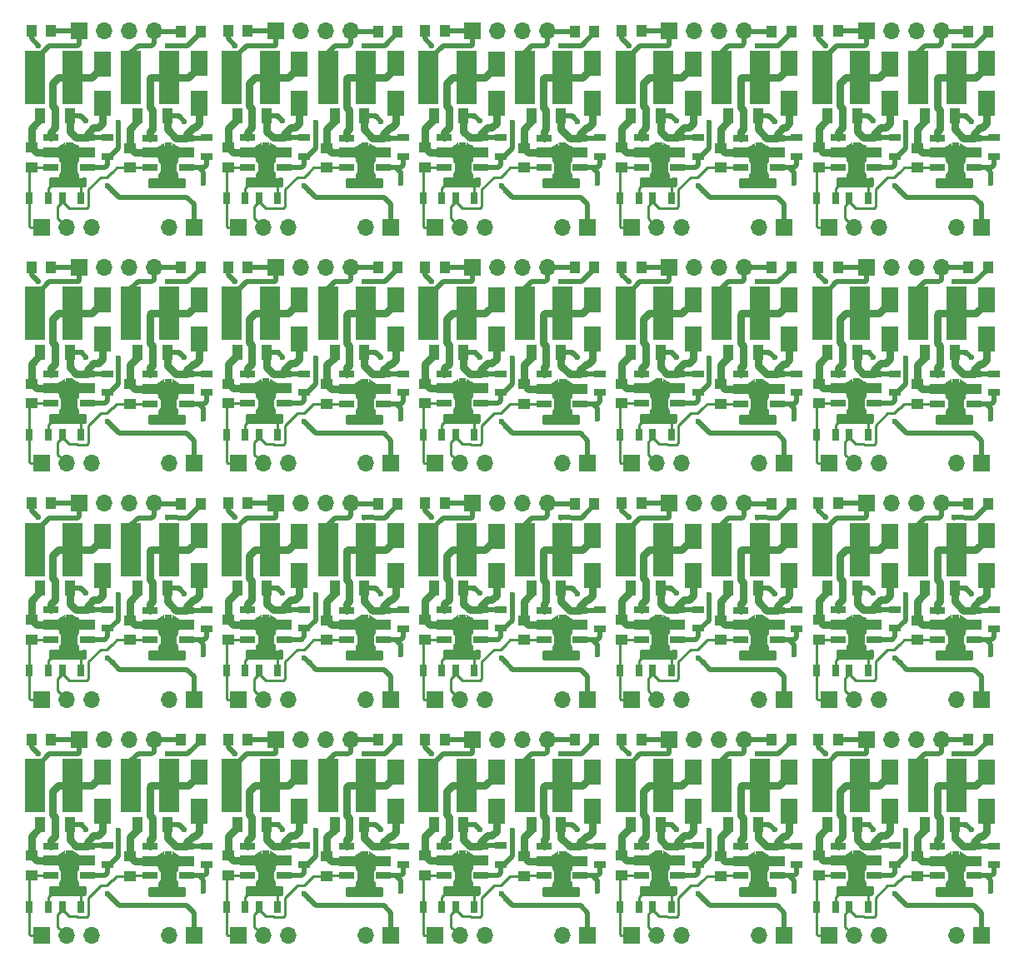
<source format=gtl>
G04 #@! TF.FileFunction,Copper,L1,Top,Signal*
%FSLAX46Y46*%
G04 Gerber Fmt 4.6, Leading zero omitted, Abs format (unit mm)*
G04 Created by KiCad (PCBNEW 4.0.2-stable) date 9/5/2017 3:04:55 PM*
%MOMM*%
G01*
G04 APERTURE LIST*
%ADD10C,0.100000*%
%ADD11R,0.700000X1.300000*%
%ADD12R,1.700000X1.700000*%
%ADD13O,1.700000X1.700000*%
%ADD14C,0.600000*%
%ADD15R,1.000000X1.250000*%
%ADD16R,1.800000X2.500000*%
%ADD17R,2.150000X5.500000*%
%ADD18R,1.000000X1.600000*%
%ADD19R,1.500000X0.700000*%
%ADD20R,1.500000X1.000000*%
%ADD21R,0.800000X2.000000*%
%ADD22R,1.250000X1.000000*%
%ADD23R,1.300000X0.700000*%
%ADD24C,0.500000*%
%ADD25C,0.750000*%
%ADD26C,0.250000*%
%ADD27C,0.254000*%
G04 APERTURE END LIST*
D10*
D11*
X136116200Y-140999000D03*
X134216200Y-140999000D03*
X116116200Y-140999000D03*
X114216200Y-140999000D03*
X96116200Y-140999000D03*
X94216200Y-140999000D03*
X76116200Y-140999000D03*
X74216200Y-140999000D03*
X56116200Y-140999000D03*
X54216200Y-140999000D03*
X136116200Y-116999000D03*
X134216200Y-116999000D03*
X116116200Y-116999000D03*
X114216200Y-116999000D03*
X96116200Y-116999000D03*
X94216200Y-116999000D03*
X76116200Y-116999000D03*
X74216200Y-116999000D03*
X56116200Y-116999000D03*
X54216200Y-116999000D03*
X136116200Y-92999000D03*
X134216200Y-92999000D03*
X116116200Y-92999000D03*
X114216200Y-92999000D03*
X96116200Y-92999000D03*
X94216200Y-92999000D03*
X76116200Y-92999000D03*
X74216200Y-92999000D03*
X56116200Y-92999000D03*
X54216200Y-92999000D03*
X136116200Y-68999000D03*
X134216200Y-68999000D03*
X116116200Y-68999000D03*
X114216200Y-68999000D03*
X96116200Y-68999000D03*
X94216200Y-68999000D03*
X76116200Y-68999000D03*
X74216200Y-68999000D03*
D12*
X132108000Y-143920000D03*
D13*
X134648000Y-143920000D03*
X137188000Y-143920000D03*
D12*
X112108000Y-143920000D03*
D13*
X114648000Y-143920000D03*
X117188000Y-143920000D03*
D12*
X92108000Y-143920000D03*
D13*
X94648000Y-143920000D03*
X97188000Y-143920000D03*
D12*
X72108000Y-143920000D03*
D13*
X74648000Y-143920000D03*
X77188000Y-143920000D03*
D12*
X52108000Y-143920000D03*
D13*
X54648000Y-143920000D03*
X57188000Y-143920000D03*
D12*
X132108000Y-119920000D03*
D13*
X134648000Y-119920000D03*
X137188000Y-119920000D03*
D12*
X112108000Y-119920000D03*
D13*
X114648000Y-119920000D03*
X117188000Y-119920000D03*
D12*
X92108000Y-119920000D03*
D13*
X94648000Y-119920000D03*
X97188000Y-119920000D03*
D12*
X72108000Y-119920000D03*
D13*
X74648000Y-119920000D03*
X77188000Y-119920000D03*
D12*
X52108000Y-119920000D03*
D13*
X54648000Y-119920000D03*
X57188000Y-119920000D03*
D12*
X132108000Y-95920000D03*
D13*
X134648000Y-95920000D03*
X137188000Y-95920000D03*
D12*
X112108000Y-95920000D03*
D13*
X114648000Y-95920000D03*
X117188000Y-95920000D03*
D12*
X92108000Y-95920000D03*
D13*
X94648000Y-95920000D03*
X97188000Y-95920000D03*
D12*
X72108000Y-95920000D03*
D13*
X74648000Y-95920000D03*
X77188000Y-95920000D03*
D12*
X52108000Y-95920000D03*
D13*
X54648000Y-95920000D03*
X57188000Y-95920000D03*
D12*
X132108000Y-71920000D03*
D13*
X134648000Y-71920000D03*
X137188000Y-71920000D03*
D12*
X112108000Y-71920000D03*
D13*
X114648000Y-71920000D03*
X117188000Y-71920000D03*
D12*
X92108000Y-71920000D03*
D13*
X94648000Y-71920000D03*
X97188000Y-71920000D03*
D12*
X72108000Y-71920000D03*
D13*
X74648000Y-71920000D03*
X77188000Y-71920000D03*
D11*
X132804000Y-140999000D03*
X130904000Y-140999000D03*
X112804000Y-140999000D03*
X110904000Y-140999000D03*
X92804000Y-140999000D03*
X90904000Y-140999000D03*
X72804000Y-140999000D03*
X70904000Y-140999000D03*
X52804000Y-140999000D03*
X50904000Y-140999000D03*
X132804000Y-116999000D03*
X130904000Y-116999000D03*
X112804000Y-116999000D03*
X110904000Y-116999000D03*
X92804000Y-116999000D03*
X90904000Y-116999000D03*
X72804000Y-116999000D03*
X70904000Y-116999000D03*
X52804000Y-116999000D03*
X50904000Y-116999000D03*
X132804000Y-92999000D03*
X130904000Y-92999000D03*
X112804000Y-92999000D03*
X110904000Y-92999000D03*
X92804000Y-92999000D03*
X90904000Y-92999000D03*
X72804000Y-92999000D03*
X70904000Y-92999000D03*
X52804000Y-92999000D03*
X50904000Y-92999000D03*
X132804000Y-68999000D03*
X130904000Y-68999000D03*
X112804000Y-68999000D03*
X110904000Y-68999000D03*
X92804000Y-68999000D03*
X90904000Y-68999000D03*
X72804000Y-68999000D03*
X70904000Y-68999000D03*
D14*
X136146600Y-139373400D03*
X116146600Y-139373400D03*
X96146600Y-139373400D03*
X76146600Y-139373400D03*
X56146600Y-139373400D03*
X136146600Y-115373400D03*
X116146600Y-115373400D03*
X96146600Y-115373400D03*
X76146600Y-115373400D03*
X56146600Y-115373400D03*
X136146600Y-91373400D03*
X116146600Y-91373400D03*
X96146600Y-91373400D03*
X76146600Y-91373400D03*
X56146600Y-91373400D03*
X136146600Y-67373400D03*
X116146600Y-67373400D03*
X96146600Y-67373400D03*
X76146600Y-67373400D03*
D15*
X148297200Y-124006400D03*
X146297200Y-124006400D03*
X128297200Y-124006400D03*
X126297200Y-124006400D03*
X108297200Y-124006400D03*
X106297200Y-124006400D03*
X88297200Y-124006400D03*
X86297200Y-124006400D03*
X68297200Y-124006400D03*
X66297200Y-124006400D03*
X148297200Y-100006400D03*
X146297200Y-100006400D03*
X128297200Y-100006400D03*
X126297200Y-100006400D03*
X108297200Y-100006400D03*
X106297200Y-100006400D03*
X88297200Y-100006400D03*
X86297200Y-100006400D03*
X68297200Y-100006400D03*
X66297200Y-100006400D03*
X148297200Y-76006400D03*
X146297200Y-76006400D03*
X128297200Y-76006400D03*
X126297200Y-76006400D03*
X108297200Y-76006400D03*
X106297200Y-76006400D03*
X88297200Y-76006400D03*
X86297200Y-76006400D03*
X68297200Y-76006400D03*
X66297200Y-76006400D03*
X148297200Y-52006400D03*
X146297200Y-52006400D03*
X128297200Y-52006400D03*
X126297200Y-52006400D03*
X108297200Y-52006400D03*
X106297200Y-52006400D03*
X88297200Y-52006400D03*
X86297200Y-52006400D03*
D16*
X148110000Y-131283000D03*
X148110000Y-127283000D03*
X128110000Y-131283000D03*
X128110000Y-127283000D03*
X108110000Y-131283000D03*
X108110000Y-127283000D03*
X88110000Y-131283000D03*
X88110000Y-127283000D03*
X68110000Y-131283000D03*
X68110000Y-127283000D03*
X148110000Y-107283000D03*
X148110000Y-103283000D03*
X128110000Y-107283000D03*
X128110000Y-103283000D03*
X108110000Y-107283000D03*
X108110000Y-103283000D03*
X88110000Y-107283000D03*
X88110000Y-103283000D03*
X68110000Y-107283000D03*
X68110000Y-103283000D03*
X148110000Y-83283000D03*
X148110000Y-79283000D03*
X128110000Y-83283000D03*
X128110000Y-79283000D03*
X108110000Y-83283000D03*
X108110000Y-79283000D03*
X88110000Y-83283000D03*
X88110000Y-79283000D03*
X68110000Y-83283000D03*
X68110000Y-79283000D03*
X148110000Y-59283000D03*
X148110000Y-55283000D03*
X128110000Y-59283000D03*
X128110000Y-55283000D03*
X108110000Y-59283000D03*
X108110000Y-55283000D03*
X88110000Y-59283000D03*
X88110000Y-55283000D03*
D17*
X141232000Y-128680000D03*
X145082000Y-128680000D03*
X121232000Y-128680000D03*
X125082000Y-128680000D03*
X101232000Y-128680000D03*
X105082000Y-128680000D03*
X81232000Y-128680000D03*
X85082000Y-128680000D03*
X61232000Y-128680000D03*
X65082000Y-128680000D03*
X141232000Y-104680000D03*
X145082000Y-104680000D03*
X121232000Y-104680000D03*
X125082000Y-104680000D03*
X101232000Y-104680000D03*
X105082000Y-104680000D03*
X81232000Y-104680000D03*
X85082000Y-104680000D03*
X61232000Y-104680000D03*
X65082000Y-104680000D03*
X141232000Y-80680000D03*
X145082000Y-80680000D03*
X121232000Y-80680000D03*
X125082000Y-80680000D03*
X101232000Y-80680000D03*
X105082000Y-80680000D03*
X81232000Y-80680000D03*
X85082000Y-80680000D03*
X61232000Y-80680000D03*
X65082000Y-80680000D03*
X141232000Y-56680000D03*
X145082000Y-56680000D03*
X121232000Y-56680000D03*
X125082000Y-56680000D03*
X101232000Y-56680000D03*
X105082000Y-56680000D03*
X81232000Y-56680000D03*
X85082000Y-56680000D03*
D14*
X146611400Y-133150400D03*
X126611400Y-133150400D03*
X106611400Y-133150400D03*
X86611400Y-133150400D03*
X66611400Y-133150400D03*
X146611400Y-109150400D03*
X126611400Y-109150400D03*
X106611400Y-109150400D03*
X86611400Y-109150400D03*
X66611400Y-109150400D03*
X146611400Y-85150400D03*
X126611400Y-85150400D03*
X106611400Y-85150400D03*
X86611400Y-85150400D03*
X66611400Y-85150400D03*
X146611400Y-61150400D03*
X126611400Y-61150400D03*
X106611400Y-61150400D03*
X86611400Y-61150400D03*
D18*
X141911000Y-132617000D03*
X144911000Y-132617000D03*
X121911000Y-132617000D03*
X124911000Y-132617000D03*
X101911000Y-132617000D03*
X104911000Y-132617000D03*
X81911000Y-132617000D03*
X84911000Y-132617000D03*
X61911000Y-132617000D03*
X64911000Y-132617000D03*
X141911000Y-108617000D03*
X144911000Y-108617000D03*
X121911000Y-108617000D03*
X124911000Y-108617000D03*
X101911000Y-108617000D03*
X104911000Y-108617000D03*
X81911000Y-108617000D03*
X84911000Y-108617000D03*
X61911000Y-108617000D03*
X64911000Y-108617000D03*
X141911000Y-84617000D03*
X144911000Y-84617000D03*
X121911000Y-84617000D03*
X124911000Y-84617000D03*
X101911000Y-84617000D03*
X104911000Y-84617000D03*
X81911000Y-84617000D03*
X84911000Y-84617000D03*
X61911000Y-84617000D03*
X64911000Y-84617000D03*
X141911000Y-60617000D03*
X144911000Y-60617000D03*
X121911000Y-60617000D03*
X124911000Y-60617000D03*
X101911000Y-60617000D03*
X104911000Y-60617000D03*
X81911000Y-60617000D03*
X84911000Y-60617000D03*
D14*
X135460800Y-139373400D03*
X115460800Y-139373400D03*
X95460800Y-139373400D03*
X75460800Y-139373400D03*
X55460800Y-139373400D03*
X135460800Y-115373400D03*
X115460800Y-115373400D03*
X95460800Y-115373400D03*
X75460800Y-115373400D03*
X55460800Y-115373400D03*
X135460800Y-91373400D03*
X115460800Y-91373400D03*
X95460800Y-91373400D03*
X75460800Y-91373400D03*
X55460800Y-91373400D03*
X135460800Y-67373400D03*
X115460800Y-67373400D03*
X95460800Y-67373400D03*
X75460800Y-67373400D03*
D10*
G36*
X135302000Y-135300000D02*
X136052000Y-135800000D01*
X136052000Y-136800000D01*
X135302000Y-137300000D01*
X135302000Y-135300000D01*
X135302000Y-135300000D01*
G37*
D19*
X136752000Y-134800000D03*
X136752000Y-137800000D03*
X133052000Y-134800000D03*
D20*
X133052000Y-136300000D03*
D19*
X133052000Y-137800000D03*
D20*
X136752000Y-136300000D03*
D10*
G36*
X134502000Y-137300000D02*
X133752000Y-136800000D01*
X133752000Y-135800000D01*
X134502000Y-135300000D01*
X134502000Y-137300000D01*
X134502000Y-137300000D01*
G37*
D21*
X134902000Y-136300000D03*
D10*
G36*
X115302000Y-135300000D02*
X116052000Y-135800000D01*
X116052000Y-136800000D01*
X115302000Y-137300000D01*
X115302000Y-135300000D01*
X115302000Y-135300000D01*
G37*
D19*
X116752000Y-134800000D03*
X116752000Y-137800000D03*
X113052000Y-134800000D03*
D20*
X113052000Y-136300000D03*
D19*
X113052000Y-137800000D03*
D20*
X116752000Y-136300000D03*
D10*
G36*
X114502000Y-137300000D02*
X113752000Y-136800000D01*
X113752000Y-135800000D01*
X114502000Y-135300000D01*
X114502000Y-137300000D01*
X114502000Y-137300000D01*
G37*
D21*
X114902000Y-136300000D03*
D10*
G36*
X95302000Y-135300000D02*
X96052000Y-135800000D01*
X96052000Y-136800000D01*
X95302000Y-137300000D01*
X95302000Y-135300000D01*
X95302000Y-135300000D01*
G37*
D19*
X96752000Y-134800000D03*
X96752000Y-137800000D03*
X93052000Y-134800000D03*
D20*
X93052000Y-136300000D03*
D19*
X93052000Y-137800000D03*
D20*
X96752000Y-136300000D03*
D10*
G36*
X94502000Y-137300000D02*
X93752000Y-136800000D01*
X93752000Y-135800000D01*
X94502000Y-135300000D01*
X94502000Y-137300000D01*
X94502000Y-137300000D01*
G37*
D21*
X94902000Y-136300000D03*
D10*
G36*
X75302000Y-135300000D02*
X76052000Y-135800000D01*
X76052000Y-136800000D01*
X75302000Y-137300000D01*
X75302000Y-135300000D01*
X75302000Y-135300000D01*
G37*
D19*
X76752000Y-134800000D03*
X76752000Y-137800000D03*
X73052000Y-134800000D03*
D20*
X73052000Y-136300000D03*
D19*
X73052000Y-137800000D03*
D20*
X76752000Y-136300000D03*
D10*
G36*
X74502000Y-137300000D02*
X73752000Y-136800000D01*
X73752000Y-135800000D01*
X74502000Y-135300000D01*
X74502000Y-137300000D01*
X74502000Y-137300000D01*
G37*
D21*
X74902000Y-136300000D03*
D10*
G36*
X55302000Y-135300000D02*
X56052000Y-135800000D01*
X56052000Y-136800000D01*
X55302000Y-137300000D01*
X55302000Y-135300000D01*
X55302000Y-135300000D01*
G37*
D19*
X56752000Y-134800000D03*
X56752000Y-137800000D03*
X53052000Y-134800000D03*
D20*
X53052000Y-136300000D03*
D19*
X53052000Y-137800000D03*
D20*
X56752000Y-136300000D03*
D10*
G36*
X54502000Y-137300000D02*
X53752000Y-136800000D01*
X53752000Y-135800000D01*
X54502000Y-135300000D01*
X54502000Y-137300000D01*
X54502000Y-137300000D01*
G37*
D21*
X54902000Y-136300000D03*
D10*
G36*
X135302000Y-111300000D02*
X136052000Y-111800000D01*
X136052000Y-112800000D01*
X135302000Y-113300000D01*
X135302000Y-111300000D01*
X135302000Y-111300000D01*
G37*
D19*
X136752000Y-110800000D03*
X136752000Y-113800000D03*
X133052000Y-110800000D03*
D20*
X133052000Y-112300000D03*
D19*
X133052000Y-113800000D03*
D20*
X136752000Y-112300000D03*
D10*
G36*
X134502000Y-113300000D02*
X133752000Y-112800000D01*
X133752000Y-111800000D01*
X134502000Y-111300000D01*
X134502000Y-113300000D01*
X134502000Y-113300000D01*
G37*
D21*
X134902000Y-112300000D03*
D10*
G36*
X115302000Y-111300000D02*
X116052000Y-111800000D01*
X116052000Y-112800000D01*
X115302000Y-113300000D01*
X115302000Y-111300000D01*
X115302000Y-111300000D01*
G37*
D19*
X116752000Y-110800000D03*
X116752000Y-113800000D03*
X113052000Y-110800000D03*
D20*
X113052000Y-112300000D03*
D19*
X113052000Y-113800000D03*
D20*
X116752000Y-112300000D03*
D10*
G36*
X114502000Y-113300000D02*
X113752000Y-112800000D01*
X113752000Y-111800000D01*
X114502000Y-111300000D01*
X114502000Y-113300000D01*
X114502000Y-113300000D01*
G37*
D21*
X114902000Y-112300000D03*
D10*
G36*
X95302000Y-111300000D02*
X96052000Y-111800000D01*
X96052000Y-112800000D01*
X95302000Y-113300000D01*
X95302000Y-111300000D01*
X95302000Y-111300000D01*
G37*
D19*
X96752000Y-110800000D03*
X96752000Y-113800000D03*
X93052000Y-110800000D03*
D20*
X93052000Y-112300000D03*
D19*
X93052000Y-113800000D03*
D20*
X96752000Y-112300000D03*
D10*
G36*
X94502000Y-113300000D02*
X93752000Y-112800000D01*
X93752000Y-111800000D01*
X94502000Y-111300000D01*
X94502000Y-113300000D01*
X94502000Y-113300000D01*
G37*
D21*
X94902000Y-112300000D03*
D10*
G36*
X75302000Y-111300000D02*
X76052000Y-111800000D01*
X76052000Y-112800000D01*
X75302000Y-113300000D01*
X75302000Y-111300000D01*
X75302000Y-111300000D01*
G37*
D19*
X76752000Y-110800000D03*
X76752000Y-113800000D03*
X73052000Y-110800000D03*
D20*
X73052000Y-112300000D03*
D19*
X73052000Y-113800000D03*
D20*
X76752000Y-112300000D03*
D10*
G36*
X74502000Y-113300000D02*
X73752000Y-112800000D01*
X73752000Y-111800000D01*
X74502000Y-111300000D01*
X74502000Y-113300000D01*
X74502000Y-113300000D01*
G37*
D21*
X74902000Y-112300000D03*
D10*
G36*
X55302000Y-111300000D02*
X56052000Y-111800000D01*
X56052000Y-112800000D01*
X55302000Y-113300000D01*
X55302000Y-111300000D01*
X55302000Y-111300000D01*
G37*
D19*
X56752000Y-110800000D03*
X56752000Y-113800000D03*
X53052000Y-110800000D03*
D20*
X53052000Y-112300000D03*
D19*
X53052000Y-113800000D03*
D20*
X56752000Y-112300000D03*
D10*
G36*
X54502000Y-113300000D02*
X53752000Y-112800000D01*
X53752000Y-111800000D01*
X54502000Y-111300000D01*
X54502000Y-113300000D01*
X54502000Y-113300000D01*
G37*
D21*
X54902000Y-112300000D03*
D10*
G36*
X135302000Y-87300000D02*
X136052000Y-87800000D01*
X136052000Y-88800000D01*
X135302000Y-89300000D01*
X135302000Y-87300000D01*
X135302000Y-87300000D01*
G37*
D19*
X136752000Y-86800000D03*
X136752000Y-89800000D03*
X133052000Y-86800000D03*
D20*
X133052000Y-88300000D03*
D19*
X133052000Y-89800000D03*
D20*
X136752000Y-88300000D03*
D10*
G36*
X134502000Y-89300000D02*
X133752000Y-88800000D01*
X133752000Y-87800000D01*
X134502000Y-87300000D01*
X134502000Y-89300000D01*
X134502000Y-89300000D01*
G37*
D21*
X134902000Y-88300000D03*
D10*
G36*
X115302000Y-87300000D02*
X116052000Y-87800000D01*
X116052000Y-88800000D01*
X115302000Y-89300000D01*
X115302000Y-87300000D01*
X115302000Y-87300000D01*
G37*
D19*
X116752000Y-86800000D03*
X116752000Y-89800000D03*
X113052000Y-86800000D03*
D20*
X113052000Y-88300000D03*
D19*
X113052000Y-89800000D03*
D20*
X116752000Y-88300000D03*
D10*
G36*
X114502000Y-89300000D02*
X113752000Y-88800000D01*
X113752000Y-87800000D01*
X114502000Y-87300000D01*
X114502000Y-89300000D01*
X114502000Y-89300000D01*
G37*
D21*
X114902000Y-88300000D03*
D10*
G36*
X95302000Y-87300000D02*
X96052000Y-87800000D01*
X96052000Y-88800000D01*
X95302000Y-89300000D01*
X95302000Y-87300000D01*
X95302000Y-87300000D01*
G37*
D19*
X96752000Y-86800000D03*
X96752000Y-89800000D03*
X93052000Y-86800000D03*
D20*
X93052000Y-88300000D03*
D19*
X93052000Y-89800000D03*
D20*
X96752000Y-88300000D03*
D10*
G36*
X94502000Y-89300000D02*
X93752000Y-88800000D01*
X93752000Y-87800000D01*
X94502000Y-87300000D01*
X94502000Y-89300000D01*
X94502000Y-89300000D01*
G37*
D21*
X94902000Y-88300000D03*
D10*
G36*
X75302000Y-87300000D02*
X76052000Y-87800000D01*
X76052000Y-88800000D01*
X75302000Y-89300000D01*
X75302000Y-87300000D01*
X75302000Y-87300000D01*
G37*
D19*
X76752000Y-86800000D03*
X76752000Y-89800000D03*
X73052000Y-86800000D03*
D20*
X73052000Y-88300000D03*
D19*
X73052000Y-89800000D03*
D20*
X76752000Y-88300000D03*
D10*
G36*
X74502000Y-89300000D02*
X73752000Y-88800000D01*
X73752000Y-87800000D01*
X74502000Y-87300000D01*
X74502000Y-89300000D01*
X74502000Y-89300000D01*
G37*
D21*
X74902000Y-88300000D03*
D10*
G36*
X55302000Y-87300000D02*
X56052000Y-87800000D01*
X56052000Y-88800000D01*
X55302000Y-89300000D01*
X55302000Y-87300000D01*
X55302000Y-87300000D01*
G37*
D19*
X56752000Y-86800000D03*
X56752000Y-89800000D03*
X53052000Y-86800000D03*
D20*
X53052000Y-88300000D03*
D19*
X53052000Y-89800000D03*
D20*
X56752000Y-88300000D03*
D10*
G36*
X54502000Y-89300000D02*
X53752000Y-88800000D01*
X53752000Y-87800000D01*
X54502000Y-87300000D01*
X54502000Y-89300000D01*
X54502000Y-89300000D01*
G37*
D21*
X54902000Y-88300000D03*
D10*
G36*
X135302000Y-63300000D02*
X136052000Y-63800000D01*
X136052000Y-64800000D01*
X135302000Y-65300000D01*
X135302000Y-63300000D01*
X135302000Y-63300000D01*
G37*
D19*
X136752000Y-62800000D03*
X136752000Y-65800000D03*
X133052000Y-62800000D03*
D20*
X133052000Y-64300000D03*
D19*
X133052000Y-65800000D03*
D20*
X136752000Y-64300000D03*
D10*
G36*
X134502000Y-65300000D02*
X133752000Y-64800000D01*
X133752000Y-63800000D01*
X134502000Y-63300000D01*
X134502000Y-65300000D01*
X134502000Y-65300000D01*
G37*
D21*
X134902000Y-64300000D03*
D10*
G36*
X115302000Y-63300000D02*
X116052000Y-63800000D01*
X116052000Y-64800000D01*
X115302000Y-65300000D01*
X115302000Y-63300000D01*
X115302000Y-63300000D01*
G37*
D19*
X116752000Y-62800000D03*
X116752000Y-65800000D03*
X113052000Y-62800000D03*
D20*
X113052000Y-64300000D03*
D19*
X113052000Y-65800000D03*
D20*
X116752000Y-64300000D03*
D10*
G36*
X114502000Y-65300000D02*
X113752000Y-64800000D01*
X113752000Y-63800000D01*
X114502000Y-63300000D01*
X114502000Y-65300000D01*
X114502000Y-65300000D01*
G37*
D21*
X114902000Y-64300000D03*
D10*
G36*
X95302000Y-63300000D02*
X96052000Y-63800000D01*
X96052000Y-64800000D01*
X95302000Y-65300000D01*
X95302000Y-63300000D01*
X95302000Y-63300000D01*
G37*
D19*
X96752000Y-62800000D03*
X96752000Y-65800000D03*
X93052000Y-62800000D03*
D20*
X93052000Y-64300000D03*
D19*
X93052000Y-65800000D03*
D20*
X96752000Y-64300000D03*
D10*
G36*
X94502000Y-65300000D02*
X93752000Y-64800000D01*
X93752000Y-63800000D01*
X94502000Y-63300000D01*
X94502000Y-65300000D01*
X94502000Y-65300000D01*
G37*
D21*
X94902000Y-64300000D03*
D10*
G36*
X75302000Y-63300000D02*
X76052000Y-63800000D01*
X76052000Y-64800000D01*
X75302000Y-65300000D01*
X75302000Y-63300000D01*
X75302000Y-63300000D01*
G37*
D19*
X76752000Y-62800000D03*
X76752000Y-65800000D03*
X73052000Y-62800000D03*
D20*
X73052000Y-64300000D03*
D19*
X73052000Y-65800000D03*
D20*
X76752000Y-64300000D03*
D10*
G36*
X74502000Y-65300000D02*
X73752000Y-64800000D01*
X73752000Y-63800000D01*
X74502000Y-63300000D01*
X74502000Y-65300000D01*
X74502000Y-65300000D01*
G37*
D21*
X74902000Y-64300000D03*
D22*
X131092000Y-137808000D03*
X131092000Y-135808000D03*
X111092000Y-137808000D03*
X111092000Y-135808000D03*
X91092000Y-137808000D03*
X91092000Y-135808000D03*
X71092000Y-137808000D03*
X71092000Y-135808000D03*
X51092000Y-137808000D03*
X51092000Y-135808000D03*
X131092000Y-113808000D03*
X131092000Y-111808000D03*
X111092000Y-113808000D03*
X111092000Y-111808000D03*
X91092000Y-113808000D03*
X91092000Y-111808000D03*
X71092000Y-113808000D03*
X71092000Y-111808000D03*
X51092000Y-113808000D03*
X51092000Y-111808000D03*
X131092000Y-89808000D03*
X131092000Y-87808000D03*
X111092000Y-89808000D03*
X111092000Y-87808000D03*
X91092000Y-89808000D03*
X91092000Y-87808000D03*
X71092000Y-89808000D03*
X71092000Y-87808000D03*
X51092000Y-89808000D03*
X51092000Y-87808000D03*
X131092000Y-65808000D03*
X131092000Y-63808000D03*
X111092000Y-65808000D03*
X111092000Y-63808000D03*
X91092000Y-65808000D03*
X91092000Y-63808000D03*
X71092000Y-65808000D03*
X71092000Y-63808000D03*
D14*
X134089200Y-139373400D03*
X114089200Y-139373400D03*
X94089200Y-139373400D03*
X74089200Y-139373400D03*
X54089200Y-139373400D03*
X134089200Y-115373400D03*
X114089200Y-115373400D03*
X94089200Y-115373400D03*
X74089200Y-115373400D03*
X54089200Y-115373400D03*
X134089200Y-91373400D03*
X114089200Y-91373400D03*
X94089200Y-91373400D03*
X74089200Y-91373400D03*
X54089200Y-91373400D03*
X134089200Y-67373400D03*
X114089200Y-67373400D03*
X94089200Y-67373400D03*
X74089200Y-67373400D03*
X134775000Y-139373400D03*
X114775000Y-139373400D03*
X94775000Y-139373400D03*
X74775000Y-139373400D03*
X54775000Y-139373400D03*
X134775000Y-115373400D03*
X114775000Y-115373400D03*
X94775000Y-115373400D03*
X74775000Y-115373400D03*
X54775000Y-115373400D03*
X134775000Y-91373400D03*
X114775000Y-91373400D03*
X94775000Y-91373400D03*
X74775000Y-91373400D03*
X54775000Y-91373400D03*
X134775000Y-67373400D03*
X114775000Y-67373400D03*
X94775000Y-67373400D03*
X74775000Y-67373400D03*
X133403400Y-139373400D03*
X113403400Y-139373400D03*
X93403400Y-139373400D03*
X73403400Y-139373400D03*
X53403400Y-139373400D03*
X133403400Y-115373400D03*
X113403400Y-115373400D03*
X93403400Y-115373400D03*
X73403400Y-115373400D03*
X53403400Y-115373400D03*
X133403400Y-91373400D03*
X113403400Y-91373400D03*
X93403400Y-91373400D03*
X73403400Y-91373400D03*
X53403400Y-91373400D03*
X133403400Y-67373400D03*
X113403400Y-67373400D03*
X93403400Y-67373400D03*
X73403400Y-67373400D03*
X145544600Y-139436900D03*
X125544600Y-139436900D03*
X105544600Y-139436900D03*
X85544600Y-139436900D03*
X65544600Y-139436900D03*
X145544600Y-115436900D03*
X125544600Y-115436900D03*
X105544600Y-115436900D03*
X85544600Y-115436900D03*
X65544600Y-115436900D03*
X145544600Y-91436900D03*
X125544600Y-91436900D03*
X105544600Y-91436900D03*
X85544600Y-91436900D03*
X65544600Y-91436900D03*
X145544600Y-67436900D03*
X125544600Y-67436900D03*
X105544600Y-67436900D03*
X85544600Y-67436900D03*
X144858800Y-139436900D03*
X124858800Y-139436900D03*
X104858800Y-139436900D03*
X84858800Y-139436900D03*
X64858800Y-139436900D03*
X144858800Y-115436900D03*
X124858800Y-115436900D03*
X104858800Y-115436900D03*
X84858800Y-115436900D03*
X64858800Y-115436900D03*
X144858800Y-91436900D03*
X124858800Y-91436900D03*
X104858800Y-91436900D03*
X84858800Y-91436900D03*
X64858800Y-91436900D03*
X144858800Y-67436900D03*
X124858800Y-67436900D03*
X104858800Y-67436900D03*
X84858800Y-67436900D03*
D12*
X147602000Y-143920000D03*
D13*
X145062000Y-143920000D03*
D12*
X127602000Y-143920000D03*
D13*
X125062000Y-143920000D03*
D12*
X107602000Y-143920000D03*
D13*
X105062000Y-143920000D03*
D12*
X87602000Y-143920000D03*
D13*
X85062000Y-143920000D03*
D12*
X67602000Y-143920000D03*
D13*
X65062000Y-143920000D03*
D12*
X147602000Y-119920000D03*
D13*
X145062000Y-119920000D03*
D12*
X127602000Y-119920000D03*
D13*
X125062000Y-119920000D03*
D12*
X107602000Y-119920000D03*
D13*
X105062000Y-119920000D03*
D12*
X87602000Y-119920000D03*
D13*
X85062000Y-119920000D03*
D12*
X67602000Y-119920000D03*
D13*
X65062000Y-119920000D03*
D12*
X147602000Y-95920000D03*
D13*
X145062000Y-95920000D03*
D12*
X127602000Y-95920000D03*
D13*
X125062000Y-95920000D03*
D12*
X107602000Y-95920000D03*
D13*
X105062000Y-95920000D03*
D12*
X87602000Y-95920000D03*
D13*
X85062000Y-95920000D03*
D12*
X67602000Y-95920000D03*
D13*
X65062000Y-95920000D03*
D12*
X147602000Y-71920000D03*
D13*
X145062000Y-71920000D03*
D12*
X127602000Y-71920000D03*
D13*
X125062000Y-71920000D03*
D12*
X107602000Y-71920000D03*
D13*
X105062000Y-71920000D03*
D12*
X87602000Y-71920000D03*
D13*
X85062000Y-71920000D03*
D14*
X146230400Y-139436900D03*
X126230400Y-139436900D03*
X106230400Y-139436900D03*
X86230400Y-139436900D03*
X66230400Y-139436900D03*
X146230400Y-115436900D03*
X126230400Y-115436900D03*
X106230400Y-115436900D03*
X86230400Y-115436900D03*
X66230400Y-115436900D03*
X146230400Y-91436900D03*
X126230400Y-91436900D03*
X106230400Y-91436900D03*
X86230400Y-91436900D03*
X66230400Y-91436900D03*
X146230400Y-67436900D03*
X126230400Y-67436900D03*
X106230400Y-67436900D03*
X86230400Y-67436900D03*
X144173000Y-139436900D03*
X124173000Y-139436900D03*
X104173000Y-139436900D03*
X84173000Y-139436900D03*
X64173000Y-139436900D03*
X144173000Y-115436900D03*
X124173000Y-115436900D03*
X104173000Y-115436900D03*
X84173000Y-115436900D03*
X64173000Y-115436900D03*
X144173000Y-91436900D03*
X124173000Y-91436900D03*
X104173000Y-91436900D03*
X84173000Y-91436900D03*
X64173000Y-91436900D03*
X144173000Y-67436900D03*
X124173000Y-67436900D03*
X104173000Y-67436900D03*
X84173000Y-67436900D03*
D22*
X141125000Y-137871500D03*
X141125000Y-135871500D03*
X121125000Y-137871500D03*
X121125000Y-135871500D03*
X101125000Y-137871500D03*
X101125000Y-135871500D03*
X81125000Y-137871500D03*
X81125000Y-135871500D03*
X61125000Y-137871500D03*
X61125000Y-135871500D03*
X141125000Y-113871500D03*
X141125000Y-111871500D03*
X121125000Y-113871500D03*
X121125000Y-111871500D03*
X101125000Y-113871500D03*
X101125000Y-111871500D03*
X81125000Y-113871500D03*
X81125000Y-111871500D03*
X61125000Y-113871500D03*
X61125000Y-111871500D03*
X141125000Y-89871500D03*
X141125000Y-87871500D03*
X121125000Y-89871500D03*
X121125000Y-87871500D03*
X101125000Y-89871500D03*
X101125000Y-87871500D03*
X81125000Y-89871500D03*
X81125000Y-87871500D03*
X61125000Y-89871500D03*
X61125000Y-87871500D03*
X141125000Y-65871500D03*
X141125000Y-63871500D03*
X121125000Y-65871500D03*
X121125000Y-63871500D03*
X101125000Y-65871500D03*
X101125000Y-63871500D03*
X81125000Y-65871500D03*
X81125000Y-63871500D03*
D14*
X148592600Y-139398800D03*
X128592600Y-139398800D03*
X108592600Y-139398800D03*
X88592600Y-139398800D03*
X68592600Y-139398800D03*
X148592600Y-115398800D03*
X128592600Y-115398800D03*
X108592600Y-115398800D03*
X88592600Y-115398800D03*
X68592600Y-115398800D03*
X148592600Y-91398800D03*
X128592600Y-91398800D03*
X108592600Y-91398800D03*
X88592600Y-91398800D03*
X68592600Y-91398800D03*
X148592600Y-67398800D03*
X128592600Y-67398800D03*
X108592600Y-67398800D03*
X88592600Y-67398800D03*
X139956600Y-133887000D03*
X119956600Y-133887000D03*
X99956600Y-133887000D03*
X79956600Y-133887000D03*
X59956600Y-133887000D03*
X139956600Y-109887000D03*
X119956600Y-109887000D03*
X99956600Y-109887000D03*
X79956600Y-109887000D03*
X59956600Y-109887000D03*
X139956600Y-85887000D03*
X119956600Y-85887000D03*
X99956600Y-85887000D03*
X79956600Y-85887000D03*
X59956600Y-85887000D03*
X139956600Y-61887000D03*
X119956600Y-61887000D03*
X99956600Y-61887000D03*
X79956600Y-61887000D03*
D23*
X148872000Y-134803900D03*
X148872000Y-136703900D03*
X128872000Y-134803900D03*
X128872000Y-136703900D03*
X108872000Y-134803900D03*
X108872000Y-136703900D03*
X88872000Y-134803900D03*
X88872000Y-136703900D03*
X68872000Y-134803900D03*
X68872000Y-136703900D03*
X148872000Y-110803900D03*
X148872000Y-112703900D03*
X128872000Y-110803900D03*
X128872000Y-112703900D03*
X108872000Y-110803900D03*
X108872000Y-112703900D03*
X88872000Y-110803900D03*
X88872000Y-112703900D03*
X68872000Y-110803900D03*
X68872000Y-112703900D03*
X148872000Y-86803900D03*
X148872000Y-88703900D03*
X128872000Y-86803900D03*
X128872000Y-88703900D03*
X108872000Y-86803900D03*
X108872000Y-88703900D03*
X88872000Y-86803900D03*
X88872000Y-88703900D03*
X68872000Y-86803900D03*
X68872000Y-88703900D03*
X148872000Y-62803900D03*
X148872000Y-64703900D03*
X128872000Y-62803900D03*
X128872000Y-64703900D03*
X108872000Y-62803900D03*
X108872000Y-64703900D03*
X88872000Y-62803900D03*
X88872000Y-64703900D03*
D14*
X143487200Y-139436900D03*
X123487200Y-139436900D03*
X103487200Y-139436900D03*
X83487200Y-139436900D03*
X63487200Y-139436900D03*
X143487200Y-115436900D03*
X123487200Y-115436900D03*
X103487200Y-115436900D03*
X83487200Y-115436900D03*
X63487200Y-115436900D03*
X143487200Y-91436900D03*
X123487200Y-91436900D03*
X103487200Y-91436900D03*
X83487200Y-91436900D03*
X63487200Y-91436900D03*
X143487200Y-67436900D03*
X123487200Y-67436900D03*
X103487200Y-67436900D03*
X83487200Y-67436900D03*
X139321600Y-140160800D03*
X119321600Y-140160800D03*
X99321600Y-140160800D03*
X79321600Y-140160800D03*
X59321600Y-140160800D03*
X139321600Y-116160800D03*
X119321600Y-116160800D03*
X99321600Y-116160800D03*
X79321600Y-116160800D03*
X59321600Y-116160800D03*
X139321600Y-92160800D03*
X119321600Y-92160800D03*
X99321600Y-92160800D03*
X79321600Y-92160800D03*
X59321600Y-92160800D03*
X139321600Y-68160800D03*
X119321600Y-68160800D03*
X99321600Y-68160800D03*
X79321600Y-68160800D03*
D10*
G36*
X145407000Y-135339500D02*
X146157000Y-135839500D01*
X146157000Y-136839500D01*
X145407000Y-137339500D01*
X145407000Y-135339500D01*
X145407000Y-135339500D01*
G37*
D19*
X146857000Y-134839500D03*
X146857000Y-137839500D03*
X143157000Y-134839500D03*
D20*
X143157000Y-136339500D03*
D19*
X143157000Y-137839500D03*
D20*
X146857000Y-136339500D03*
D10*
G36*
X144607000Y-137339500D02*
X143857000Y-136839500D01*
X143857000Y-135839500D01*
X144607000Y-135339500D01*
X144607000Y-137339500D01*
X144607000Y-137339500D01*
G37*
D21*
X145007000Y-136339500D03*
D10*
G36*
X125407000Y-135339500D02*
X126157000Y-135839500D01*
X126157000Y-136839500D01*
X125407000Y-137339500D01*
X125407000Y-135339500D01*
X125407000Y-135339500D01*
G37*
D19*
X126857000Y-134839500D03*
X126857000Y-137839500D03*
X123157000Y-134839500D03*
D20*
X123157000Y-136339500D03*
D19*
X123157000Y-137839500D03*
D20*
X126857000Y-136339500D03*
D10*
G36*
X124607000Y-137339500D02*
X123857000Y-136839500D01*
X123857000Y-135839500D01*
X124607000Y-135339500D01*
X124607000Y-137339500D01*
X124607000Y-137339500D01*
G37*
D21*
X125007000Y-136339500D03*
D10*
G36*
X105407000Y-135339500D02*
X106157000Y-135839500D01*
X106157000Y-136839500D01*
X105407000Y-137339500D01*
X105407000Y-135339500D01*
X105407000Y-135339500D01*
G37*
D19*
X106857000Y-134839500D03*
X106857000Y-137839500D03*
X103157000Y-134839500D03*
D20*
X103157000Y-136339500D03*
D19*
X103157000Y-137839500D03*
D20*
X106857000Y-136339500D03*
D10*
G36*
X104607000Y-137339500D02*
X103857000Y-136839500D01*
X103857000Y-135839500D01*
X104607000Y-135339500D01*
X104607000Y-137339500D01*
X104607000Y-137339500D01*
G37*
D21*
X105007000Y-136339500D03*
D10*
G36*
X85407000Y-135339500D02*
X86157000Y-135839500D01*
X86157000Y-136839500D01*
X85407000Y-137339500D01*
X85407000Y-135339500D01*
X85407000Y-135339500D01*
G37*
D19*
X86857000Y-134839500D03*
X86857000Y-137839500D03*
X83157000Y-134839500D03*
D20*
X83157000Y-136339500D03*
D19*
X83157000Y-137839500D03*
D20*
X86857000Y-136339500D03*
D10*
G36*
X84607000Y-137339500D02*
X83857000Y-136839500D01*
X83857000Y-135839500D01*
X84607000Y-135339500D01*
X84607000Y-137339500D01*
X84607000Y-137339500D01*
G37*
D21*
X85007000Y-136339500D03*
D10*
G36*
X65407000Y-135339500D02*
X66157000Y-135839500D01*
X66157000Y-136839500D01*
X65407000Y-137339500D01*
X65407000Y-135339500D01*
X65407000Y-135339500D01*
G37*
D19*
X66857000Y-134839500D03*
X66857000Y-137839500D03*
X63157000Y-134839500D03*
D20*
X63157000Y-136339500D03*
D19*
X63157000Y-137839500D03*
D20*
X66857000Y-136339500D03*
D10*
G36*
X64607000Y-137339500D02*
X63857000Y-136839500D01*
X63857000Y-135839500D01*
X64607000Y-135339500D01*
X64607000Y-137339500D01*
X64607000Y-137339500D01*
G37*
D21*
X65007000Y-136339500D03*
D10*
G36*
X145407000Y-111339500D02*
X146157000Y-111839500D01*
X146157000Y-112839500D01*
X145407000Y-113339500D01*
X145407000Y-111339500D01*
X145407000Y-111339500D01*
G37*
D19*
X146857000Y-110839500D03*
X146857000Y-113839500D03*
X143157000Y-110839500D03*
D20*
X143157000Y-112339500D03*
D19*
X143157000Y-113839500D03*
D20*
X146857000Y-112339500D03*
D10*
G36*
X144607000Y-113339500D02*
X143857000Y-112839500D01*
X143857000Y-111839500D01*
X144607000Y-111339500D01*
X144607000Y-113339500D01*
X144607000Y-113339500D01*
G37*
D21*
X145007000Y-112339500D03*
D10*
G36*
X125407000Y-111339500D02*
X126157000Y-111839500D01*
X126157000Y-112839500D01*
X125407000Y-113339500D01*
X125407000Y-111339500D01*
X125407000Y-111339500D01*
G37*
D19*
X126857000Y-110839500D03*
X126857000Y-113839500D03*
X123157000Y-110839500D03*
D20*
X123157000Y-112339500D03*
D19*
X123157000Y-113839500D03*
D20*
X126857000Y-112339500D03*
D10*
G36*
X124607000Y-113339500D02*
X123857000Y-112839500D01*
X123857000Y-111839500D01*
X124607000Y-111339500D01*
X124607000Y-113339500D01*
X124607000Y-113339500D01*
G37*
D21*
X125007000Y-112339500D03*
D10*
G36*
X105407000Y-111339500D02*
X106157000Y-111839500D01*
X106157000Y-112839500D01*
X105407000Y-113339500D01*
X105407000Y-111339500D01*
X105407000Y-111339500D01*
G37*
D19*
X106857000Y-110839500D03*
X106857000Y-113839500D03*
X103157000Y-110839500D03*
D20*
X103157000Y-112339500D03*
D19*
X103157000Y-113839500D03*
D20*
X106857000Y-112339500D03*
D10*
G36*
X104607000Y-113339500D02*
X103857000Y-112839500D01*
X103857000Y-111839500D01*
X104607000Y-111339500D01*
X104607000Y-113339500D01*
X104607000Y-113339500D01*
G37*
D21*
X105007000Y-112339500D03*
D10*
G36*
X85407000Y-111339500D02*
X86157000Y-111839500D01*
X86157000Y-112839500D01*
X85407000Y-113339500D01*
X85407000Y-111339500D01*
X85407000Y-111339500D01*
G37*
D19*
X86857000Y-110839500D03*
X86857000Y-113839500D03*
X83157000Y-110839500D03*
D20*
X83157000Y-112339500D03*
D19*
X83157000Y-113839500D03*
D20*
X86857000Y-112339500D03*
D10*
G36*
X84607000Y-113339500D02*
X83857000Y-112839500D01*
X83857000Y-111839500D01*
X84607000Y-111339500D01*
X84607000Y-113339500D01*
X84607000Y-113339500D01*
G37*
D21*
X85007000Y-112339500D03*
D10*
G36*
X65407000Y-111339500D02*
X66157000Y-111839500D01*
X66157000Y-112839500D01*
X65407000Y-113339500D01*
X65407000Y-111339500D01*
X65407000Y-111339500D01*
G37*
D19*
X66857000Y-110839500D03*
X66857000Y-113839500D03*
X63157000Y-110839500D03*
D20*
X63157000Y-112339500D03*
D19*
X63157000Y-113839500D03*
D20*
X66857000Y-112339500D03*
D10*
G36*
X64607000Y-113339500D02*
X63857000Y-112839500D01*
X63857000Y-111839500D01*
X64607000Y-111339500D01*
X64607000Y-113339500D01*
X64607000Y-113339500D01*
G37*
D21*
X65007000Y-112339500D03*
D10*
G36*
X145407000Y-87339500D02*
X146157000Y-87839500D01*
X146157000Y-88839500D01*
X145407000Y-89339500D01*
X145407000Y-87339500D01*
X145407000Y-87339500D01*
G37*
D19*
X146857000Y-86839500D03*
X146857000Y-89839500D03*
X143157000Y-86839500D03*
D20*
X143157000Y-88339500D03*
D19*
X143157000Y-89839500D03*
D20*
X146857000Y-88339500D03*
D10*
G36*
X144607000Y-89339500D02*
X143857000Y-88839500D01*
X143857000Y-87839500D01*
X144607000Y-87339500D01*
X144607000Y-89339500D01*
X144607000Y-89339500D01*
G37*
D21*
X145007000Y-88339500D03*
D10*
G36*
X125407000Y-87339500D02*
X126157000Y-87839500D01*
X126157000Y-88839500D01*
X125407000Y-89339500D01*
X125407000Y-87339500D01*
X125407000Y-87339500D01*
G37*
D19*
X126857000Y-86839500D03*
X126857000Y-89839500D03*
X123157000Y-86839500D03*
D20*
X123157000Y-88339500D03*
D19*
X123157000Y-89839500D03*
D20*
X126857000Y-88339500D03*
D10*
G36*
X124607000Y-89339500D02*
X123857000Y-88839500D01*
X123857000Y-87839500D01*
X124607000Y-87339500D01*
X124607000Y-89339500D01*
X124607000Y-89339500D01*
G37*
D21*
X125007000Y-88339500D03*
D10*
G36*
X105407000Y-87339500D02*
X106157000Y-87839500D01*
X106157000Y-88839500D01*
X105407000Y-89339500D01*
X105407000Y-87339500D01*
X105407000Y-87339500D01*
G37*
D19*
X106857000Y-86839500D03*
X106857000Y-89839500D03*
X103157000Y-86839500D03*
D20*
X103157000Y-88339500D03*
D19*
X103157000Y-89839500D03*
D20*
X106857000Y-88339500D03*
D10*
G36*
X104607000Y-89339500D02*
X103857000Y-88839500D01*
X103857000Y-87839500D01*
X104607000Y-87339500D01*
X104607000Y-89339500D01*
X104607000Y-89339500D01*
G37*
D21*
X105007000Y-88339500D03*
D10*
G36*
X85407000Y-87339500D02*
X86157000Y-87839500D01*
X86157000Y-88839500D01*
X85407000Y-89339500D01*
X85407000Y-87339500D01*
X85407000Y-87339500D01*
G37*
D19*
X86857000Y-86839500D03*
X86857000Y-89839500D03*
X83157000Y-86839500D03*
D20*
X83157000Y-88339500D03*
D19*
X83157000Y-89839500D03*
D20*
X86857000Y-88339500D03*
D10*
G36*
X84607000Y-89339500D02*
X83857000Y-88839500D01*
X83857000Y-87839500D01*
X84607000Y-87339500D01*
X84607000Y-89339500D01*
X84607000Y-89339500D01*
G37*
D21*
X85007000Y-88339500D03*
D10*
G36*
X65407000Y-87339500D02*
X66157000Y-87839500D01*
X66157000Y-88839500D01*
X65407000Y-89339500D01*
X65407000Y-87339500D01*
X65407000Y-87339500D01*
G37*
D19*
X66857000Y-86839500D03*
X66857000Y-89839500D03*
X63157000Y-86839500D03*
D20*
X63157000Y-88339500D03*
D19*
X63157000Y-89839500D03*
D20*
X66857000Y-88339500D03*
D10*
G36*
X64607000Y-89339500D02*
X63857000Y-88839500D01*
X63857000Y-87839500D01*
X64607000Y-87339500D01*
X64607000Y-89339500D01*
X64607000Y-89339500D01*
G37*
D21*
X65007000Y-88339500D03*
D10*
G36*
X145407000Y-63339500D02*
X146157000Y-63839500D01*
X146157000Y-64839500D01*
X145407000Y-65339500D01*
X145407000Y-63339500D01*
X145407000Y-63339500D01*
G37*
D19*
X146857000Y-62839500D03*
X146857000Y-65839500D03*
X143157000Y-62839500D03*
D20*
X143157000Y-64339500D03*
D19*
X143157000Y-65839500D03*
D20*
X146857000Y-64339500D03*
D10*
G36*
X144607000Y-65339500D02*
X143857000Y-64839500D01*
X143857000Y-63839500D01*
X144607000Y-63339500D01*
X144607000Y-65339500D01*
X144607000Y-65339500D01*
G37*
D21*
X145007000Y-64339500D03*
D10*
G36*
X125407000Y-63339500D02*
X126157000Y-63839500D01*
X126157000Y-64839500D01*
X125407000Y-65339500D01*
X125407000Y-63339500D01*
X125407000Y-63339500D01*
G37*
D19*
X126857000Y-62839500D03*
X126857000Y-65839500D03*
X123157000Y-62839500D03*
D20*
X123157000Y-64339500D03*
D19*
X123157000Y-65839500D03*
D20*
X126857000Y-64339500D03*
D10*
G36*
X124607000Y-65339500D02*
X123857000Y-64839500D01*
X123857000Y-63839500D01*
X124607000Y-63339500D01*
X124607000Y-65339500D01*
X124607000Y-65339500D01*
G37*
D21*
X125007000Y-64339500D03*
D10*
G36*
X105407000Y-63339500D02*
X106157000Y-63839500D01*
X106157000Y-64839500D01*
X105407000Y-65339500D01*
X105407000Y-63339500D01*
X105407000Y-63339500D01*
G37*
D19*
X106857000Y-62839500D03*
X106857000Y-65839500D03*
X103157000Y-62839500D03*
D20*
X103157000Y-64339500D03*
D19*
X103157000Y-65839500D03*
D20*
X106857000Y-64339500D03*
D10*
G36*
X104607000Y-65339500D02*
X103857000Y-64839500D01*
X103857000Y-63839500D01*
X104607000Y-63339500D01*
X104607000Y-65339500D01*
X104607000Y-65339500D01*
G37*
D21*
X105007000Y-64339500D03*
D10*
G36*
X85407000Y-63339500D02*
X86157000Y-63839500D01*
X86157000Y-64839500D01*
X85407000Y-65339500D01*
X85407000Y-63339500D01*
X85407000Y-63339500D01*
G37*
D19*
X86857000Y-62839500D03*
X86857000Y-65839500D03*
X83157000Y-62839500D03*
D20*
X83157000Y-64339500D03*
D19*
X83157000Y-65839500D03*
D20*
X86857000Y-64339500D03*
D10*
G36*
X84607000Y-65339500D02*
X83857000Y-64839500D01*
X83857000Y-63839500D01*
X84607000Y-63339500D01*
X84607000Y-65339500D01*
X84607000Y-65339500D01*
G37*
D21*
X85007000Y-64339500D03*
D23*
X138813600Y-134791200D03*
X138813600Y-136691200D03*
X118813600Y-134791200D03*
X118813600Y-136691200D03*
X98813600Y-134791200D03*
X98813600Y-136691200D03*
X78813600Y-134791200D03*
X78813600Y-136691200D03*
X58813600Y-134791200D03*
X58813600Y-136691200D03*
X138813600Y-110791200D03*
X138813600Y-112691200D03*
X118813600Y-110791200D03*
X118813600Y-112691200D03*
X98813600Y-110791200D03*
X98813600Y-112691200D03*
X78813600Y-110791200D03*
X78813600Y-112691200D03*
X58813600Y-110791200D03*
X58813600Y-112691200D03*
X138813600Y-86791200D03*
X138813600Y-88691200D03*
X118813600Y-86791200D03*
X118813600Y-88691200D03*
X98813600Y-86791200D03*
X98813600Y-88691200D03*
X78813600Y-86791200D03*
X78813600Y-88691200D03*
X58813600Y-86791200D03*
X58813600Y-88691200D03*
X138813600Y-62791200D03*
X138813600Y-64691200D03*
X118813600Y-62791200D03*
X118813600Y-64691200D03*
X98813600Y-62791200D03*
X98813600Y-64691200D03*
X78813600Y-62791200D03*
X78813600Y-64691200D03*
D14*
X136629200Y-133099600D03*
X116629200Y-133099600D03*
X96629200Y-133099600D03*
X76629200Y-133099600D03*
X56629200Y-133099600D03*
X136629200Y-109099600D03*
X116629200Y-109099600D03*
X96629200Y-109099600D03*
X76629200Y-109099600D03*
X56629200Y-109099600D03*
X136629200Y-85099600D03*
X116629200Y-85099600D03*
X96629200Y-85099600D03*
X76629200Y-85099600D03*
X56629200Y-85099600D03*
X136629200Y-61099600D03*
X116629200Y-61099600D03*
X96629200Y-61099600D03*
X76629200Y-61099600D03*
D12*
X135918000Y-123981000D03*
D13*
X138458000Y-123981000D03*
X140998000Y-123981000D03*
X143538000Y-123981000D03*
D12*
X115918000Y-123981000D03*
D13*
X118458000Y-123981000D03*
X120998000Y-123981000D03*
X123538000Y-123981000D03*
D12*
X95918000Y-123981000D03*
D13*
X98458000Y-123981000D03*
X100998000Y-123981000D03*
X103538000Y-123981000D03*
D12*
X75918000Y-123981000D03*
D13*
X78458000Y-123981000D03*
X80998000Y-123981000D03*
X83538000Y-123981000D03*
D12*
X55918000Y-123981000D03*
D13*
X58458000Y-123981000D03*
X60998000Y-123981000D03*
X63538000Y-123981000D03*
D12*
X135918000Y-99981000D03*
D13*
X138458000Y-99981000D03*
X140998000Y-99981000D03*
X143538000Y-99981000D03*
D12*
X115918000Y-99981000D03*
D13*
X118458000Y-99981000D03*
X120998000Y-99981000D03*
X123538000Y-99981000D03*
D12*
X95918000Y-99981000D03*
D13*
X98458000Y-99981000D03*
X100998000Y-99981000D03*
X103538000Y-99981000D03*
D12*
X75918000Y-99981000D03*
D13*
X78458000Y-99981000D03*
X80998000Y-99981000D03*
X83538000Y-99981000D03*
D12*
X55918000Y-99981000D03*
D13*
X58458000Y-99981000D03*
X60998000Y-99981000D03*
X63538000Y-99981000D03*
D12*
X135918000Y-75981000D03*
D13*
X138458000Y-75981000D03*
X140998000Y-75981000D03*
X143538000Y-75981000D03*
D12*
X115918000Y-75981000D03*
D13*
X118458000Y-75981000D03*
X120998000Y-75981000D03*
X123538000Y-75981000D03*
D12*
X95918000Y-75981000D03*
D13*
X98458000Y-75981000D03*
X100998000Y-75981000D03*
X103538000Y-75981000D03*
D12*
X75918000Y-75981000D03*
D13*
X78458000Y-75981000D03*
X80998000Y-75981000D03*
X83538000Y-75981000D03*
D12*
X55918000Y-75981000D03*
D13*
X58458000Y-75981000D03*
X60998000Y-75981000D03*
X63538000Y-75981000D03*
D12*
X135918000Y-51981000D03*
D13*
X138458000Y-51981000D03*
X140998000Y-51981000D03*
X143538000Y-51981000D03*
D12*
X115918000Y-51981000D03*
D13*
X118458000Y-51981000D03*
X120998000Y-51981000D03*
X123538000Y-51981000D03*
D12*
X95918000Y-51981000D03*
D13*
X98458000Y-51981000D03*
X100998000Y-51981000D03*
X103538000Y-51981000D03*
D12*
X75918000Y-51981000D03*
D13*
X78458000Y-51981000D03*
X80998000Y-51981000D03*
X83538000Y-51981000D03*
D16*
X138331000Y-131315000D03*
X138331000Y-127315000D03*
X118331000Y-131315000D03*
X118331000Y-127315000D03*
X98331000Y-131315000D03*
X98331000Y-127315000D03*
X78331000Y-131315000D03*
X78331000Y-127315000D03*
X58331000Y-131315000D03*
X58331000Y-127315000D03*
X138331000Y-107315000D03*
X138331000Y-103315000D03*
X118331000Y-107315000D03*
X118331000Y-103315000D03*
X98331000Y-107315000D03*
X98331000Y-103315000D03*
X78331000Y-107315000D03*
X78331000Y-103315000D03*
X58331000Y-107315000D03*
X58331000Y-103315000D03*
X138331000Y-83315000D03*
X138331000Y-79315000D03*
X118331000Y-83315000D03*
X118331000Y-79315000D03*
X98331000Y-83315000D03*
X98331000Y-79315000D03*
X78331000Y-83315000D03*
X78331000Y-79315000D03*
X58331000Y-83315000D03*
X58331000Y-79315000D03*
X138331000Y-59315000D03*
X138331000Y-55315000D03*
X118331000Y-59315000D03*
X118331000Y-55315000D03*
X98331000Y-59315000D03*
X98331000Y-55315000D03*
X78331000Y-59315000D03*
X78331000Y-55315000D03*
D18*
X132005000Y-132617000D03*
X135005000Y-132617000D03*
X112005000Y-132617000D03*
X115005000Y-132617000D03*
X92005000Y-132617000D03*
X95005000Y-132617000D03*
X72005000Y-132617000D03*
X75005000Y-132617000D03*
X52005000Y-132617000D03*
X55005000Y-132617000D03*
X132005000Y-108617000D03*
X135005000Y-108617000D03*
X112005000Y-108617000D03*
X115005000Y-108617000D03*
X92005000Y-108617000D03*
X95005000Y-108617000D03*
X72005000Y-108617000D03*
X75005000Y-108617000D03*
X52005000Y-108617000D03*
X55005000Y-108617000D03*
X132005000Y-84617000D03*
X135005000Y-84617000D03*
X112005000Y-84617000D03*
X115005000Y-84617000D03*
X92005000Y-84617000D03*
X95005000Y-84617000D03*
X72005000Y-84617000D03*
X75005000Y-84617000D03*
X52005000Y-84617000D03*
X55005000Y-84617000D03*
X132005000Y-60617000D03*
X135005000Y-60617000D03*
X112005000Y-60617000D03*
X115005000Y-60617000D03*
X92005000Y-60617000D03*
X95005000Y-60617000D03*
X72005000Y-60617000D03*
X75005000Y-60617000D03*
D17*
X131453000Y-128680000D03*
X135303000Y-128680000D03*
X111453000Y-128680000D03*
X115303000Y-128680000D03*
X91453000Y-128680000D03*
X95303000Y-128680000D03*
X71453000Y-128680000D03*
X75303000Y-128680000D03*
X51453000Y-128680000D03*
X55303000Y-128680000D03*
X131453000Y-104680000D03*
X135303000Y-104680000D03*
X111453000Y-104680000D03*
X115303000Y-104680000D03*
X91453000Y-104680000D03*
X95303000Y-104680000D03*
X71453000Y-104680000D03*
X75303000Y-104680000D03*
X51453000Y-104680000D03*
X55303000Y-104680000D03*
X131453000Y-80680000D03*
X135303000Y-80680000D03*
X111453000Y-80680000D03*
X115303000Y-80680000D03*
X91453000Y-80680000D03*
X95303000Y-80680000D03*
X71453000Y-80680000D03*
X75303000Y-80680000D03*
X51453000Y-80680000D03*
X55303000Y-80680000D03*
X131453000Y-56680000D03*
X135303000Y-56680000D03*
X111453000Y-56680000D03*
X115303000Y-56680000D03*
X91453000Y-56680000D03*
X95303000Y-56680000D03*
X71453000Y-56680000D03*
X75303000Y-56680000D03*
D15*
X131082600Y-123955600D03*
X133082600Y-123955600D03*
X111082600Y-123955600D03*
X113082600Y-123955600D03*
X91082600Y-123955600D03*
X93082600Y-123955600D03*
X71082600Y-123955600D03*
X73082600Y-123955600D03*
X51082600Y-123955600D03*
X53082600Y-123955600D03*
X131082600Y-99955600D03*
X133082600Y-99955600D03*
X111082600Y-99955600D03*
X113082600Y-99955600D03*
X91082600Y-99955600D03*
X93082600Y-99955600D03*
X71082600Y-99955600D03*
X73082600Y-99955600D03*
X51082600Y-99955600D03*
X53082600Y-99955600D03*
X131082600Y-75955600D03*
X133082600Y-75955600D03*
X111082600Y-75955600D03*
X113082600Y-75955600D03*
X91082600Y-75955600D03*
X93082600Y-75955600D03*
X71082600Y-75955600D03*
X73082600Y-75955600D03*
X51082600Y-75955600D03*
X53082600Y-75955600D03*
X131082600Y-51955600D03*
X133082600Y-51955600D03*
X111082600Y-51955600D03*
X113082600Y-51955600D03*
X91082600Y-51955600D03*
X93082600Y-51955600D03*
X71082600Y-51955600D03*
X73082600Y-51955600D03*
D14*
X68592600Y-67398800D03*
X66611400Y-61150400D03*
X59321600Y-68160800D03*
X59956600Y-61887000D03*
X56629200Y-61099600D03*
X63487200Y-67436900D03*
X65544600Y-67436900D03*
X64173000Y-67436900D03*
X66230400Y-67436900D03*
X64858800Y-67436900D03*
X56146600Y-67373400D03*
X55460800Y-67373400D03*
X54775000Y-67373400D03*
X54089200Y-67373400D03*
D15*
X51082600Y-51955600D03*
X53082600Y-51955600D03*
X68297200Y-52006400D03*
X66297200Y-52006400D03*
D18*
X61911000Y-60617000D03*
X64911000Y-60617000D03*
X52005000Y-60617000D03*
X55005000Y-60617000D03*
D22*
X51092000Y-65808000D03*
X51092000Y-63808000D03*
X61125000Y-65871500D03*
X61125000Y-63871500D03*
D17*
X51453000Y-56680000D03*
X55303000Y-56680000D03*
X61232000Y-56680000D03*
X65082000Y-56680000D03*
D12*
X55918000Y-51981000D03*
D13*
X58458000Y-51981000D03*
X60998000Y-51981000D03*
X63538000Y-51981000D03*
D12*
X52108000Y-71920000D03*
D13*
X54648000Y-71920000D03*
X57188000Y-71920000D03*
D12*
X67602000Y-71920000D03*
D13*
X65062000Y-71920000D03*
D23*
X58813600Y-62791200D03*
X58813600Y-64691200D03*
X68872000Y-62803900D03*
X68872000Y-64703900D03*
D11*
X52804000Y-68999000D03*
X50904000Y-68999000D03*
X56116200Y-68999000D03*
X54216200Y-68999000D03*
D10*
G36*
X55302000Y-63300000D02*
X56052000Y-63800000D01*
X56052000Y-64800000D01*
X55302000Y-65300000D01*
X55302000Y-63300000D01*
X55302000Y-63300000D01*
G37*
D19*
X56752000Y-62800000D03*
X56752000Y-65800000D03*
X53052000Y-62800000D03*
D20*
X53052000Y-64300000D03*
D19*
X53052000Y-65800000D03*
D20*
X56752000Y-64300000D03*
D10*
G36*
X54502000Y-65300000D02*
X53752000Y-64800000D01*
X53752000Y-63800000D01*
X54502000Y-63300000D01*
X54502000Y-65300000D01*
X54502000Y-65300000D01*
G37*
D21*
X54902000Y-64300000D03*
D10*
G36*
X65407000Y-63339500D02*
X66157000Y-63839500D01*
X66157000Y-64839500D01*
X65407000Y-65339500D01*
X65407000Y-63339500D01*
X65407000Y-63339500D01*
G37*
D19*
X66857000Y-62839500D03*
X66857000Y-65839500D03*
X63157000Y-62839500D03*
D20*
X63157000Y-64339500D03*
D19*
X63157000Y-65839500D03*
D20*
X66857000Y-64339500D03*
D10*
G36*
X64607000Y-65339500D02*
X63857000Y-64839500D01*
X63857000Y-63839500D01*
X64607000Y-63339500D01*
X64607000Y-65339500D01*
X64607000Y-65339500D01*
G37*
D21*
X65007000Y-64339500D03*
D16*
X58331000Y-59315000D03*
X58331000Y-55315000D03*
X68110000Y-59283000D03*
X68110000Y-55283000D03*
D14*
X53403400Y-67373400D03*
X139956600Y-133252000D03*
X119956600Y-133252000D03*
X99956600Y-133252000D03*
X79956600Y-133252000D03*
X59956600Y-133252000D03*
X139956600Y-109252000D03*
X119956600Y-109252000D03*
X99956600Y-109252000D03*
X79956600Y-109252000D03*
X59956600Y-109252000D03*
X139956600Y-85252000D03*
X119956600Y-85252000D03*
X99956600Y-85252000D03*
X79956600Y-85252000D03*
X59956600Y-85252000D03*
X139956600Y-61252000D03*
X119956600Y-61252000D03*
X99956600Y-61252000D03*
X79956600Y-61252000D03*
X131790500Y-125429998D03*
X111790500Y-125429998D03*
X91790500Y-125429998D03*
X71790500Y-125429998D03*
X51790500Y-125429998D03*
X131790500Y-101429998D03*
X111790500Y-101429998D03*
X91790500Y-101429998D03*
X71790500Y-101429998D03*
X51790500Y-101429998D03*
X131790500Y-77429998D03*
X111790500Y-77429998D03*
X91790500Y-77429998D03*
X71790500Y-77429998D03*
X51790500Y-77429998D03*
X131790500Y-53429998D03*
X111790500Y-53429998D03*
X91790500Y-53429998D03*
X71790500Y-53429998D03*
X51790500Y-53429998D03*
X59956600Y-61252000D03*
X144884200Y-125429998D03*
X124884200Y-125429998D03*
X104884200Y-125429998D03*
X84884200Y-125429998D03*
X64884200Y-125429998D03*
X144884200Y-101429998D03*
X124884200Y-101429998D03*
X104884200Y-101429998D03*
X84884200Y-101429998D03*
X64884200Y-101429998D03*
X144884200Y-77429998D03*
X124884200Y-77429998D03*
X104884200Y-77429998D03*
X84884200Y-77429998D03*
X64884200Y-77429998D03*
X144884200Y-53429998D03*
X124884200Y-53429998D03*
X104884200Y-53429998D03*
X84884200Y-53429998D03*
X148592600Y-138738400D03*
X128592600Y-138738400D03*
X108592600Y-138738400D03*
X88592600Y-138738400D03*
X68592600Y-138738400D03*
X148592600Y-114738400D03*
X128592600Y-114738400D03*
X108592600Y-114738400D03*
X88592600Y-114738400D03*
X68592600Y-114738400D03*
X148592600Y-90738400D03*
X128592600Y-90738400D03*
X108592600Y-90738400D03*
X88592600Y-90738400D03*
X68592600Y-90738400D03*
X148592600Y-66738400D03*
X128592600Y-66738400D03*
X108592600Y-66738400D03*
X88592600Y-66738400D03*
X68592600Y-66738400D03*
X64884200Y-53429998D03*
X146154200Y-132693200D03*
X126154200Y-132693200D03*
X106154200Y-132693200D03*
X86154200Y-132693200D03*
X66154200Y-132693200D03*
X146154200Y-108693200D03*
X126154200Y-108693200D03*
X106154200Y-108693200D03*
X86154200Y-108693200D03*
X66154200Y-108693200D03*
X146154200Y-84693200D03*
X126154200Y-84693200D03*
X106154200Y-84693200D03*
X86154200Y-84693200D03*
X66154200Y-84693200D03*
X146154200Y-60693200D03*
X126154200Y-60693200D03*
X106154200Y-60693200D03*
X86154200Y-60693200D03*
X136172000Y-132642400D03*
X116172000Y-132642400D03*
X96172000Y-132642400D03*
X76172000Y-132642400D03*
X56172000Y-132642400D03*
X136172000Y-108642400D03*
X116172000Y-108642400D03*
X96172000Y-108642400D03*
X76172000Y-108642400D03*
X56172000Y-108642400D03*
X136172000Y-84642400D03*
X116172000Y-84642400D03*
X96172000Y-84642400D03*
X76172000Y-84642400D03*
X56172000Y-84642400D03*
X136172000Y-60642400D03*
X116172000Y-60642400D03*
X96172000Y-60642400D03*
X76172000Y-60642400D03*
X138839000Y-139678200D03*
X118839000Y-139678200D03*
X98839000Y-139678200D03*
X78839000Y-139678200D03*
X58839000Y-139678200D03*
X138839000Y-115678200D03*
X118839000Y-115678200D03*
X98839000Y-115678200D03*
X78839000Y-115678200D03*
X58839000Y-115678200D03*
X138839000Y-91678200D03*
X118839000Y-91678200D03*
X98839000Y-91678200D03*
X78839000Y-91678200D03*
X58839000Y-91678200D03*
X138839000Y-67678200D03*
X118839000Y-67678200D03*
X98839000Y-67678200D03*
X78839000Y-67678200D03*
X56172000Y-60642400D03*
X58839000Y-67678200D03*
X66154200Y-60693200D03*
D24*
X139113600Y-136691200D02*
X139956600Y-135848200D01*
X119113600Y-136691200D02*
X119956600Y-135848200D01*
X99113600Y-136691200D02*
X99956600Y-135848200D01*
X79113600Y-136691200D02*
X79956600Y-135848200D01*
X59113600Y-136691200D02*
X59956600Y-135848200D01*
X139113600Y-112691200D02*
X139956600Y-111848200D01*
X119113600Y-112691200D02*
X119956600Y-111848200D01*
X99113600Y-112691200D02*
X99956600Y-111848200D01*
X79113600Y-112691200D02*
X79956600Y-111848200D01*
X59113600Y-112691200D02*
X59956600Y-111848200D01*
X139113600Y-88691200D02*
X139956600Y-87848200D01*
X119113600Y-88691200D02*
X119956600Y-87848200D01*
X99113600Y-88691200D02*
X99956600Y-87848200D01*
X79113600Y-88691200D02*
X79956600Y-87848200D01*
X59113600Y-88691200D02*
X59956600Y-87848200D01*
X139113600Y-64691200D02*
X139956600Y-63848200D01*
X119113600Y-64691200D02*
X119956600Y-63848200D01*
X99113600Y-64691200D02*
X99956600Y-63848200D01*
X79113600Y-64691200D02*
X79956600Y-63848200D01*
X139956600Y-135848200D02*
X139956600Y-133252000D01*
X119956600Y-135848200D02*
X119956600Y-133252000D01*
X99956600Y-135848200D02*
X99956600Y-133252000D01*
X79956600Y-135848200D02*
X79956600Y-133252000D01*
X59956600Y-135848200D02*
X59956600Y-133252000D01*
X139956600Y-111848200D02*
X139956600Y-109252000D01*
X119956600Y-111848200D02*
X119956600Y-109252000D01*
X99956600Y-111848200D02*
X99956600Y-109252000D01*
X79956600Y-111848200D02*
X79956600Y-109252000D01*
X59956600Y-111848200D02*
X59956600Y-109252000D01*
X139956600Y-87848200D02*
X139956600Y-85252000D01*
X119956600Y-87848200D02*
X119956600Y-85252000D01*
X99956600Y-87848200D02*
X99956600Y-85252000D01*
X79956600Y-87848200D02*
X79956600Y-85252000D01*
X59956600Y-87848200D02*
X59956600Y-85252000D01*
X139956600Y-63848200D02*
X139956600Y-61252000D01*
X119956600Y-63848200D02*
X119956600Y-61252000D01*
X99956600Y-63848200D02*
X99956600Y-61252000D01*
X79956600Y-63848200D02*
X79956600Y-61252000D01*
X131082600Y-124722098D02*
X131790500Y-125429998D01*
X111082600Y-124722098D02*
X111790500Y-125429998D01*
X91082600Y-124722098D02*
X91790500Y-125429998D01*
X71082600Y-124722098D02*
X71790500Y-125429998D01*
X51082600Y-124722098D02*
X51790500Y-125429998D01*
X131082600Y-100722098D02*
X131790500Y-101429998D01*
X111082600Y-100722098D02*
X111790500Y-101429998D01*
X91082600Y-100722098D02*
X91790500Y-101429998D01*
X71082600Y-100722098D02*
X71790500Y-101429998D01*
X51082600Y-100722098D02*
X51790500Y-101429998D01*
X131082600Y-76722098D02*
X131790500Y-77429998D01*
X111082600Y-76722098D02*
X111790500Y-77429998D01*
X91082600Y-76722098D02*
X91790500Y-77429998D01*
X71082600Y-76722098D02*
X71790500Y-77429998D01*
X51082600Y-76722098D02*
X51790500Y-77429998D01*
X131082600Y-52722098D02*
X131790500Y-53429998D01*
X111082600Y-52722098D02*
X111790500Y-53429998D01*
X91082600Y-52722098D02*
X91790500Y-53429998D01*
X71082600Y-52722098D02*
X71790500Y-53429998D01*
X131082600Y-123955600D02*
X131082600Y-124722098D01*
X111082600Y-123955600D02*
X111082600Y-124722098D01*
X91082600Y-123955600D02*
X91082600Y-124722098D01*
X71082600Y-123955600D02*
X71082600Y-124722098D01*
X51082600Y-123955600D02*
X51082600Y-124722098D01*
X131082600Y-99955600D02*
X131082600Y-100722098D01*
X111082600Y-99955600D02*
X111082600Y-100722098D01*
X91082600Y-99955600D02*
X91082600Y-100722098D01*
X71082600Y-99955600D02*
X71082600Y-100722098D01*
X51082600Y-99955600D02*
X51082600Y-100722098D01*
X131082600Y-75955600D02*
X131082600Y-76722098D01*
X111082600Y-75955600D02*
X111082600Y-76722098D01*
X91082600Y-75955600D02*
X91082600Y-76722098D01*
X71082600Y-75955600D02*
X71082600Y-76722098D01*
X51082600Y-75955600D02*
X51082600Y-76722098D01*
X131082600Y-51955600D02*
X131082600Y-52722098D01*
X111082600Y-51955600D02*
X111082600Y-52722098D01*
X91082600Y-51955600D02*
X91082600Y-52722098D01*
X71082600Y-51955600D02*
X71082600Y-52722098D01*
X138813600Y-137541200D02*
X138813600Y-136691200D01*
X118813600Y-137541200D02*
X118813600Y-136691200D01*
X98813600Y-137541200D02*
X98813600Y-136691200D01*
X78813600Y-137541200D02*
X78813600Y-136691200D01*
X58813600Y-137541200D02*
X58813600Y-136691200D01*
X138813600Y-113541200D02*
X138813600Y-112691200D01*
X118813600Y-113541200D02*
X118813600Y-112691200D01*
X98813600Y-113541200D02*
X98813600Y-112691200D01*
X78813600Y-113541200D02*
X78813600Y-112691200D01*
X58813600Y-113541200D02*
X58813600Y-112691200D01*
X138813600Y-89541200D02*
X138813600Y-88691200D01*
X118813600Y-89541200D02*
X118813600Y-88691200D01*
X98813600Y-89541200D02*
X98813600Y-88691200D01*
X78813600Y-89541200D02*
X78813600Y-88691200D01*
X58813600Y-89541200D02*
X58813600Y-88691200D01*
X138813600Y-65541200D02*
X138813600Y-64691200D01*
X118813600Y-65541200D02*
X118813600Y-64691200D01*
X98813600Y-65541200D02*
X98813600Y-64691200D01*
X78813600Y-65541200D02*
X78813600Y-64691200D01*
X138554800Y-137800000D02*
X138813600Y-137541200D01*
X118554800Y-137800000D02*
X118813600Y-137541200D01*
X98554800Y-137800000D02*
X98813600Y-137541200D01*
X78554800Y-137800000D02*
X78813600Y-137541200D01*
X58554800Y-137800000D02*
X58813600Y-137541200D01*
X138554800Y-113800000D02*
X138813600Y-113541200D01*
X118554800Y-113800000D02*
X118813600Y-113541200D01*
X98554800Y-113800000D02*
X98813600Y-113541200D01*
X78554800Y-113800000D02*
X78813600Y-113541200D01*
X58554800Y-113800000D02*
X58813600Y-113541200D01*
X138554800Y-89800000D02*
X138813600Y-89541200D01*
X118554800Y-89800000D02*
X118813600Y-89541200D01*
X98554800Y-89800000D02*
X98813600Y-89541200D01*
X78554800Y-89800000D02*
X78813600Y-89541200D01*
X58554800Y-89800000D02*
X58813600Y-89541200D01*
X138554800Y-65800000D02*
X138813600Y-65541200D01*
X118554800Y-65800000D02*
X118813600Y-65541200D01*
X98554800Y-65800000D02*
X98813600Y-65541200D01*
X78554800Y-65800000D02*
X78813600Y-65541200D01*
X136752000Y-137800000D02*
X138554800Y-137800000D01*
X116752000Y-137800000D02*
X118554800Y-137800000D01*
X96752000Y-137800000D02*
X98554800Y-137800000D01*
X76752000Y-137800000D02*
X78554800Y-137800000D01*
X56752000Y-137800000D02*
X58554800Y-137800000D01*
X136752000Y-113800000D02*
X138554800Y-113800000D01*
X116752000Y-113800000D02*
X118554800Y-113800000D01*
X96752000Y-113800000D02*
X98554800Y-113800000D01*
X76752000Y-113800000D02*
X78554800Y-113800000D01*
X56752000Y-113800000D02*
X58554800Y-113800000D01*
X136752000Y-89800000D02*
X138554800Y-89800000D01*
X116752000Y-89800000D02*
X118554800Y-89800000D01*
X96752000Y-89800000D02*
X98554800Y-89800000D01*
X76752000Y-89800000D02*
X78554800Y-89800000D01*
X56752000Y-89800000D02*
X58554800Y-89800000D01*
X136752000Y-65800000D02*
X138554800Y-65800000D01*
X116752000Y-65800000D02*
X118554800Y-65800000D01*
X96752000Y-65800000D02*
X98554800Y-65800000D01*
X76752000Y-65800000D02*
X78554800Y-65800000D01*
X138813600Y-136691200D02*
X139113600Y-136691200D01*
X118813600Y-136691200D02*
X119113600Y-136691200D01*
X98813600Y-136691200D02*
X99113600Y-136691200D01*
X78813600Y-136691200D02*
X79113600Y-136691200D01*
X58813600Y-136691200D02*
X59113600Y-136691200D01*
X138813600Y-112691200D02*
X139113600Y-112691200D01*
X118813600Y-112691200D02*
X119113600Y-112691200D01*
X98813600Y-112691200D02*
X99113600Y-112691200D01*
X78813600Y-112691200D02*
X79113600Y-112691200D01*
X58813600Y-112691200D02*
X59113600Y-112691200D01*
X138813600Y-88691200D02*
X139113600Y-88691200D01*
X118813600Y-88691200D02*
X119113600Y-88691200D01*
X98813600Y-88691200D02*
X99113600Y-88691200D01*
X78813600Y-88691200D02*
X79113600Y-88691200D01*
X58813600Y-88691200D02*
X59113600Y-88691200D01*
X138813600Y-64691200D02*
X139113600Y-64691200D01*
X118813600Y-64691200D02*
X119113600Y-64691200D01*
X98813600Y-64691200D02*
X99113600Y-64691200D01*
X78813600Y-64691200D02*
X79113600Y-64691200D01*
X51082600Y-51955600D02*
X51082600Y-52722098D01*
X51082600Y-52722098D02*
X51790500Y-53429998D01*
X59113600Y-64691200D02*
X59956600Y-63848200D01*
X59956600Y-63848200D02*
X59956600Y-61252000D01*
X58813600Y-64691200D02*
X59113600Y-64691200D01*
X56752000Y-65800000D02*
X58554800Y-65800000D01*
X58554800Y-65800000D02*
X58813600Y-65541200D01*
X58813600Y-65541200D02*
X58813600Y-64691200D01*
X131453000Y-126922000D02*
X132933500Y-125441500D01*
X111453000Y-126922000D02*
X112933500Y-125441500D01*
X91453000Y-126922000D02*
X92933500Y-125441500D01*
X71453000Y-126922000D02*
X72933500Y-125441500D01*
X51453000Y-126922000D02*
X52933500Y-125441500D01*
X131453000Y-102922000D02*
X132933500Y-101441500D01*
X111453000Y-102922000D02*
X112933500Y-101441500D01*
X91453000Y-102922000D02*
X92933500Y-101441500D01*
X71453000Y-102922000D02*
X72933500Y-101441500D01*
X51453000Y-102922000D02*
X52933500Y-101441500D01*
X131453000Y-78922000D02*
X132933500Y-77441500D01*
X111453000Y-78922000D02*
X112933500Y-77441500D01*
X91453000Y-78922000D02*
X92933500Y-77441500D01*
X71453000Y-78922000D02*
X72933500Y-77441500D01*
X51453000Y-78922000D02*
X52933500Y-77441500D01*
X131453000Y-54922000D02*
X132933500Y-53441500D01*
X111453000Y-54922000D02*
X112933500Y-53441500D01*
X91453000Y-54922000D02*
X92933500Y-53441500D01*
X71453000Y-54922000D02*
X72933500Y-53441500D01*
X131453000Y-128680000D02*
X131453000Y-126922000D01*
X111453000Y-128680000D02*
X111453000Y-126922000D01*
X91453000Y-128680000D02*
X91453000Y-126922000D01*
X71453000Y-128680000D02*
X71453000Y-126922000D01*
X51453000Y-128680000D02*
X51453000Y-126922000D01*
X131453000Y-104680000D02*
X131453000Y-102922000D01*
X111453000Y-104680000D02*
X111453000Y-102922000D01*
X91453000Y-104680000D02*
X91453000Y-102922000D01*
X71453000Y-104680000D02*
X71453000Y-102922000D01*
X51453000Y-104680000D02*
X51453000Y-102922000D01*
X131453000Y-80680000D02*
X131453000Y-78922000D01*
X111453000Y-80680000D02*
X111453000Y-78922000D01*
X91453000Y-80680000D02*
X91453000Y-78922000D01*
X71453000Y-80680000D02*
X71453000Y-78922000D01*
X51453000Y-80680000D02*
X51453000Y-78922000D01*
X131453000Y-56680000D02*
X131453000Y-54922000D01*
X111453000Y-56680000D02*
X111453000Y-54922000D01*
X91453000Y-56680000D02*
X91453000Y-54922000D01*
X71453000Y-56680000D02*
X71453000Y-54922000D01*
X135807500Y-125441500D02*
X135918000Y-125331000D01*
X115807500Y-125441500D02*
X115918000Y-125331000D01*
X95807500Y-125441500D02*
X95918000Y-125331000D01*
X75807500Y-125441500D02*
X75918000Y-125331000D01*
X55807500Y-125441500D02*
X55918000Y-125331000D01*
X135807500Y-101441500D02*
X135918000Y-101331000D01*
X115807500Y-101441500D02*
X115918000Y-101331000D01*
X95807500Y-101441500D02*
X95918000Y-101331000D01*
X75807500Y-101441500D02*
X75918000Y-101331000D01*
X55807500Y-101441500D02*
X55918000Y-101331000D01*
X135807500Y-77441500D02*
X135918000Y-77331000D01*
X115807500Y-77441500D02*
X115918000Y-77331000D01*
X95807500Y-77441500D02*
X95918000Y-77331000D01*
X75807500Y-77441500D02*
X75918000Y-77331000D01*
X55807500Y-77441500D02*
X55918000Y-77331000D01*
X135807500Y-53441500D02*
X135918000Y-53331000D01*
X115807500Y-53441500D02*
X115918000Y-53331000D01*
X95807500Y-53441500D02*
X95918000Y-53331000D01*
X75807500Y-53441500D02*
X75918000Y-53331000D01*
X132933500Y-125441500D02*
X135807500Y-125441500D01*
X112933500Y-125441500D02*
X115807500Y-125441500D01*
X92933500Y-125441500D02*
X95807500Y-125441500D01*
X72933500Y-125441500D02*
X75807500Y-125441500D01*
X52933500Y-125441500D02*
X55807500Y-125441500D01*
X132933500Y-101441500D02*
X135807500Y-101441500D01*
X112933500Y-101441500D02*
X115807500Y-101441500D01*
X92933500Y-101441500D02*
X95807500Y-101441500D01*
X72933500Y-101441500D02*
X75807500Y-101441500D01*
X52933500Y-101441500D02*
X55807500Y-101441500D01*
X132933500Y-77441500D02*
X135807500Y-77441500D01*
X112933500Y-77441500D02*
X115807500Y-77441500D01*
X92933500Y-77441500D02*
X95807500Y-77441500D01*
X72933500Y-77441500D02*
X75807500Y-77441500D01*
X52933500Y-77441500D02*
X55807500Y-77441500D01*
X132933500Y-53441500D02*
X135807500Y-53441500D01*
X112933500Y-53441500D02*
X115807500Y-53441500D01*
X92933500Y-53441500D02*
X95807500Y-53441500D01*
X72933500Y-53441500D02*
X75807500Y-53441500D01*
X135892600Y-123955600D02*
X135918000Y-123981000D01*
X115892600Y-123955600D02*
X115918000Y-123981000D01*
X95892600Y-123955600D02*
X95918000Y-123981000D01*
X75892600Y-123955600D02*
X75918000Y-123981000D01*
X55892600Y-123955600D02*
X55918000Y-123981000D01*
X135892600Y-99955600D02*
X135918000Y-99981000D01*
X115892600Y-99955600D02*
X115918000Y-99981000D01*
X95892600Y-99955600D02*
X95918000Y-99981000D01*
X75892600Y-99955600D02*
X75918000Y-99981000D01*
X55892600Y-99955600D02*
X55918000Y-99981000D01*
X135892600Y-75955600D02*
X135918000Y-75981000D01*
X115892600Y-75955600D02*
X115918000Y-75981000D01*
X95892600Y-75955600D02*
X95918000Y-75981000D01*
X75892600Y-75955600D02*
X75918000Y-75981000D01*
X55892600Y-75955600D02*
X55918000Y-75981000D01*
X135892600Y-51955600D02*
X135918000Y-51981000D01*
X115892600Y-51955600D02*
X115918000Y-51981000D01*
X95892600Y-51955600D02*
X95918000Y-51981000D01*
X75892600Y-51955600D02*
X75918000Y-51981000D01*
X133082600Y-123955600D02*
X135892600Y-123955600D01*
X113082600Y-123955600D02*
X115892600Y-123955600D01*
X93082600Y-123955600D02*
X95892600Y-123955600D01*
X73082600Y-123955600D02*
X75892600Y-123955600D01*
X53082600Y-123955600D02*
X55892600Y-123955600D01*
X133082600Y-99955600D02*
X135892600Y-99955600D01*
X113082600Y-99955600D02*
X115892600Y-99955600D01*
X93082600Y-99955600D02*
X95892600Y-99955600D01*
X73082600Y-99955600D02*
X75892600Y-99955600D01*
X53082600Y-99955600D02*
X55892600Y-99955600D01*
X133082600Y-75955600D02*
X135892600Y-75955600D01*
X113082600Y-75955600D02*
X115892600Y-75955600D01*
X93082600Y-75955600D02*
X95892600Y-75955600D01*
X73082600Y-75955600D02*
X75892600Y-75955600D01*
X53082600Y-75955600D02*
X55892600Y-75955600D01*
X133082600Y-51955600D02*
X135892600Y-51955600D01*
X113082600Y-51955600D02*
X115892600Y-51955600D01*
X93082600Y-51955600D02*
X95892600Y-51955600D01*
X73082600Y-51955600D02*
X75892600Y-51955600D01*
X135918000Y-125331000D02*
X135918000Y-123981000D01*
X115918000Y-125331000D02*
X115918000Y-123981000D01*
X95918000Y-125331000D02*
X95918000Y-123981000D01*
X75918000Y-125331000D02*
X75918000Y-123981000D01*
X55918000Y-125331000D02*
X55918000Y-123981000D01*
X135918000Y-101331000D02*
X135918000Y-99981000D01*
X115918000Y-101331000D02*
X115918000Y-99981000D01*
X95918000Y-101331000D02*
X95918000Y-99981000D01*
X75918000Y-101331000D02*
X75918000Y-99981000D01*
X55918000Y-101331000D02*
X55918000Y-99981000D01*
X135918000Y-77331000D02*
X135918000Y-75981000D01*
X115918000Y-77331000D02*
X115918000Y-75981000D01*
X95918000Y-77331000D02*
X95918000Y-75981000D01*
X75918000Y-77331000D02*
X75918000Y-75981000D01*
X55918000Y-77331000D02*
X55918000Y-75981000D01*
X135918000Y-53331000D02*
X135918000Y-51981000D01*
X115918000Y-53331000D02*
X115918000Y-51981000D01*
X95918000Y-53331000D02*
X95918000Y-51981000D01*
X75918000Y-53331000D02*
X75918000Y-51981000D01*
X51453000Y-56680000D02*
X51453000Y-54922000D01*
X51453000Y-54922000D02*
X52933500Y-53441500D01*
X52933500Y-53441500D02*
X55807500Y-53441500D01*
X55807500Y-53441500D02*
X55918000Y-53331000D01*
X55918000Y-53331000D02*
X55918000Y-51981000D01*
X53082600Y-51955600D02*
X55892600Y-51955600D01*
X55892600Y-51955600D02*
X55918000Y-51981000D01*
X144884200Y-125454200D02*
X144884200Y-125429998D01*
X124884200Y-125454200D02*
X124884200Y-125429998D01*
X104884200Y-125454200D02*
X104884200Y-125429998D01*
X84884200Y-125454200D02*
X84884200Y-125429998D01*
X64884200Y-125454200D02*
X64884200Y-125429998D01*
X144884200Y-101454200D02*
X144884200Y-101429998D01*
X124884200Y-101454200D02*
X124884200Y-101429998D01*
X104884200Y-101454200D02*
X104884200Y-101429998D01*
X84884200Y-101454200D02*
X84884200Y-101429998D01*
X64884200Y-101454200D02*
X64884200Y-101429998D01*
X144884200Y-77454200D02*
X144884200Y-77429998D01*
X124884200Y-77454200D02*
X124884200Y-77429998D01*
X104884200Y-77454200D02*
X104884200Y-77429998D01*
X84884200Y-77454200D02*
X84884200Y-77429998D01*
X64884200Y-77454200D02*
X64884200Y-77429998D01*
X144884200Y-53454200D02*
X144884200Y-53429998D01*
X124884200Y-53454200D02*
X124884200Y-53429998D01*
X104884200Y-53454200D02*
X104884200Y-53429998D01*
X84884200Y-53454200D02*
X84884200Y-53429998D01*
X148297200Y-124006400D02*
X148297200Y-124131400D01*
X128297200Y-124006400D02*
X128297200Y-124131400D01*
X108297200Y-124006400D02*
X108297200Y-124131400D01*
X88297200Y-124006400D02*
X88297200Y-124131400D01*
X68297200Y-124006400D02*
X68297200Y-124131400D01*
X148297200Y-100006400D02*
X148297200Y-100131400D01*
X128297200Y-100006400D02*
X128297200Y-100131400D01*
X108297200Y-100006400D02*
X108297200Y-100131400D01*
X88297200Y-100006400D02*
X88297200Y-100131400D01*
X68297200Y-100006400D02*
X68297200Y-100131400D01*
X148297200Y-76006400D02*
X148297200Y-76131400D01*
X128297200Y-76006400D02*
X128297200Y-76131400D01*
X108297200Y-76006400D02*
X108297200Y-76131400D01*
X88297200Y-76006400D02*
X88297200Y-76131400D01*
X68297200Y-76006400D02*
X68297200Y-76131400D01*
X148297200Y-52006400D02*
X148297200Y-52131400D01*
X128297200Y-52006400D02*
X128297200Y-52131400D01*
X108297200Y-52006400D02*
X108297200Y-52131400D01*
X88297200Y-52006400D02*
X88297200Y-52131400D01*
X148297200Y-124131400D02*
X146974400Y-125454200D01*
X128297200Y-124131400D02*
X126974400Y-125454200D01*
X108297200Y-124131400D02*
X106974400Y-125454200D01*
X88297200Y-124131400D02*
X86974400Y-125454200D01*
X68297200Y-124131400D02*
X66974400Y-125454200D01*
X148297200Y-100131400D02*
X146974400Y-101454200D01*
X128297200Y-100131400D02*
X126974400Y-101454200D01*
X108297200Y-100131400D02*
X106974400Y-101454200D01*
X88297200Y-100131400D02*
X86974400Y-101454200D01*
X68297200Y-100131400D02*
X66974400Y-101454200D01*
X148297200Y-76131400D02*
X146974400Y-77454200D01*
X128297200Y-76131400D02*
X126974400Y-77454200D01*
X108297200Y-76131400D02*
X106974400Y-77454200D01*
X88297200Y-76131400D02*
X86974400Y-77454200D01*
X68297200Y-76131400D02*
X66974400Y-77454200D01*
X148297200Y-52131400D02*
X146974400Y-53454200D01*
X128297200Y-52131400D02*
X126974400Y-53454200D01*
X108297200Y-52131400D02*
X106974400Y-53454200D01*
X88297200Y-52131400D02*
X86974400Y-53454200D01*
X146974400Y-125454200D02*
X144884200Y-125429998D01*
X126974400Y-125454200D02*
X124884200Y-125429998D01*
X106974400Y-125454200D02*
X104884200Y-125429998D01*
X86974400Y-125454200D02*
X84884200Y-125429998D01*
X66974400Y-125454200D02*
X64884200Y-125429998D01*
X146974400Y-101454200D02*
X144884200Y-101429998D01*
X126974400Y-101454200D02*
X124884200Y-101429998D01*
X106974400Y-101454200D02*
X104884200Y-101429998D01*
X86974400Y-101454200D02*
X84884200Y-101429998D01*
X66974400Y-101454200D02*
X64884200Y-101429998D01*
X146974400Y-77454200D02*
X144884200Y-77429998D01*
X126974400Y-77454200D02*
X124884200Y-77429998D01*
X106974400Y-77454200D02*
X104884200Y-77429998D01*
X86974400Y-77454200D02*
X84884200Y-77429998D01*
X66974400Y-77454200D02*
X64884200Y-77429998D01*
X146974400Y-53454200D02*
X144884200Y-53429998D01*
X126974400Y-53454200D02*
X124884200Y-53429998D01*
X106974400Y-53454200D02*
X104884200Y-53429998D01*
X86974400Y-53454200D02*
X84884200Y-53429998D01*
X148592600Y-138325100D02*
X148592600Y-138738400D01*
X128592600Y-138325100D02*
X128592600Y-138738400D01*
X108592600Y-138325100D02*
X108592600Y-138738400D01*
X88592600Y-138325100D02*
X88592600Y-138738400D01*
X68592600Y-138325100D02*
X68592600Y-138738400D01*
X148592600Y-114325100D02*
X148592600Y-114738400D01*
X128592600Y-114325100D02*
X128592600Y-114738400D01*
X108592600Y-114325100D02*
X108592600Y-114738400D01*
X88592600Y-114325100D02*
X88592600Y-114738400D01*
X68592600Y-114325100D02*
X68592600Y-114738400D01*
X148592600Y-90325100D02*
X148592600Y-90738400D01*
X128592600Y-90325100D02*
X128592600Y-90738400D01*
X108592600Y-90325100D02*
X108592600Y-90738400D01*
X88592600Y-90325100D02*
X88592600Y-90738400D01*
X68592600Y-90325100D02*
X68592600Y-90738400D01*
X148592600Y-66325100D02*
X148592600Y-66738400D01*
X128592600Y-66325100D02*
X128592600Y-66738400D01*
X108592600Y-66325100D02*
X108592600Y-66738400D01*
X88592600Y-66325100D02*
X88592600Y-66738400D01*
X148592600Y-138738400D02*
X148592600Y-139398800D01*
X128592600Y-138738400D02*
X128592600Y-139398800D01*
X108592600Y-138738400D02*
X108592600Y-139398800D01*
X88592600Y-138738400D02*
X88592600Y-139398800D01*
X68592600Y-138738400D02*
X68592600Y-139398800D01*
X148592600Y-114738400D02*
X148592600Y-115398800D01*
X128592600Y-114738400D02*
X128592600Y-115398800D01*
X108592600Y-114738400D02*
X108592600Y-115398800D01*
X88592600Y-114738400D02*
X88592600Y-115398800D01*
X68592600Y-114738400D02*
X68592600Y-115398800D01*
X148592600Y-90738400D02*
X148592600Y-91398800D01*
X128592600Y-90738400D02*
X128592600Y-91398800D01*
X108592600Y-90738400D02*
X108592600Y-91398800D01*
X88592600Y-90738400D02*
X88592600Y-91398800D01*
X68592600Y-90738400D02*
X68592600Y-91398800D01*
X148592600Y-66738400D02*
X148592600Y-67398800D01*
X128592600Y-66738400D02*
X128592600Y-67398800D01*
X108592600Y-66738400D02*
X108592600Y-67398800D01*
X88592600Y-66738400D02*
X88592600Y-67398800D01*
X148107000Y-137839500D02*
X148592600Y-138325100D01*
X128107000Y-137839500D02*
X128592600Y-138325100D01*
X108107000Y-137839500D02*
X108592600Y-138325100D01*
X88107000Y-137839500D02*
X88592600Y-138325100D01*
X68107000Y-137839500D02*
X68592600Y-138325100D01*
X148107000Y-113839500D02*
X148592600Y-114325100D01*
X128107000Y-113839500D02*
X128592600Y-114325100D01*
X108107000Y-113839500D02*
X108592600Y-114325100D01*
X88107000Y-113839500D02*
X88592600Y-114325100D01*
X68107000Y-113839500D02*
X68592600Y-114325100D01*
X148107000Y-89839500D02*
X148592600Y-90325100D01*
X128107000Y-89839500D02*
X128592600Y-90325100D01*
X108107000Y-89839500D02*
X108592600Y-90325100D01*
X88107000Y-89839500D02*
X88592600Y-90325100D01*
X68107000Y-89839500D02*
X68592600Y-90325100D01*
X148107000Y-65839500D02*
X148592600Y-66325100D01*
X128107000Y-65839500D02*
X128592600Y-66325100D01*
X108107000Y-65839500D02*
X108592600Y-66325100D01*
X88107000Y-65839500D02*
X88592600Y-66325100D01*
X146857000Y-137839500D02*
X148107000Y-137839500D01*
X126857000Y-137839500D02*
X128107000Y-137839500D01*
X106857000Y-137839500D02*
X108107000Y-137839500D01*
X86857000Y-137839500D02*
X88107000Y-137839500D01*
X66857000Y-137839500D02*
X68107000Y-137839500D01*
X146857000Y-113839500D02*
X148107000Y-113839500D01*
X126857000Y-113839500D02*
X128107000Y-113839500D01*
X106857000Y-113839500D02*
X108107000Y-113839500D01*
X86857000Y-113839500D02*
X88107000Y-113839500D01*
X66857000Y-113839500D02*
X68107000Y-113839500D01*
X146857000Y-89839500D02*
X148107000Y-89839500D01*
X126857000Y-89839500D02*
X128107000Y-89839500D01*
X106857000Y-89839500D02*
X108107000Y-89839500D01*
X86857000Y-89839500D02*
X88107000Y-89839500D01*
X66857000Y-89839500D02*
X68107000Y-89839500D01*
X146857000Y-65839500D02*
X148107000Y-65839500D01*
X126857000Y-65839500D02*
X128107000Y-65839500D01*
X106857000Y-65839500D02*
X108107000Y-65839500D01*
X86857000Y-65839500D02*
X88107000Y-65839500D01*
X148627900Y-137839500D02*
X148872000Y-137595400D01*
X128627900Y-137839500D02*
X128872000Y-137595400D01*
X108627900Y-137839500D02*
X108872000Y-137595400D01*
X88627900Y-137839500D02*
X88872000Y-137595400D01*
X68627900Y-137839500D02*
X68872000Y-137595400D01*
X148627900Y-113839500D02*
X148872000Y-113595400D01*
X128627900Y-113839500D02*
X128872000Y-113595400D01*
X108627900Y-113839500D02*
X108872000Y-113595400D01*
X88627900Y-113839500D02*
X88872000Y-113595400D01*
X68627900Y-113839500D02*
X68872000Y-113595400D01*
X148627900Y-89839500D02*
X148872000Y-89595400D01*
X128627900Y-89839500D02*
X128872000Y-89595400D01*
X108627900Y-89839500D02*
X108872000Y-89595400D01*
X88627900Y-89839500D02*
X88872000Y-89595400D01*
X68627900Y-89839500D02*
X68872000Y-89595400D01*
X148627900Y-65839500D02*
X148872000Y-65595400D01*
X128627900Y-65839500D02*
X128872000Y-65595400D01*
X108627900Y-65839500D02*
X108872000Y-65595400D01*
X88627900Y-65839500D02*
X88872000Y-65595400D01*
X146857000Y-137839500D02*
X148627900Y-137839500D01*
X126857000Y-137839500D02*
X128627900Y-137839500D01*
X106857000Y-137839500D02*
X108627900Y-137839500D01*
X86857000Y-137839500D02*
X88627900Y-137839500D01*
X66857000Y-137839500D02*
X68627900Y-137839500D01*
X146857000Y-113839500D02*
X148627900Y-113839500D01*
X126857000Y-113839500D02*
X128627900Y-113839500D01*
X106857000Y-113839500D02*
X108627900Y-113839500D01*
X86857000Y-113839500D02*
X88627900Y-113839500D01*
X66857000Y-113839500D02*
X68627900Y-113839500D01*
X146857000Y-89839500D02*
X148627900Y-89839500D01*
X126857000Y-89839500D02*
X128627900Y-89839500D01*
X106857000Y-89839500D02*
X108627900Y-89839500D01*
X86857000Y-89839500D02*
X88627900Y-89839500D01*
X66857000Y-89839500D02*
X68627900Y-89839500D01*
X146857000Y-65839500D02*
X148627900Y-65839500D01*
X126857000Y-65839500D02*
X128627900Y-65839500D01*
X106857000Y-65839500D02*
X108627900Y-65839500D01*
X86857000Y-65839500D02*
X88627900Y-65839500D01*
X148872000Y-137595400D02*
X148872000Y-136703900D01*
X128872000Y-137595400D02*
X128872000Y-136703900D01*
X108872000Y-137595400D02*
X108872000Y-136703900D01*
X88872000Y-137595400D02*
X88872000Y-136703900D01*
X68872000Y-137595400D02*
X68872000Y-136703900D01*
X148872000Y-113595400D02*
X148872000Y-112703900D01*
X128872000Y-113595400D02*
X128872000Y-112703900D01*
X108872000Y-113595400D02*
X108872000Y-112703900D01*
X88872000Y-113595400D02*
X88872000Y-112703900D01*
X68872000Y-113595400D02*
X68872000Y-112703900D01*
X148872000Y-89595400D02*
X148872000Y-88703900D01*
X128872000Y-89595400D02*
X128872000Y-88703900D01*
X108872000Y-89595400D02*
X108872000Y-88703900D01*
X88872000Y-89595400D02*
X88872000Y-88703900D01*
X68872000Y-89595400D02*
X68872000Y-88703900D01*
X148872000Y-65595400D02*
X148872000Y-64703900D01*
X128872000Y-65595400D02*
X128872000Y-64703900D01*
X108872000Y-65595400D02*
X108872000Y-64703900D01*
X88872000Y-65595400D02*
X88872000Y-64703900D01*
X68592600Y-66738400D02*
X68592600Y-67398800D01*
X68592600Y-66325100D02*
X68592600Y-66738400D01*
X66857000Y-65839500D02*
X68107000Y-65839500D01*
X68107000Y-65839500D02*
X68592600Y-66325100D01*
X68627900Y-65839500D02*
X68872000Y-65595400D01*
X68872000Y-65595400D02*
X68872000Y-64703900D01*
X66857000Y-65839500D02*
X68627900Y-65839500D01*
X66974400Y-53454200D02*
X64884200Y-53429998D01*
X64884200Y-53454200D02*
X64884200Y-53429998D01*
X68297200Y-52006400D02*
X68297200Y-52131400D01*
X68297200Y-52131400D02*
X66974400Y-53454200D01*
X143563400Y-124006400D02*
X143538000Y-123981000D01*
X123563400Y-124006400D02*
X123538000Y-123981000D01*
X103563400Y-124006400D02*
X103538000Y-123981000D01*
X83563400Y-124006400D02*
X83538000Y-123981000D01*
X63563400Y-124006400D02*
X63538000Y-123981000D01*
X143563400Y-100006400D02*
X143538000Y-99981000D01*
X123563400Y-100006400D02*
X123538000Y-99981000D01*
X103563400Y-100006400D02*
X103538000Y-99981000D01*
X83563400Y-100006400D02*
X83538000Y-99981000D01*
X63563400Y-100006400D02*
X63538000Y-99981000D01*
X143563400Y-76006400D02*
X143538000Y-75981000D01*
X123563400Y-76006400D02*
X123538000Y-75981000D01*
X103563400Y-76006400D02*
X103538000Y-75981000D01*
X83563400Y-76006400D02*
X83538000Y-75981000D01*
X63563400Y-76006400D02*
X63538000Y-75981000D01*
X143563400Y-52006400D02*
X143538000Y-51981000D01*
X123563400Y-52006400D02*
X123538000Y-51981000D01*
X103563400Y-52006400D02*
X103538000Y-51981000D01*
X83563400Y-52006400D02*
X83538000Y-51981000D01*
X146297200Y-124006400D02*
X143563400Y-124006400D01*
X126297200Y-124006400D02*
X123563400Y-124006400D01*
X106297200Y-124006400D02*
X103563400Y-124006400D01*
X86297200Y-124006400D02*
X83563400Y-124006400D01*
X66297200Y-124006400D02*
X63563400Y-124006400D01*
X146297200Y-100006400D02*
X143563400Y-100006400D01*
X126297200Y-100006400D02*
X123563400Y-100006400D01*
X106297200Y-100006400D02*
X103563400Y-100006400D01*
X86297200Y-100006400D02*
X83563400Y-100006400D01*
X66297200Y-100006400D02*
X63563400Y-100006400D01*
X146297200Y-76006400D02*
X143563400Y-76006400D01*
X126297200Y-76006400D02*
X123563400Y-76006400D01*
X106297200Y-76006400D02*
X103563400Y-76006400D01*
X86297200Y-76006400D02*
X83563400Y-76006400D01*
X66297200Y-76006400D02*
X63563400Y-76006400D01*
X146297200Y-52006400D02*
X143563400Y-52006400D01*
X126297200Y-52006400D02*
X123563400Y-52006400D01*
X106297200Y-52006400D02*
X103563400Y-52006400D01*
X86297200Y-52006400D02*
X83563400Y-52006400D01*
X143309400Y-125454200D02*
X143538000Y-125225600D01*
X123309400Y-125454200D02*
X123538000Y-125225600D01*
X103309400Y-125454200D02*
X103538000Y-125225600D01*
X83309400Y-125454200D02*
X83538000Y-125225600D01*
X63309400Y-125454200D02*
X63538000Y-125225600D01*
X143309400Y-101454200D02*
X143538000Y-101225600D01*
X123309400Y-101454200D02*
X123538000Y-101225600D01*
X103309400Y-101454200D02*
X103538000Y-101225600D01*
X83309400Y-101454200D02*
X83538000Y-101225600D01*
X63309400Y-101454200D02*
X63538000Y-101225600D01*
X143309400Y-77454200D02*
X143538000Y-77225600D01*
X123309400Y-77454200D02*
X123538000Y-77225600D01*
X103309400Y-77454200D02*
X103538000Y-77225600D01*
X83309400Y-77454200D02*
X83538000Y-77225600D01*
X63309400Y-77454200D02*
X63538000Y-77225600D01*
X143309400Y-53454200D02*
X143538000Y-53225600D01*
X123309400Y-53454200D02*
X123538000Y-53225600D01*
X103309400Y-53454200D02*
X103538000Y-53225600D01*
X83309400Y-53454200D02*
X83538000Y-53225600D01*
X143538000Y-125225600D02*
X143538000Y-123981000D01*
X123538000Y-125225600D02*
X123538000Y-123981000D01*
X103538000Y-125225600D02*
X103538000Y-123981000D01*
X83538000Y-125225600D02*
X83538000Y-123981000D01*
X63538000Y-125225600D02*
X63538000Y-123981000D01*
X143538000Y-101225600D02*
X143538000Y-99981000D01*
X123538000Y-101225600D02*
X123538000Y-99981000D01*
X103538000Y-101225600D02*
X103538000Y-99981000D01*
X83538000Y-101225600D02*
X83538000Y-99981000D01*
X63538000Y-101225600D02*
X63538000Y-99981000D01*
X143538000Y-77225600D02*
X143538000Y-75981000D01*
X123538000Y-77225600D02*
X123538000Y-75981000D01*
X103538000Y-77225600D02*
X103538000Y-75981000D01*
X83538000Y-77225600D02*
X83538000Y-75981000D01*
X63538000Y-77225600D02*
X63538000Y-75981000D01*
X143538000Y-53225600D02*
X143538000Y-51981000D01*
X123538000Y-53225600D02*
X123538000Y-51981000D01*
X103538000Y-53225600D02*
X103538000Y-51981000D01*
X83538000Y-53225600D02*
X83538000Y-51981000D01*
X141912400Y-125454200D02*
X143309400Y-125454200D01*
X121912400Y-125454200D02*
X123309400Y-125454200D01*
X101912400Y-125454200D02*
X103309400Y-125454200D01*
X81912400Y-125454200D02*
X83309400Y-125454200D01*
X61912400Y-125454200D02*
X63309400Y-125454200D01*
X141912400Y-101454200D02*
X143309400Y-101454200D01*
X121912400Y-101454200D02*
X123309400Y-101454200D01*
X101912400Y-101454200D02*
X103309400Y-101454200D01*
X81912400Y-101454200D02*
X83309400Y-101454200D01*
X61912400Y-101454200D02*
X63309400Y-101454200D01*
X141912400Y-77454200D02*
X143309400Y-77454200D01*
X121912400Y-77454200D02*
X123309400Y-77454200D01*
X101912400Y-77454200D02*
X103309400Y-77454200D01*
X81912400Y-77454200D02*
X83309400Y-77454200D01*
X61912400Y-77454200D02*
X63309400Y-77454200D01*
X141912400Y-53454200D02*
X143309400Y-53454200D01*
X121912400Y-53454200D02*
X123309400Y-53454200D01*
X101912400Y-53454200D02*
X103309400Y-53454200D01*
X81912400Y-53454200D02*
X83309400Y-53454200D01*
X141232000Y-128680000D02*
X141232000Y-126134600D01*
X121232000Y-128680000D02*
X121232000Y-126134600D01*
X101232000Y-128680000D02*
X101232000Y-126134600D01*
X81232000Y-128680000D02*
X81232000Y-126134600D01*
X61232000Y-128680000D02*
X61232000Y-126134600D01*
X141232000Y-104680000D02*
X141232000Y-102134600D01*
X121232000Y-104680000D02*
X121232000Y-102134600D01*
X101232000Y-104680000D02*
X101232000Y-102134600D01*
X81232000Y-104680000D02*
X81232000Y-102134600D01*
X61232000Y-104680000D02*
X61232000Y-102134600D01*
X141232000Y-80680000D02*
X141232000Y-78134600D01*
X121232000Y-80680000D02*
X121232000Y-78134600D01*
X101232000Y-80680000D02*
X101232000Y-78134600D01*
X81232000Y-80680000D02*
X81232000Y-78134600D01*
X61232000Y-80680000D02*
X61232000Y-78134600D01*
X141232000Y-56680000D02*
X141232000Y-54134600D01*
X121232000Y-56680000D02*
X121232000Y-54134600D01*
X101232000Y-56680000D02*
X101232000Y-54134600D01*
X81232000Y-56680000D02*
X81232000Y-54134600D01*
X141232000Y-126134600D02*
X141912400Y-125454200D01*
X121232000Y-126134600D02*
X121912400Y-125454200D01*
X101232000Y-126134600D02*
X101912400Y-125454200D01*
X81232000Y-126134600D02*
X81912400Y-125454200D01*
X61232000Y-126134600D02*
X61912400Y-125454200D01*
X141232000Y-102134600D02*
X141912400Y-101454200D01*
X121232000Y-102134600D02*
X121912400Y-101454200D01*
X101232000Y-102134600D02*
X101912400Y-101454200D01*
X81232000Y-102134600D02*
X81912400Y-101454200D01*
X61232000Y-102134600D02*
X61912400Y-101454200D01*
X141232000Y-78134600D02*
X141912400Y-77454200D01*
X121232000Y-78134600D02*
X121912400Y-77454200D01*
X101232000Y-78134600D02*
X101912400Y-77454200D01*
X81232000Y-78134600D02*
X81912400Y-77454200D01*
X61232000Y-78134600D02*
X61912400Y-77454200D01*
X141232000Y-54134600D02*
X141912400Y-53454200D01*
X121232000Y-54134600D02*
X121912400Y-53454200D01*
X101232000Y-54134600D02*
X101912400Y-53454200D01*
X81232000Y-54134600D02*
X81912400Y-53454200D01*
X63309400Y-53454200D02*
X63538000Y-53225600D01*
X63538000Y-53225600D02*
X63538000Y-51981000D01*
X61912400Y-53454200D02*
X63309400Y-53454200D01*
X61232000Y-54134600D02*
X61912400Y-53454200D01*
X61232000Y-56680000D02*
X61232000Y-54134600D01*
X66297200Y-52006400D02*
X63563400Y-52006400D01*
X63563400Y-52006400D02*
X63538000Y-51981000D01*
D25*
X141125000Y-133912400D02*
X141911000Y-133126400D01*
X121125000Y-133912400D02*
X121911000Y-133126400D01*
X101125000Y-133912400D02*
X101911000Y-133126400D01*
X81125000Y-133912400D02*
X81911000Y-133126400D01*
X61125000Y-133912400D02*
X61911000Y-133126400D01*
X141125000Y-109912400D02*
X141911000Y-109126400D01*
X121125000Y-109912400D02*
X121911000Y-109126400D01*
X101125000Y-109912400D02*
X101911000Y-109126400D01*
X81125000Y-109912400D02*
X81911000Y-109126400D01*
X61125000Y-109912400D02*
X61911000Y-109126400D01*
X141125000Y-85912400D02*
X141911000Y-85126400D01*
X121125000Y-85912400D02*
X121911000Y-85126400D01*
X101125000Y-85912400D02*
X101911000Y-85126400D01*
X81125000Y-85912400D02*
X81911000Y-85126400D01*
X61125000Y-85912400D02*
X61911000Y-85126400D01*
X141125000Y-61912400D02*
X141911000Y-61126400D01*
X121125000Y-61912400D02*
X121911000Y-61126400D01*
X101125000Y-61912400D02*
X101911000Y-61126400D01*
X81125000Y-61912400D02*
X81911000Y-61126400D01*
X141911000Y-133126400D02*
X141911000Y-132617000D01*
X121911000Y-133126400D02*
X121911000Y-132617000D01*
X101911000Y-133126400D02*
X101911000Y-132617000D01*
X81911000Y-133126400D02*
X81911000Y-132617000D01*
X61911000Y-133126400D02*
X61911000Y-132617000D01*
X141911000Y-109126400D02*
X141911000Y-108617000D01*
X121911000Y-109126400D02*
X121911000Y-108617000D01*
X101911000Y-109126400D02*
X101911000Y-108617000D01*
X81911000Y-109126400D02*
X81911000Y-108617000D01*
X61911000Y-109126400D02*
X61911000Y-108617000D01*
X141911000Y-85126400D02*
X141911000Y-84617000D01*
X121911000Y-85126400D02*
X121911000Y-84617000D01*
X101911000Y-85126400D02*
X101911000Y-84617000D01*
X81911000Y-85126400D02*
X81911000Y-84617000D01*
X61911000Y-85126400D02*
X61911000Y-84617000D01*
X141911000Y-61126400D02*
X141911000Y-60617000D01*
X121911000Y-61126400D02*
X121911000Y-60617000D01*
X101911000Y-61126400D02*
X101911000Y-60617000D01*
X81911000Y-61126400D02*
X81911000Y-60617000D01*
D26*
X145007000Y-136339500D02*
X144232000Y-136339500D01*
X125007000Y-136339500D02*
X124232000Y-136339500D01*
X105007000Y-136339500D02*
X104232000Y-136339500D01*
X85007000Y-136339500D02*
X84232000Y-136339500D01*
X65007000Y-136339500D02*
X64232000Y-136339500D01*
X145007000Y-112339500D02*
X144232000Y-112339500D01*
X125007000Y-112339500D02*
X124232000Y-112339500D01*
X105007000Y-112339500D02*
X104232000Y-112339500D01*
X85007000Y-112339500D02*
X84232000Y-112339500D01*
X65007000Y-112339500D02*
X64232000Y-112339500D01*
X145007000Y-88339500D02*
X144232000Y-88339500D01*
X125007000Y-88339500D02*
X124232000Y-88339500D01*
X105007000Y-88339500D02*
X104232000Y-88339500D01*
X85007000Y-88339500D02*
X84232000Y-88339500D01*
X65007000Y-88339500D02*
X64232000Y-88339500D01*
X145007000Y-64339500D02*
X144232000Y-64339500D01*
X125007000Y-64339500D02*
X124232000Y-64339500D01*
X105007000Y-64339500D02*
X104232000Y-64339500D01*
X85007000Y-64339500D02*
X84232000Y-64339500D01*
X145782000Y-136339500D02*
X145007000Y-136339500D01*
X125782000Y-136339500D02*
X125007000Y-136339500D01*
X105782000Y-136339500D02*
X105007000Y-136339500D01*
X85782000Y-136339500D02*
X85007000Y-136339500D01*
X65782000Y-136339500D02*
X65007000Y-136339500D01*
X145782000Y-112339500D02*
X145007000Y-112339500D01*
X125782000Y-112339500D02*
X125007000Y-112339500D01*
X105782000Y-112339500D02*
X105007000Y-112339500D01*
X85782000Y-112339500D02*
X85007000Y-112339500D01*
X65782000Y-112339500D02*
X65007000Y-112339500D01*
X145782000Y-88339500D02*
X145007000Y-88339500D01*
X125782000Y-88339500D02*
X125007000Y-88339500D01*
X105782000Y-88339500D02*
X105007000Y-88339500D01*
X85782000Y-88339500D02*
X85007000Y-88339500D01*
X65782000Y-88339500D02*
X65007000Y-88339500D01*
X145782000Y-64339500D02*
X145007000Y-64339500D01*
X125782000Y-64339500D02*
X125007000Y-64339500D01*
X105782000Y-64339500D02*
X105007000Y-64339500D01*
X85782000Y-64339500D02*
X85007000Y-64339500D01*
X145782000Y-136339500D02*
X146857000Y-136339500D01*
X125782000Y-136339500D02*
X126857000Y-136339500D01*
X105782000Y-136339500D02*
X106857000Y-136339500D01*
X85782000Y-136339500D02*
X86857000Y-136339500D01*
X65782000Y-136339500D02*
X66857000Y-136339500D01*
X145782000Y-112339500D02*
X146857000Y-112339500D01*
X125782000Y-112339500D02*
X126857000Y-112339500D01*
X105782000Y-112339500D02*
X106857000Y-112339500D01*
X85782000Y-112339500D02*
X86857000Y-112339500D01*
X65782000Y-112339500D02*
X66857000Y-112339500D01*
X145782000Y-88339500D02*
X146857000Y-88339500D01*
X125782000Y-88339500D02*
X126857000Y-88339500D01*
X105782000Y-88339500D02*
X106857000Y-88339500D01*
X85782000Y-88339500D02*
X86857000Y-88339500D01*
X65782000Y-88339500D02*
X66857000Y-88339500D01*
X145782000Y-64339500D02*
X146857000Y-64339500D01*
X125782000Y-64339500D02*
X126857000Y-64339500D01*
X105782000Y-64339500D02*
X106857000Y-64339500D01*
X85782000Y-64339500D02*
X86857000Y-64339500D01*
D25*
X143157000Y-136339500D02*
X141593000Y-136339500D01*
X123157000Y-136339500D02*
X121593000Y-136339500D01*
X103157000Y-136339500D02*
X101593000Y-136339500D01*
X83157000Y-136339500D02*
X81593000Y-136339500D01*
X63157000Y-136339500D02*
X61593000Y-136339500D01*
X143157000Y-112339500D02*
X141593000Y-112339500D01*
X123157000Y-112339500D02*
X121593000Y-112339500D01*
X103157000Y-112339500D02*
X101593000Y-112339500D01*
X83157000Y-112339500D02*
X81593000Y-112339500D01*
X63157000Y-112339500D02*
X61593000Y-112339500D01*
X143157000Y-88339500D02*
X141593000Y-88339500D01*
X123157000Y-88339500D02*
X121593000Y-88339500D01*
X103157000Y-88339500D02*
X101593000Y-88339500D01*
X83157000Y-88339500D02*
X81593000Y-88339500D01*
X63157000Y-88339500D02*
X61593000Y-88339500D01*
X143157000Y-64339500D02*
X141593000Y-64339500D01*
X123157000Y-64339500D02*
X121593000Y-64339500D01*
X103157000Y-64339500D02*
X101593000Y-64339500D01*
X83157000Y-64339500D02*
X81593000Y-64339500D01*
X141125000Y-135871500D02*
X141125000Y-133912400D01*
X121125000Y-135871500D02*
X121125000Y-133912400D01*
X101125000Y-135871500D02*
X101125000Y-133912400D01*
X81125000Y-135871500D02*
X81125000Y-133912400D01*
X61125000Y-135871500D02*
X61125000Y-133912400D01*
X141125000Y-111871500D02*
X141125000Y-109912400D01*
X121125000Y-111871500D02*
X121125000Y-109912400D01*
X101125000Y-111871500D02*
X101125000Y-109912400D01*
X81125000Y-111871500D02*
X81125000Y-109912400D01*
X61125000Y-111871500D02*
X61125000Y-109912400D01*
X141125000Y-87871500D02*
X141125000Y-85912400D01*
X121125000Y-87871500D02*
X121125000Y-85912400D01*
X101125000Y-87871500D02*
X101125000Y-85912400D01*
X81125000Y-87871500D02*
X81125000Y-85912400D01*
X61125000Y-87871500D02*
X61125000Y-85912400D01*
X141125000Y-63871500D02*
X141125000Y-61912400D01*
X121125000Y-63871500D02*
X121125000Y-61912400D01*
X101125000Y-63871500D02*
X101125000Y-61912400D01*
X81125000Y-63871500D02*
X81125000Y-61912400D01*
D26*
X143157000Y-136339500D02*
X144232000Y-136339500D01*
X123157000Y-136339500D02*
X124232000Y-136339500D01*
X103157000Y-136339500D02*
X104232000Y-136339500D01*
X83157000Y-136339500D02*
X84232000Y-136339500D01*
X63157000Y-136339500D02*
X64232000Y-136339500D01*
X143157000Y-112339500D02*
X144232000Y-112339500D01*
X123157000Y-112339500D02*
X124232000Y-112339500D01*
X103157000Y-112339500D02*
X104232000Y-112339500D01*
X83157000Y-112339500D02*
X84232000Y-112339500D01*
X63157000Y-112339500D02*
X64232000Y-112339500D01*
X143157000Y-88339500D02*
X144232000Y-88339500D01*
X123157000Y-88339500D02*
X124232000Y-88339500D01*
X103157000Y-88339500D02*
X104232000Y-88339500D01*
X83157000Y-88339500D02*
X84232000Y-88339500D01*
X63157000Y-88339500D02*
X64232000Y-88339500D01*
X143157000Y-64339500D02*
X144232000Y-64339500D01*
X123157000Y-64339500D02*
X124232000Y-64339500D01*
X103157000Y-64339500D02*
X104232000Y-64339500D01*
X83157000Y-64339500D02*
X84232000Y-64339500D01*
D25*
X141593000Y-136339500D02*
X141125000Y-135871500D01*
X121593000Y-136339500D02*
X121125000Y-135871500D01*
X101593000Y-136339500D02*
X101125000Y-135871500D01*
X81593000Y-136339500D02*
X81125000Y-135871500D01*
X61593000Y-136339500D02*
X61125000Y-135871500D01*
X141593000Y-112339500D02*
X141125000Y-111871500D01*
X121593000Y-112339500D02*
X121125000Y-111871500D01*
X101593000Y-112339500D02*
X101125000Y-111871500D01*
X81593000Y-112339500D02*
X81125000Y-111871500D01*
X61593000Y-112339500D02*
X61125000Y-111871500D01*
X141593000Y-88339500D02*
X141125000Y-87871500D01*
X121593000Y-88339500D02*
X121125000Y-87871500D01*
X101593000Y-88339500D02*
X101125000Y-87871500D01*
X81593000Y-88339500D02*
X81125000Y-87871500D01*
X61593000Y-88339500D02*
X61125000Y-87871500D01*
X141593000Y-64339500D02*
X141125000Y-63871500D01*
X121593000Y-64339500D02*
X121125000Y-63871500D01*
X101593000Y-64339500D02*
X101125000Y-63871500D01*
X81593000Y-64339500D02*
X81125000Y-63871500D01*
X132005000Y-132617000D02*
X132005000Y-132923200D01*
X112005000Y-132617000D02*
X112005000Y-132923200D01*
X92005000Y-132617000D02*
X92005000Y-132923200D01*
X72005000Y-132617000D02*
X72005000Y-132923200D01*
X52005000Y-132617000D02*
X52005000Y-132923200D01*
X132005000Y-108617000D02*
X132005000Y-108923200D01*
X112005000Y-108617000D02*
X112005000Y-108923200D01*
X92005000Y-108617000D02*
X92005000Y-108923200D01*
X72005000Y-108617000D02*
X72005000Y-108923200D01*
X52005000Y-108617000D02*
X52005000Y-108923200D01*
X132005000Y-84617000D02*
X132005000Y-84923200D01*
X112005000Y-84617000D02*
X112005000Y-84923200D01*
X92005000Y-84617000D02*
X92005000Y-84923200D01*
X72005000Y-84617000D02*
X72005000Y-84923200D01*
X52005000Y-84617000D02*
X52005000Y-84923200D01*
X132005000Y-60617000D02*
X132005000Y-60923200D01*
X112005000Y-60617000D02*
X112005000Y-60923200D01*
X92005000Y-60617000D02*
X92005000Y-60923200D01*
X72005000Y-60617000D02*
X72005000Y-60923200D01*
X132005000Y-132923200D02*
X131092000Y-133836200D01*
X112005000Y-132923200D02*
X111092000Y-133836200D01*
X92005000Y-132923200D02*
X91092000Y-133836200D01*
X72005000Y-132923200D02*
X71092000Y-133836200D01*
X52005000Y-132923200D02*
X51092000Y-133836200D01*
X132005000Y-108923200D02*
X131092000Y-109836200D01*
X112005000Y-108923200D02*
X111092000Y-109836200D01*
X92005000Y-108923200D02*
X91092000Y-109836200D01*
X72005000Y-108923200D02*
X71092000Y-109836200D01*
X52005000Y-108923200D02*
X51092000Y-109836200D01*
X132005000Y-84923200D02*
X131092000Y-85836200D01*
X112005000Y-84923200D02*
X111092000Y-85836200D01*
X92005000Y-84923200D02*
X91092000Y-85836200D01*
X72005000Y-84923200D02*
X71092000Y-85836200D01*
X52005000Y-84923200D02*
X51092000Y-85836200D01*
X132005000Y-60923200D02*
X131092000Y-61836200D01*
X112005000Y-60923200D02*
X111092000Y-61836200D01*
X92005000Y-60923200D02*
X91092000Y-61836200D01*
X72005000Y-60923200D02*
X71092000Y-61836200D01*
X131092000Y-133836200D02*
X131092000Y-135808000D01*
X111092000Y-133836200D02*
X111092000Y-135808000D01*
X91092000Y-133836200D02*
X91092000Y-135808000D01*
X71092000Y-133836200D02*
X71092000Y-135808000D01*
X51092000Y-133836200D02*
X51092000Y-135808000D01*
X131092000Y-109836200D02*
X131092000Y-111808000D01*
X111092000Y-109836200D02*
X111092000Y-111808000D01*
X91092000Y-109836200D02*
X91092000Y-111808000D01*
X71092000Y-109836200D02*
X71092000Y-111808000D01*
X51092000Y-109836200D02*
X51092000Y-111808000D01*
X131092000Y-85836200D02*
X131092000Y-87808000D01*
X111092000Y-85836200D02*
X111092000Y-87808000D01*
X91092000Y-85836200D02*
X91092000Y-87808000D01*
X71092000Y-85836200D02*
X71092000Y-87808000D01*
X51092000Y-85836200D02*
X51092000Y-87808000D01*
X131092000Y-61836200D02*
X131092000Y-63808000D01*
X111092000Y-61836200D02*
X111092000Y-63808000D01*
X91092000Y-61836200D02*
X91092000Y-63808000D01*
X71092000Y-61836200D02*
X71092000Y-63808000D01*
X133052000Y-136300000D02*
X131584000Y-136300000D01*
X113052000Y-136300000D02*
X111584000Y-136300000D01*
X93052000Y-136300000D02*
X91584000Y-136300000D01*
X73052000Y-136300000D02*
X71584000Y-136300000D01*
X53052000Y-136300000D02*
X51584000Y-136300000D01*
X133052000Y-112300000D02*
X131584000Y-112300000D01*
X113052000Y-112300000D02*
X111584000Y-112300000D01*
X93052000Y-112300000D02*
X91584000Y-112300000D01*
X73052000Y-112300000D02*
X71584000Y-112300000D01*
X53052000Y-112300000D02*
X51584000Y-112300000D01*
X133052000Y-88300000D02*
X131584000Y-88300000D01*
X113052000Y-88300000D02*
X111584000Y-88300000D01*
X93052000Y-88300000D02*
X91584000Y-88300000D01*
X73052000Y-88300000D02*
X71584000Y-88300000D01*
X53052000Y-88300000D02*
X51584000Y-88300000D01*
X133052000Y-64300000D02*
X131584000Y-64300000D01*
X113052000Y-64300000D02*
X111584000Y-64300000D01*
X93052000Y-64300000D02*
X91584000Y-64300000D01*
X73052000Y-64300000D02*
X71584000Y-64300000D01*
X131584000Y-136300000D02*
X131092000Y-135808000D01*
X111584000Y-136300000D02*
X111092000Y-135808000D01*
X91584000Y-136300000D02*
X91092000Y-135808000D01*
X71584000Y-136300000D02*
X71092000Y-135808000D01*
X51584000Y-136300000D02*
X51092000Y-135808000D01*
X131584000Y-112300000D02*
X131092000Y-111808000D01*
X111584000Y-112300000D02*
X111092000Y-111808000D01*
X91584000Y-112300000D02*
X91092000Y-111808000D01*
X71584000Y-112300000D02*
X71092000Y-111808000D01*
X51584000Y-112300000D02*
X51092000Y-111808000D01*
X131584000Y-88300000D02*
X131092000Y-87808000D01*
X111584000Y-88300000D02*
X111092000Y-87808000D01*
X91584000Y-88300000D02*
X91092000Y-87808000D01*
X71584000Y-88300000D02*
X71092000Y-87808000D01*
X51584000Y-88300000D02*
X51092000Y-87808000D01*
X131584000Y-64300000D02*
X131092000Y-63808000D01*
X111584000Y-64300000D02*
X111092000Y-63808000D01*
X91584000Y-64300000D02*
X91092000Y-63808000D01*
X71584000Y-64300000D02*
X71092000Y-63808000D01*
D26*
X134902000Y-136300000D02*
X135677000Y-136300000D01*
X114902000Y-136300000D02*
X115677000Y-136300000D01*
X94902000Y-136300000D02*
X95677000Y-136300000D01*
X74902000Y-136300000D02*
X75677000Y-136300000D01*
X54902000Y-136300000D02*
X55677000Y-136300000D01*
X134902000Y-112300000D02*
X135677000Y-112300000D01*
X114902000Y-112300000D02*
X115677000Y-112300000D01*
X94902000Y-112300000D02*
X95677000Y-112300000D01*
X74902000Y-112300000D02*
X75677000Y-112300000D01*
X54902000Y-112300000D02*
X55677000Y-112300000D01*
X134902000Y-88300000D02*
X135677000Y-88300000D01*
X114902000Y-88300000D02*
X115677000Y-88300000D01*
X94902000Y-88300000D02*
X95677000Y-88300000D01*
X74902000Y-88300000D02*
X75677000Y-88300000D01*
X54902000Y-88300000D02*
X55677000Y-88300000D01*
X134902000Y-64300000D02*
X135677000Y-64300000D01*
X114902000Y-64300000D02*
X115677000Y-64300000D01*
X94902000Y-64300000D02*
X95677000Y-64300000D01*
X74902000Y-64300000D02*
X75677000Y-64300000D01*
X133052000Y-136300000D02*
X134127000Y-136300000D01*
X113052000Y-136300000D02*
X114127000Y-136300000D01*
X93052000Y-136300000D02*
X94127000Y-136300000D01*
X73052000Y-136300000D02*
X74127000Y-136300000D01*
X53052000Y-136300000D02*
X54127000Y-136300000D01*
X133052000Y-112300000D02*
X134127000Y-112300000D01*
X113052000Y-112300000D02*
X114127000Y-112300000D01*
X93052000Y-112300000D02*
X94127000Y-112300000D01*
X73052000Y-112300000D02*
X74127000Y-112300000D01*
X53052000Y-112300000D02*
X54127000Y-112300000D01*
X133052000Y-88300000D02*
X134127000Y-88300000D01*
X113052000Y-88300000D02*
X114127000Y-88300000D01*
X93052000Y-88300000D02*
X94127000Y-88300000D01*
X73052000Y-88300000D02*
X74127000Y-88300000D01*
X53052000Y-88300000D02*
X54127000Y-88300000D01*
X133052000Y-64300000D02*
X134127000Y-64300000D01*
X113052000Y-64300000D02*
X114127000Y-64300000D01*
X93052000Y-64300000D02*
X94127000Y-64300000D01*
X73052000Y-64300000D02*
X74127000Y-64300000D01*
X134127000Y-136300000D02*
X134902000Y-136300000D01*
X114127000Y-136300000D02*
X114902000Y-136300000D01*
X94127000Y-136300000D02*
X94902000Y-136300000D01*
X74127000Y-136300000D02*
X74902000Y-136300000D01*
X54127000Y-136300000D02*
X54902000Y-136300000D01*
X134127000Y-112300000D02*
X134902000Y-112300000D01*
X114127000Y-112300000D02*
X114902000Y-112300000D01*
X94127000Y-112300000D02*
X94902000Y-112300000D01*
X74127000Y-112300000D02*
X74902000Y-112300000D01*
X54127000Y-112300000D02*
X54902000Y-112300000D01*
X134127000Y-88300000D02*
X134902000Y-88300000D01*
X114127000Y-88300000D02*
X114902000Y-88300000D01*
X94127000Y-88300000D02*
X94902000Y-88300000D01*
X74127000Y-88300000D02*
X74902000Y-88300000D01*
X54127000Y-88300000D02*
X54902000Y-88300000D01*
X134127000Y-64300000D02*
X134902000Y-64300000D01*
X114127000Y-64300000D02*
X114902000Y-64300000D01*
X94127000Y-64300000D02*
X94902000Y-64300000D01*
X74127000Y-64300000D02*
X74902000Y-64300000D01*
X136116200Y-139403800D02*
X136146600Y-139373400D01*
X116116200Y-139403800D02*
X116146600Y-139373400D01*
X96116200Y-139403800D02*
X96146600Y-139373400D01*
X76116200Y-139403800D02*
X76146600Y-139373400D01*
X56116200Y-139403800D02*
X56146600Y-139373400D01*
X136116200Y-115403800D02*
X136146600Y-115373400D01*
X116116200Y-115403800D02*
X116146600Y-115373400D01*
X96116200Y-115403800D02*
X96146600Y-115373400D01*
X76116200Y-115403800D02*
X76146600Y-115373400D01*
X56116200Y-115403800D02*
X56146600Y-115373400D01*
X136116200Y-91403800D02*
X136146600Y-91373400D01*
X116116200Y-91403800D02*
X116146600Y-91373400D01*
X96116200Y-91403800D02*
X96146600Y-91373400D01*
X76116200Y-91403800D02*
X76146600Y-91373400D01*
X56116200Y-91403800D02*
X56146600Y-91373400D01*
X136116200Y-67403800D02*
X136146600Y-67373400D01*
X116116200Y-67403800D02*
X116146600Y-67373400D01*
X96116200Y-67403800D02*
X96146600Y-67373400D01*
X76116200Y-67403800D02*
X76146600Y-67373400D01*
X135677000Y-136300000D02*
X136752000Y-136300000D01*
X115677000Y-136300000D02*
X116752000Y-136300000D01*
X95677000Y-136300000D02*
X96752000Y-136300000D01*
X75677000Y-136300000D02*
X76752000Y-136300000D01*
X55677000Y-136300000D02*
X56752000Y-136300000D01*
X135677000Y-112300000D02*
X136752000Y-112300000D01*
X115677000Y-112300000D02*
X116752000Y-112300000D01*
X95677000Y-112300000D02*
X96752000Y-112300000D01*
X75677000Y-112300000D02*
X76752000Y-112300000D01*
X55677000Y-112300000D02*
X56752000Y-112300000D01*
X135677000Y-88300000D02*
X136752000Y-88300000D01*
X115677000Y-88300000D02*
X116752000Y-88300000D01*
X95677000Y-88300000D02*
X96752000Y-88300000D01*
X75677000Y-88300000D02*
X76752000Y-88300000D01*
X55677000Y-88300000D02*
X56752000Y-88300000D01*
X135677000Y-64300000D02*
X136752000Y-64300000D01*
X115677000Y-64300000D02*
X116752000Y-64300000D01*
X95677000Y-64300000D02*
X96752000Y-64300000D01*
X75677000Y-64300000D02*
X76752000Y-64300000D01*
X132804000Y-139972800D02*
X133403400Y-139373400D01*
X112804000Y-139972800D02*
X113403400Y-139373400D01*
X92804000Y-139972800D02*
X93403400Y-139373400D01*
X72804000Y-139972800D02*
X73403400Y-139373400D01*
X52804000Y-139972800D02*
X53403400Y-139373400D01*
X132804000Y-115972800D02*
X133403400Y-115373400D01*
X112804000Y-115972800D02*
X113403400Y-115373400D01*
X92804000Y-115972800D02*
X93403400Y-115373400D01*
X72804000Y-115972800D02*
X73403400Y-115373400D01*
X52804000Y-115972800D02*
X53403400Y-115373400D01*
X132804000Y-91972800D02*
X133403400Y-91373400D01*
X112804000Y-91972800D02*
X113403400Y-91373400D01*
X92804000Y-91972800D02*
X93403400Y-91373400D01*
X72804000Y-91972800D02*
X73403400Y-91373400D01*
X52804000Y-91972800D02*
X53403400Y-91373400D01*
X132804000Y-67972800D02*
X133403400Y-67373400D01*
X112804000Y-67972800D02*
X113403400Y-67373400D01*
X92804000Y-67972800D02*
X93403400Y-67373400D01*
X72804000Y-67972800D02*
X73403400Y-67373400D01*
X132804000Y-140999000D02*
X132804000Y-139972800D01*
X112804000Y-140999000D02*
X112804000Y-139972800D01*
X92804000Y-140999000D02*
X92804000Y-139972800D01*
X72804000Y-140999000D02*
X72804000Y-139972800D01*
X52804000Y-140999000D02*
X52804000Y-139972800D01*
X132804000Y-116999000D02*
X132804000Y-115972800D01*
X112804000Y-116999000D02*
X112804000Y-115972800D01*
X92804000Y-116999000D02*
X92804000Y-115972800D01*
X72804000Y-116999000D02*
X72804000Y-115972800D01*
X52804000Y-116999000D02*
X52804000Y-115972800D01*
X132804000Y-92999000D02*
X132804000Y-91972800D01*
X112804000Y-92999000D02*
X112804000Y-91972800D01*
X92804000Y-92999000D02*
X92804000Y-91972800D01*
X72804000Y-92999000D02*
X72804000Y-91972800D01*
X52804000Y-92999000D02*
X52804000Y-91972800D01*
X132804000Y-68999000D02*
X132804000Y-67972800D01*
X112804000Y-68999000D02*
X112804000Y-67972800D01*
X92804000Y-68999000D02*
X92804000Y-67972800D01*
X72804000Y-68999000D02*
X72804000Y-67972800D01*
X136116200Y-140999000D02*
X136116200Y-139403800D01*
X116116200Y-140999000D02*
X116116200Y-139403800D01*
X96116200Y-140999000D02*
X96116200Y-139403800D01*
X76116200Y-140999000D02*
X76116200Y-139403800D01*
X56116200Y-140999000D02*
X56116200Y-139403800D01*
X136116200Y-116999000D02*
X136116200Y-115403800D01*
X116116200Y-116999000D02*
X116116200Y-115403800D01*
X96116200Y-116999000D02*
X96116200Y-115403800D01*
X76116200Y-116999000D02*
X76116200Y-115403800D01*
X56116200Y-116999000D02*
X56116200Y-115403800D01*
X136116200Y-92999000D02*
X136116200Y-91403800D01*
X116116200Y-92999000D02*
X116116200Y-91403800D01*
X96116200Y-92999000D02*
X96116200Y-91403800D01*
X76116200Y-92999000D02*
X76116200Y-91403800D01*
X56116200Y-92999000D02*
X56116200Y-91403800D01*
X136116200Y-68999000D02*
X136116200Y-67403800D01*
X116116200Y-68999000D02*
X116116200Y-67403800D01*
X96116200Y-68999000D02*
X96116200Y-67403800D01*
X76116200Y-68999000D02*
X76116200Y-67403800D01*
D25*
X63157000Y-64339500D02*
X61593000Y-64339500D01*
X61593000Y-64339500D02*
X61125000Y-63871500D01*
X61125000Y-61912400D02*
X61911000Y-61126400D01*
X61911000Y-61126400D02*
X61911000Y-60617000D01*
X61125000Y-63871500D02*
X61125000Y-61912400D01*
X53052000Y-64300000D02*
X51584000Y-64300000D01*
X51584000Y-64300000D02*
X51092000Y-63808000D01*
X52005000Y-60923200D02*
X51092000Y-61836200D01*
X51092000Y-61836200D02*
X51092000Y-63808000D01*
X52005000Y-60617000D02*
X52005000Y-60923200D01*
D26*
X56116200Y-68999000D02*
X56116200Y-67403800D01*
X56116200Y-67403800D02*
X56146600Y-67373400D01*
X52804000Y-68999000D02*
X52804000Y-67972800D01*
X52804000Y-67972800D02*
X53403400Y-67373400D01*
X55677000Y-64300000D02*
X56752000Y-64300000D01*
X54902000Y-64300000D02*
X55677000Y-64300000D01*
X54127000Y-64300000D02*
X54902000Y-64300000D01*
X53052000Y-64300000D02*
X54127000Y-64300000D01*
X65007000Y-64339500D02*
X64232000Y-64339500D01*
X63157000Y-64339500D02*
X64232000Y-64339500D01*
X65782000Y-64339500D02*
X66857000Y-64339500D01*
X65782000Y-64339500D02*
X65007000Y-64339500D01*
D25*
X147500400Y-133785400D02*
X147703600Y-133785400D01*
X127500400Y-133785400D02*
X127703600Y-133785400D01*
X107500400Y-133785400D02*
X107703600Y-133785400D01*
X87500400Y-133785400D02*
X87703600Y-133785400D01*
X67500400Y-133785400D02*
X67703600Y-133785400D01*
X147500400Y-109785400D02*
X147703600Y-109785400D01*
X127500400Y-109785400D02*
X127703600Y-109785400D01*
X107500400Y-109785400D02*
X107703600Y-109785400D01*
X87500400Y-109785400D02*
X87703600Y-109785400D01*
X67500400Y-109785400D02*
X67703600Y-109785400D01*
X147500400Y-85785400D02*
X147703600Y-85785400D01*
X127500400Y-85785400D02*
X127703600Y-85785400D01*
X107500400Y-85785400D02*
X107703600Y-85785400D01*
X87500400Y-85785400D02*
X87703600Y-85785400D01*
X67500400Y-85785400D02*
X67703600Y-85785400D01*
X147500400Y-61785400D02*
X147703600Y-61785400D01*
X127500400Y-61785400D02*
X127703600Y-61785400D01*
X107500400Y-61785400D02*
X107703600Y-61785400D01*
X87500400Y-61785400D02*
X87703600Y-61785400D01*
X147703600Y-133785400D02*
X148110000Y-133379000D01*
X127703600Y-133785400D02*
X128110000Y-133379000D01*
X107703600Y-133785400D02*
X108110000Y-133379000D01*
X87703600Y-133785400D02*
X88110000Y-133379000D01*
X67703600Y-133785400D02*
X68110000Y-133379000D01*
X147703600Y-109785400D02*
X148110000Y-109379000D01*
X127703600Y-109785400D02*
X128110000Y-109379000D01*
X107703600Y-109785400D02*
X108110000Y-109379000D01*
X87703600Y-109785400D02*
X88110000Y-109379000D01*
X67703600Y-109785400D02*
X68110000Y-109379000D01*
X147703600Y-85785400D02*
X148110000Y-85379000D01*
X127703600Y-85785400D02*
X128110000Y-85379000D01*
X107703600Y-85785400D02*
X108110000Y-85379000D01*
X87703600Y-85785400D02*
X88110000Y-85379000D01*
X67703600Y-85785400D02*
X68110000Y-85379000D01*
X147703600Y-61785400D02*
X148110000Y-61379000D01*
X127703600Y-61785400D02*
X128110000Y-61379000D01*
X107703600Y-61785400D02*
X108110000Y-61379000D01*
X87703600Y-61785400D02*
X88110000Y-61379000D01*
X144909600Y-132618400D02*
X144911000Y-132617000D01*
X124909600Y-132618400D02*
X124911000Y-132617000D01*
X104909600Y-132618400D02*
X104911000Y-132617000D01*
X84909600Y-132618400D02*
X84911000Y-132617000D01*
X64909600Y-132618400D02*
X64911000Y-132617000D01*
X144909600Y-108618400D02*
X144911000Y-108617000D01*
X124909600Y-108618400D02*
X124911000Y-108617000D01*
X104909600Y-108618400D02*
X104911000Y-108617000D01*
X84909600Y-108618400D02*
X84911000Y-108617000D01*
X64909600Y-108618400D02*
X64911000Y-108617000D01*
X144909600Y-84618400D02*
X144911000Y-84617000D01*
X124909600Y-84618400D02*
X124911000Y-84617000D01*
X104909600Y-84618400D02*
X104911000Y-84617000D01*
X84909600Y-84618400D02*
X84911000Y-84617000D01*
X64909600Y-84618400D02*
X64911000Y-84617000D01*
X144909600Y-60618400D02*
X144911000Y-60617000D01*
X124909600Y-60618400D02*
X124911000Y-60617000D01*
X104909600Y-60618400D02*
X104911000Y-60617000D01*
X84909600Y-60618400D02*
X84911000Y-60617000D01*
X148110000Y-133379000D02*
X148110000Y-131283000D01*
X128110000Y-133379000D02*
X128110000Y-131283000D01*
X108110000Y-133379000D02*
X108110000Y-131283000D01*
X88110000Y-133379000D02*
X88110000Y-131283000D01*
X68110000Y-133379000D02*
X68110000Y-131283000D01*
X148110000Y-109379000D02*
X148110000Y-107283000D01*
X128110000Y-109379000D02*
X128110000Y-107283000D01*
X108110000Y-109379000D02*
X108110000Y-107283000D01*
X88110000Y-109379000D02*
X88110000Y-107283000D01*
X68110000Y-109379000D02*
X68110000Y-107283000D01*
X148110000Y-85379000D02*
X148110000Y-83283000D01*
X128110000Y-85379000D02*
X128110000Y-83283000D01*
X108110000Y-85379000D02*
X108110000Y-83283000D01*
X88110000Y-85379000D02*
X88110000Y-83283000D01*
X68110000Y-85379000D02*
X68110000Y-83283000D01*
X148110000Y-61379000D02*
X148110000Y-59283000D01*
X128110000Y-61379000D02*
X128110000Y-59283000D01*
X108110000Y-61379000D02*
X108110000Y-59283000D01*
X88110000Y-61379000D02*
X88110000Y-59283000D01*
X144909600Y-133963200D02*
X144909600Y-132618400D01*
X124909600Y-133963200D02*
X124909600Y-132618400D01*
X104909600Y-133963200D02*
X104909600Y-132618400D01*
X84909600Y-133963200D02*
X84909600Y-132618400D01*
X64909600Y-133963200D02*
X64909600Y-132618400D01*
X144909600Y-109963200D02*
X144909600Y-108618400D01*
X124909600Y-109963200D02*
X124909600Y-108618400D01*
X104909600Y-109963200D02*
X104909600Y-108618400D01*
X84909600Y-109963200D02*
X84909600Y-108618400D01*
X64909600Y-109963200D02*
X64909600Y-108618400D01*
X144909600Y-85963200D02*
X144909600Y-84618400D01*
X124909600Y-85963200D02*
X124909600Y-84618400D01*
X104909600Y-85963200D02*
X104909600Y-84618400D01*
X84909600Y-85963200D02*
X84909600Y-84618400D01*
X64909600Y-85963200D02*
X64909600Y-84618400D01*
X144909600Y-61963200D02*
X144909600Y-60618400D01*
X124909600Y-61963200D02*
X124909600Y-60618400D01*
X104909600Y-61963200D02*
X104909600Y-60618400D01*
X84909600Y-61963200D02*
X84909600Y-60618400D01*
D24*
X146078000Y-132617000D02*
X146154200Y-132693200D01*
X126078000Y-132617000D02*
X126154200Y-132693200D01*
X106078000Y-132617000D02*
X106154200Y-132693200D01*
X86078000Y-132617000D02*
X86154200Y-132693200D01*
X66078000Y-132617000D02*
X66154200Y-132693200D01*
X146078000Y-108617000D02*
X146154200Y-108693200D01*
X126078000Y-108617000D02*
X126154200Y-108693200D01*
X106078000Y-108617000D02*
X106154200Y-108693200D01*
X86078000Y-108617000D02*
X86154200Y-108693200D01*
X66078000Y-108617000D02*
X66154200Y-108693200D01*
X146078000Y-84617000D02*
X146154200Y-84693200D01*
X126078000Y-84617000D02*
X126154200Y-84693200D01*
X106078000Y-84617000D02*
X106154200Y-84693200D01*
X86078000Y-84617000D02*
X86154200Y-84693200D01*
X66078000Y-84617000D02*
X66154200Y-84693200D01*
X146078000Y-60617000D02*
X146154200Y-60693200D01*
X126078000Y-60617000D02*
X126154200Y-60693200D01*
X106078000Y-60617000D02*
X106154200Y-60693200D01*
X86078000Y-60617000D02*
X86154200Y-60693200D01*
X146154200Y-132693200D02*
X146611400Y-133150400D01*
X126154200Y-132693200D02*
X126611400Y-133150400D01*
X106154200Y-132693200D02*
X106611400Y-133150400D01*
X86154200Y-132693200D02*
X86611400Y-133150400D01*
X66154200Y-132693200D02*
X66611400Y-133150400D01*
X146154200Y-108693200D02*
X146611400Y-109150400D01*
X126154200Y-108693200D02*
X126611400Y-109150400D01*
X106154200Y-108693200D02*
X106611400Y-109150400D01*
X86154200Y-108693200D02*
X86611400Y-109150400D01*
X66154200Y-108693200D02*
X66611400Y-109150400D01*
X146154200Y-84693200D02*
X146611400Y-85150400D01*
X126154200Y-84693200D02*
X126611400Y-85150400D01*
X106154200Y-84693200D02*
X106611400Y-85150400D01*
X86154200Y-84693200D02*
X86611400Y-85150400D01*
X66154200Y-84693200D02*
X66611400Y-85150400D01*
X146154200Y-60693200D02*
X146611400Y-61150400D01*
X126154200Y-60693200D02*
X126611400Y-61150400D01*
X106154200Y-60693200D02*
X106611400Y-61150400D01*
X86154200Y-60693200D02*
X86611400Y-61150400D01*
X144911000Y-132617000D02*
X146078000Y-132617000D01*
X124911000Y-132617000D02*
X126078000Y-132617000D01*
X104911000Y-132617000D02*
X106078000Y-132617000D01*
X84911000Y-132617000D02*
X86078000Y-132617000D01*
X64911000Y-132617000D02*
X66078000Y-132617000D01*
X144911000Y-108617000D02*
X146078000Y-108617000D01*
X124911000Y-108617000D02*
X126078000Y-108617000D01*
X104911000Y-108617000D02*
X106078000Y-108617000D01*
X84911000Y-108617000D02*
X86078000Y-108617000D01*
X64911000Y-108617000D02*
X66078000Y-108617000D01*
X144911000Y-84617000D02*
X146078000Y-84617000D01*
X124911000Y-84617000D02*
X126078000Y-84617000D01*
X104911000Y-84617000D02*
X106078000Y-84617000D01*
X84911000Y-84617000D02*
X86078000Y-84617000D01*
X64911000Y-84617000D02*
X66078000Y-84617000D01*
X144911000Y-60617000D02*
X146078000Y-60617000D01*
X124911000Y-60617000D02*
X126078000Y-60617000D01*
X104911000Y-60617000D02*
X106078000Y-60617000D01*
X84911000Y-60617000D02*
X86078000Y-60617000D01*
X147602000Y-143920000D02*
X147602000Y-141583200D01*
X127602000Y-143920000D02*
X127602000Y-141583200D01*
X107602000Y-143920000D02*
X107602000Y-141583200D01*
X87602000Y-143920000D02*
X87602000Y-141583200D01*
X67602000Y-143920000D02*
X67602000Y-141583200D01*
X147602000Y-119920000D02*
X147602000Y-117583200D01*
X127602000Y-119920000D02*
X127602000Y-117583200D01*
X107602000Y-119920000D02*
X107602000Y-117583200D01*
X87602000Y-119920000D02*
X87602000Y-117583200D01*
X67602000Y-119920000D02*
X67602000Y-117583200D01*
X147602000Y-95920000D02*
X147602000Y-93583200D01*
X127602000Y-95920000D02*
X127602000Y-93583200D01*
X107602000Y-95920000D02*
X107602000Y-93583200D01*
X87602000Y-95920000D02*
X87602000Y-93583200D01*
X67602000Y-95920000D02*
X67602000Y-93583200D01*
X147602000Y-71920000D02*
X147602000Y-69583200D01*
X127602000Y-71920000D02*
X127602000Y-69583200D01*
X107602000Y-71920000D02*
X107602000Y-69583200D01*
X87602000Y-71920000D02*
X87602000Y-69583200D01*
X147602000Y-141583200D02*
X146890800Y-140872000D01*
X127602000Y-141583200D02*
X126890800Y-140872000D01*
X107602000Y-141583200D02*
X106890800Y-140872000D01*
X87602000Y-141583200D02*
X86890800Y-140872000D01*
X67602000Y-141583200D02*
X66890800Y-140872000D01*
X147602000Y-117583200D02*
X146890800Y-116872000D01*
X127602000Y-117583200D02*
X126890800Y-116872000D01*
X107602000Y-117583200D02*
X106890800Y-116872000D01*
X87602000Y-117583200D02*
X86890800Y-116872000D01*
X67602000Y-117583200D02*
X66890800Y-116872000D01*
X147602000Y-93583200D02*
X146890800Y-92872000D01*
X127602000Y-93583200D02*
X126890800Y-92872000D01*
X107602000Y-93583200D02*
X106890800Y-92872000D01*
X87602000Y-93583200D02*
X86890800Y-92872000D01*
X67602000Y-93583200D02*
X66890800Y-92872000D01*
X147602000Y-69583200D02*
X146890800Y-68872000D01*
X127602000Y-69583200D02*
X126890800Y-68872000D01*
X107602000Y-69583200D02*
X106890800Y-68872000D01*
X87602000Y-69583200D02*
X86890800Y-68872000D01*
D25*
X146857000Y-134839500D02*
X146857000Y-134428800D01*
X126857000Y-134839500D02*
X126857000Y-134428800D01*
X106857000Y-134839500D02*
X106857000Y-134428800D01*
X86857000Y-134839500D02*
X86857000Y-134428800D01*
X66857000Y-134839500D02*
X66857000Y-134428800D01*
X146857000Y-110839500D02*
X146857000Y-110428800D01*
X126857000Y-110839500D02*
X126857000Y-110428800D01*
X106857000Y-110839500D02*
X106857000Y-110428800D01*
X86857000Y-110839500D02*
X86857000Y-110428800D01*
X66857000Y-110839500D02*
X66857000Y-110428800D01*
X146857000Y-86839500D02*
X146857000Y-86428800D01*
X126857000Y-86839500D02*
X126857000Y-86428800D01*
X106857000Y-86839500D02*
X106857000Y-86428800D01*
X86857000Y-86839500D02*
X86857000Y-86428800D01*
X66857000Y-86839500D02*
X66857000Y-86428800D01*
X146857000Y-62839500D02*
X146857000Y-62428800D01*
X126857000Y-62839500D02*
X126857000Y-62428800D01*
X106857000Y-62839500D02*
X106857000Y-62428800D01*
X86857000Y-62839500D02*
X86857000Y-62428800D01*
X146857000Y-134428800D02*
X147500400Y-133785400D01*
X126857000Y-134428800D02*
X127500400Y-133785400D01*
X106857000Y-134428800D02*
X107500400Y-133785400D01*
X86857000Y-134428800D02*
X87500400Y-133785400D01*
X66857000Y-134428800D02*
X67500400Y-133785400D01*
X146857000Y-110428800D02*
X147500400Y-109785400D01*
X126857000Y-110428800D02*
X127500400Y-109785400D01*
X106857000Y-110428800D02*
X107500400Y-109785400D01*
X86857000Y-110428800D02*
X87500400Y-109785400D01*
X66857000Y-110428800D02*
X67500400Y-109785400D01*
X146857000Y-86428800D02*
X147500400Y-85785400D01*
X126857000Y-86428800D02*
X127500400Y-85785400D01*
X106857000Y-86428800D02*
X107500400Y-85785400D01*
X86857000Y-86428800D02*
X87500400Y-85785400D01*
X66857000Y-86428800D02*
X67500400Y-85785400D01*
X146857000Y-62428800D02*
X147500400Y-61785400D01*
X126857000Y-62428800D02*
X127500400Y-61785400D01*
X106857000Y-62428800D02*
X107500400Y-61785400D01*
X86857000Y-62428800D02*
X87500400Y-61785400D01*
X145785900Y-134839500D02*
X144909600Y-133963200D01*
X125785900Y-134839500D02*
X124909600Y-133963200D01*
X105785900Y-134839500D02*
X104909600Y-133963200D01*
X85785900Y-134839500D02*
X84909600Y-133963200D01*
X65785900Y-134839500D02*
X64909600Y-133963200D01*
X145785900Y-110839500D02*
X144909600Y-109963200D01*
X125785900Y-110839500D02*
X124909600Y-109963200D01*
X105785900Y-110839500D02*
X104909600Y-109963200D01*
X85785900Y-110839500D02*
X84909600Y-109963200D01*
X65785900Y-110839500D02*
X64909600Y-109963200D01*
X145785900Y-86839500D02*
X144909600Y-85963200D01*
X125785900Y-86839500D02*
X124909600Y-85963200D01*
X105785900Y-86839500D02*
X104909600Y-85963200D01*
X85785900Y-86839500D02*
X84909600Y-85963200D01*
X65785900Y-86839500D02*
X64909600Y-85963200D01*
X145785900Y-62839500D02*
X144909600Y-61963200D01*
X125785900Y-62839500D02*
X124909600Y-61963200D01*
X105785900Y-62839500D02*
X104909600Y-61963200D01*
X85785900Y-62839500D02*
X84909600Y-61963200D01*
X146857000Y-134839500D02*
X145785900Y-134839500D01*
X126857000Y-134839500D02*
X125785900Y-134839500D01*
X106857000Y-134839500D02*
X105785900Y-134839500D01*
X86857000Y-134839500D02*
X85785900Y-134839500D01*
X66857000Y-134839500D02*
X65785900Y-134839500D01*
X146857000Y-110839500D02*
X145785900Y-110839500D01*
X126857000Y-110839500D02*
X125785900Y-110839500D01*
X106857000Y-110839500D02*
X105785900Y-110839500D01*
X86857000Y-110839500D02*
X85785900Y-110839500D01*
X66857000Y-110839500D02*
X65785900Y-110839500D01*
X146857000Y-86839500D02*
X145785900Y-86839500D01*
X126857000Y-86839500D02*
X125785900Y-86839500D01*
X106857000Y-86839500D02*
X105785900Y-86839500D01*
X86857000Y-86839500D02*
X85785900Y-86839500D01*
X66857000Y-86839500D02*
X65785900Y-86839500D01*
X146857000Y-62839500D02*
X145785900Y-62839500D01*
X126857000Y-62839500D02*
X125785900Y-62839500D01*
X106857000Y-62839500D02*
X105785900Y-62839500D01*
X86857000Y-62839500D02*
X85785900Y-62839500D01*
D24*
X148836400Y-134839500D02*
X148872000Y-134803900D01*
X128836400Y-134839500D02*
X128872000Y-134803900D01*
X108836400Y-134839500D02*
X108872000Y-134803900D01*
X88836400Y-134839500D02*
X88872000Y-134803900D01*
X68836400Y-134839500D02*
X68872000Y-134803900D01*
X148836400Y-110839500D02*
X148872000Y-110803900D01*
X128836400Y-110839500D02*
X128872000Y-110803900D01*
X108836400Y-110839500D02*
X108872000Y-110803900D01*
X88836400Y-110839500D02*
X88872000Y-110803900D01*
X68836400Y-110839500D02*
X68872000Y-110803900D01*
X148836400Y-86839500D02*
X148872000Y-86803900D01*
X128836400Y-86839500D02*
X128872000Y-86803900D01*
X108836400Y-86839500D02*
X108872000Y-86803900D01*
X88836400Y-86839500D02*
X88872000Y-86803900D01*
X68836400Y-86839500D02*
X68872000Y-86803900D01*
X148836400Y-62839500D02*
X148872000Y-62803900D01*
X128836400Y-62839500D02*
X128872000Y-62803900D01*
X108836400Y-62839500D02*
X108872000Y-62803900D01*
X88836400Y-62839500D02*
X88872000Y-62803900D01*
X146857000Y-134839500D02*
X148836400Y-134839500D01*
X126857000Y-134839500D02*
X128836400Y-134839500D01*
X106857000Y-134839500D02*
X108836400Y-134839500D01*
X86857000Y-134839500D02*
X88836400Y-134839500D01*
X66857000Y-134839500D02*
X68836400Y-134839500D01*
X146857000Y-110839500D02*
X148836400Y-110839500D01*
X126857000Y-110839500D02*
X128836400Y-110839500D01*
X106857000Y-110839500D02*
X108836400Y-110839500D01*
X86857000Y-110839500D02*
X88836400Y-110839500D01*
X66857000Y-110839500D02*
X68836400Y-110839500D01*
X146857000Y-86839500D02*
X148836400Y-86839500D01*
X126857000Y-86839500D02*
X128836400Y-86839500D01*
X106857000Y-86839500D02*
X108836400Y-86839500D01*
X86857000Y-86839500D02*
X88836400Y-86839500D01*
X66857000Y-86839500D02*
X68836400Y-86839500D01*
X146857000Y-62839500D02*
X148836400Y-62839500D01*
X126857000Y-62839500D02*
X128836400Y-62839500D01*
X106857000Y-62839500D02*
X108836400Y-62839500D01*
X86857000Y-62839500D02*
X88836400Y-62839500D01*
X146890800Y-140872000D02*
X140007400Y-140872000D01*
X126890800Y-140872000D02*
X120007400Y-140872000D01*
X106890800Y-140872000D02*
X100007400Y-140872000D01*
X86890800Y-140872000D02*
X80007400Y-140872000D01*
X66890800Y-140872000D02*
X60007400Y-140872000D01*
X146890800Y-116872000D02*
X140007400Y-116872000D01*
X126890800Y-116872000D02*
X120007400Y-116872000D01*
X106890800Y-116872000D02*
X100007400Y-116872000D01*
X86890800Y-116872000D02*
X80007400Y-116872000D01*
X66890800Y-116872000D02*
X60007400Y-116872000D01*
X146890800Y-92872000D02*
X140007400Y-92872000D01*
X126890800Y-92872000D02*
X120007400Y-92872000D01*
X106890800Y-92872000D02*
X100007400Y-92872000D01*
X86890800Y-92872000D02*
X80007400Y-92872000D01*
X66890800Y-92872000D02*
X60007400Y-92872000D01*
X146890800Y-68872000D02*
X140007400Y-68872000D01*
X126890800Y-68872000D02*
X120007400Y-68872000D01*
X106890800Y-68872000D02*
X100007400Y-68872000D01*
X86890800Y-68872000D02*
X80007400Y-68872000D01*
X140007400Y-140846600D02*
X139321600Y-140160800D01*
X120007400Y-140846600D02*
X119321600Y-140160800D01*
X100007400Y-140846600D02*
X99321600Y-140160800D01*
X80007400Y-140846600D02*
X79321600Y-140160800D01*
X60007400Y-140846600D02*
X59321600Y-140160800D01*
X140007400Y-116846600D02*
X139321600Y-116160800D01*
X120007400Y-116846600D02*
X119321600Y-116160800D01*
X100007400Y-116846600D02*
X99321600Y-116160800D01*
X80007400Y-116846600D02*
X79321600Y-116160800D01*
X60007400Y-116846600D02*
X59321600Y-116160800D01*
X140007400Y-92846600D02*
X139321600Y-92160800D01*
X120007400Y-92846600D02*
X119321600Y-92160800D01*
X100007400Y-92846600D02*
X99321600Y-92160800D01*
X80007400Y-92846600D02*
X79321600Y-92160800D01*
X60007400Y-92846600D02*
X59321600Y-92160800D01*
X140007400Y-68846600D02*
X139321600Y-68160800D01*
X120007400Y-68846600D02*
X119321600Y-68160800D01*
X100007400Y-68846600D02*
X99321600Y-68160800D01*
X80007400Y-68846600D02*
X79321600Y-68160800D01*
X140007400Y-140872000D02*
X140007400Y-140846600D01*
X120007400Y-140872000D02*
X120007400Y-140846600D01*
X100007400Y-140872000D02*
X100007400Y-140846600D01*
X80007400Y-140872000D02*
X80007400Y-140846600D01*
X60007400Y-140872000D02*
X60007400Y-140846600D01*
X140007400Y-116872000D02*
X140007400Y-116846600D01*
X120007400Y-116872000D02*
X120007400Y-116846600D01*
X100007400Y-116872000D02*
X100007400Y-116846600D01*
X80007400Y-116872000D02*
X80007400Y-116846600D01*
X60007400Y-116872000D02*
X60007400Y-116846600D01*
X140007400Y-92872000D02*
X140007400Y-92846600D01*
X120007400Y-92872000D02*
X120007400Y-92846600D01*
X100007400Y-92872000D02*
X100007400Y-92846600D01*
X80007400Y-92872000D02*
X80007400Y-92846600D01*
X60007400Y-92872000D02*
X60007400Y-92846600D01*
X140007400Y-68872000D02*
X140007400Y-68846600D01*
X120007400Y-68872000D02*
X120007400Y-68846600D01*
X100007400Y-68872000D02*
X100007400Y-68846600D01*
X80007400Y-68872000D02*
X80007400Y-68846600D01*
X136172000Y-132642400D02*
X136629200Y-133099600D01*
X116172000Y-132642400D02*
X116629200Y-133099600D01*
X96172000Y-132642400D02*
X96629200Y-133099600D01*
X76172000Y-132642400D02*
X76629200Y-133099600D01*
X56172000Y-132642400D02*
X56629200Y-133099600D01*
X136172000Y-108642400D02*
X136629200Y-109099600D01*
X116172000Y-108642400D02*
X116629200Y-109099600D01*
X96172000Y-108642400D02*
X96629200Y-109099600D01*
X76172000Y-108642400D02*
X76629200Y-109099600D01*
X56172000Y-108642400D02*
X56629200Y-109099600D01*
X136172000Y-84642400D02*
X136629200Y-85099600D01*
X116172000Y-84642400D02*
X116629200Y-85099600D01*
X96172000Y-84642400D02*
X96629200Y-85099600D01*
X76172000Y-84642400D02*
X76629200Y-85099600D01*
X56172000Y-84642400D02*
X56629200Y-85099600D01*
X136172000Y-60642400D02*
X136629200Y-61099600D01*
X116172000Y-60642400D02*
X116629200Y-61099600D01*
X96172000Y-60642400D02*
X96629200Y-61099600D01*
X76172000Y-60642400D02*
X76629200Y-61099600D01*
X135005000Y-132617000D02*
X136146600Y-132617000D01*
X115005000Y-132617000D02*
X116146600Y-132617000D01*
X95005000Y-132617000D02*
X96146600Y-132617000D01*
X75005000Y-132617000D02*
X76146600Y-132617000D01*
X55005000Y-132617000D02*
X56146600Y-132617000D01*
X135005000Y-108617000D02*
X136146600Y-108617000D01*
X115005000Y-108617000D02*
X116146600Y-108617000D01*
X95005000Y-108617000D02*
X96146600Y-108617000D01*
X75005000Y-108617000D02*
X76146600Y-108617000D01*
X55005000Y-108617000D02*
X56146600Y-108617000D01*
X135005000Y-84617000D02*
X136146600Y-84617000D01*
X115005000Y-84617000D02*
X116146600Y-84617000D01*
X95005000Y-84617000D02*
X96146600Y-84617000D01*
X75005000Y-84617000D02*
X76146600Y-84617000D01*
X55005000Y-84617000D02*
X56146600Y-84617000D01*
X135005000Y-60617000D02*
X136146600Y-60617000D01*
X115005000Y-60617000D02*
X116146600Y-60617000D01*
X95005000Y-60617000D02*
X96146600Y-60617000D01*
X75005000Y-60617000D02*
X76146600Y-60617000D01*
X136146600Y-132617000D02*
X136172000Y-132642400D01*
X116146600Y-132617000D02*
X116172000Y-132642400D01*
X96146600Y-132617000D02*
X96172000Y-132642400D01*
X76146600Y-132617000D02*
X76172000Y-132642400D01*
X56146600Y-132617000D02*
X56172000Y-132642400D01*
X136146600Y-108617000D02*
X136172000Y-108642400D01*
X116146600Y-108617000D02*
X116172000Y-108642400D01*
X96146600Y-108617000D02*
X96172000Y-108642400D01*
X76146600Y-108617000D02*
X76172000Y-108642400D01*
X56146600Y-108617000D02*
X56172000Y-108642400D01*
X136146600Y-84617000D02*
X136172000Y-84642400D01*
X116146600Y-84617000D02*
X116172000Y-84642400D01*
X96146600Y-84617000D02*
X96172000Y-84642400D01*
X76146600Y-84617000D02*
X76172000Y-84642400D01*
X56146600Y-84617000D02*
X56172000Y-84642400D01*
X136146600Y-60617000D02*
X136172000Y-60642400D01*
X116146600Y-60617000D02*
X116172000Y-60642400D01*
X96146600Y-60617000D02*
X96172000Y-60642400D01*
X76146600Y-60617000D02*
X76172000Y-60642400D01*
D25*
X137886000Y-133760000D02*
X138331000Y-133315000D01*
X117886000Y-133760000D02*
X118331000Y-133315000D01*
X97886000Y-133760000D02*
X98331000Y-133315000D01*
X77886000Y-133760000D02*
X78331000Y-133315000D01*
X57886000Y-133760000D02*
X58331000Y-133315000D01*
X137886000Y-109760000D02*
X138331000Y-109315000D01*
X117886000Y-109760000D02*
X118331000Y-109315000D01*
X97886000Y-109760000D02*
X98331000Y-109315000D01*
X77886000Y-109760000D02*
X78331000Y-109315000D01*
X57886000Y-109760000D02*
X58331000Y-109315000D01*
X137886000Y-85760000D02*
X138331000Y-85315000D01*
X117886000Y-85760000D02*
X118331000Y-85315000D01*
X97886000Y-85760000D02*
X98331000Y-85315000D01*
X77886000Y-85760000D02*
X78331000Y-85315000D01*
X57886000Y-85760000D02*
X58331000Y-85315000D01*
X137886000Y-61760000D02*
X138331000Y-61315000D01*
X117886000Y-61760000D02*
X118331000Y-61315000D01*
X97886000Y-61760000D02*
X98331000Y-61315000D01*
X77886000Y-61760000D02*
X78331000Y-61315000D01*
X135005000Y-132617000D02*
X135005000Y-134167000D01*
X115005000Y-132617000D02*
X115005000Y-134167000D01*
X95005000Y-132617000D02*
X95005000Y-134167000D01*
X75005000Y-132617000D02*
X75005000Y-134167000D01*
X55005000Y-132617000D02*
X55005000Y-134167000D01*
X135005000Y-108617000D02*
X135005000Y-110167000D01*
X115005000Y-108617000D02*
X115005000Y-110167000D01*
X95005000Y-108617000D02*
X95005000Y-110167000D01*
X75005000Y-108617000D02*
X75005000Y-110167000D01*
X55005000Y-108617000D02*
X55005000Y-110167000D01*
X135005000Y-84617000D02*
X135005000Y-86167000D01*
X115005000Y-84617000D02*
X115005000Y-86167000D01*
X95005000Y-84617000D02*
X95005000Y-86167000D01*
X75005000Y-84617000D02*
X75005000Y-86167000D01*
X55005000Y-84617000D02*
X55005000Y-86167000D01*
X135005000Y-60617000D02*
X135005000Y-62167000D01*
X115005000Y-60617000D02*
X115005000Y-62167000D01*
X95005000Y-60617000D02*
X95005000Y-62167000D01*
X75005000Y-60617000D02*
X75005000Y-62167000D01*
X138331000Y-133315000D02*
X138331000Y-131315000D01*
X118331000Y-133315000D02*
X118331000Y-131315000D01*
X98331000Y-133315000D02*
X98331000Y-131315000D01*
X78331000Y-133315000D02*
X78331000Y-131315000D01*
X58331000Y-133315000D02*
X58331000Y-131315000D01*
X138331000Y-109315000D02*
X138331000Y-107315000D01*
X118331000Y-109315000D02*
X118331000Y-107315000D01*
X98331000Y-109315000D02*
X98331000Y-107315000D01*
X78331000Y-109315000D02*
X78331000Y-107315000D01*
X58331000Y-109315000D02*
X58331000Y-107315000D01*
X138331000Y-85315000D02*
X138331000Y-83315000D01*
X118331000Y-85315000D02*
X118331000Y-83315000D01*
X98331000Y-85315000D02*
X98331000Y-83315000D01*
X78331000Y-85315000D02*
X78331000Y-83315000D01*
X58331000Y-85315000D02*
X58331000Y-83315000D01*
X138331000Y-61315000D02*
X138331000Y-59315000D01*
X118331000Y-61315000D02*
X118331000Y-59315000D01*
X98331000Y-61315000D02*
X98331000Y-59315000D01*
X78331000Y-61315000D02*
X78331000Y-59315000D01*
X136750600Y-134801400D02*
X136752000Y-134800000D01*
X116750600Y-134801400D02*
X116752000Y-134800000D01*
X96750600Y-134801400D02*
X96752000Y-134800000D01*
X76750600Y-134801400D02*
X76752000Y-134800000D01*
X56750600Y-134801400D02*
X56752000Y-134800000D01*
X136750600Y-110801400D02*
X136752000Y-110800000D01*
X116750600Y-110801400D02*
X116752000Y-110800000D01*
X96750600Y-110801400D02*
X96752000Y-110800000D01*
X76750600Y-110801400D02*
X76752000Y-110800000D01*
X56750600Y-110801400D02*
X56752000Y-110800000D01*
X136750600Y-86801400D02*
X136752000Y-86800000D01*
X116750600Y-86801400D02*
X116752000Y-86800000D01*
X96750600Y-86801400D02*
X96752000Y-86800000D01*
X76750600Y-86801400D02*
X76752000Y-86800000D01*
X56750600Y-86801400D02*
X56752000Y-86800000D01*
X136750600Y-62801400D02*
X136752000Y-62800000D01*
X116750600Y-62801400D02*
X116752000Y-62800000D01*
X96750600Y-62801400D02*
X96752000Y-62800000D01*
X76750600Y-62801400D02*
X76752000Y-62800000D01*
X137416600Y-133760000D02*
X137886000Y-133760000D01*
X117416600Y-133760000D02*
X117886000Y-133760000D01*
X97416600Y-133760000D02*
X97886000Y-133760000D01*
X77416600Y-133760000D02*
X77886000Y-133760000D01*
X57416600Y-133760000D02*
X57886000Y-133760000D01*
X137416600Y-109760000D02*
X137886000Y-109760000D01*
X117416600Y-109760000D02*
X117886000Y-109760000D01*
X97416600Y-109760000D02*
X97886000Y-109760000D01*
X77416600Y-109760000D02*
X77886000Y-109760000D01*
X57416600Y-109760000D02*
X57886000Y-109760000D01*
X137416600Y-85760000D02*
X137886000Y-85760000D01*
X117416600Y-85760000D02*
X117886000Y-85760000D01*
X97416600Y-85760000D02*
X97886000Y-85760000D01*
X77416600Y-85760000D02*
X77886000Y-85760000D01*
X57416600Y-85760000D02*
X57886000Y-85760000D01*
X137416600Y-61760000D02*
X137886000Y-61760000D01*
X117416600Y-61760000D02*
X117886000Y-61760000D01*
X97416600Y-61760000D02*
X97886000Y-61760000D01*
X77416600Y-61760000D02*
X77886000Y-61760000D01*
X135639400Y-134801400D02*
X136750600Y-134801400D01*
X115639400Y-134801400D02*
X116750600Y-134801400D01*
X95639400Y-134801400D02*
X96750600Y-134801400D01*
X75639400Y-134801400D02*
X76750600Y-134801400D01*
X55639400Y-134801400D02*
X56750600Y-134801400D01*
X135639400Y-110801400D02*
X136750600Y-110801400D01*
X115639400Y-110801400D02*
X116750600Y-110801400D01*
X95639400Y-110801400D02*
X96750600Y-110801400D01*
X75639400Y-110801400D02*
X76750600Y-110801400D01*
X55639400Y-110801400D02*
X56750600Y-110801400D01*
X135639400Y-86801400D02*
X136750600Y-86801400D01*
X115639400Y-86801400D02*
X116750600Y-86801400D01*
X95639400Y-86801400D02*
X96750600Y-86801400D01*
X75639400Y-86801400D02*
X76750600Y-86801400D01*
X55639400Y-86801400D02*
X56750600Y-86801400D01*
X135639400Y-62801400D02*
X136750600Y-62801400D01*
X115639400Y-62801400D02*
X116750600Y-62801400D01*
X95639400Y-62801400D02*
X96750600Y-62801400D01*
X75639400Y-62801400D02*
X76750600Y-62801400D01*
X135005000Y-134167000D02*
X135639400Y-134801400D01*
X115005000Y-134167000D02*
X115639400Y-134801400D01*
X95005000Y-134167000D02*
X95639400Y-134801400D01*
X75005000Y-134167000D02*
X75639400Y-134801400D01*
X55005000Y-134167000D02*
X55639400Y-134801400D01*
X135005000Y-110167000D02*
X135639400Y-110801400D01*
X115005000Y-110167000D02*
X115639400Y-110801400D01*
X95005000Y-110167000D02*
X95639400Y-110801400D01*
X75005000Y-110167000D02*
X75639400Y-110801400D01*
X55005000Y-110167000D02*
X55639400Y-110801400D01*
X135005000Y-86167000D02*
X135639400Y-86801400D01*
X115005000Y-86167000D02*
X115639400Y-86801400D01*
X95005000Y-86167000D02*
X95639400Y-86801400D01*
X75005000Y-86167000D02*
X75639400Y-86801400D01*
X55005000Y-86167000D02*
X55639400Y-86801400D01*
X135005000Y-62167000D02*
X135639400Y-62801400D01*
X115005000Y-62167000D02*
X115639400Y-62801400D01*
X95005000Y-62167000D02*
X95639400Y-62801400D01*
X75005000Y-62167000D02*
X75639400Y-62801400D01*
X136752000Y-134424600D02*
X137416600Y-133760000D01*
X116752000Y-134424600D02*
X117416600Y-133760000D01*
X96752000Y-134424600D02*
X97416600Y-133760000D01*
X76752000Y-134424600D02*
X77416600Y-133760000D01*
X56752000Y-134424600D02*
X57416600Y-133760000D01*
X136752000Y-110424600D02*
X137416600Y-109760000D01*
X116752000Y-110424600D02*
X117416600Y-109760000D01*
X96752000Y-110424600D02*
X97416600Y-109760000D01*
X76752000Y-110424600D02*
X77416600Y-109760000D01*
X56752000Y-110424600D02*
X57416600Y-109760000D01*
X136752000Y-86424600D02*
X137416600Y-85760000D01*
X116752000Y-86424600D02*
X117416600Y-85760000D01*
X96752000Y-86424600D02*
X97416600Y-85760000D01*
X76752000Y-86424600D02*
X77416600Y-85760000D01*
X56752000Y-86424600D02*
X57416600Y-85760000D01*
X136752000Y-62424600D02*
X137416600Y-61760000D01*
X116752000Y-62424600D02*
X117416600Y-61760000D01*
X96752000Y-62424600D02*
X97416600Y-61760000D01*
X76752000Y-62424600D02*
X77416600Y-61760000D01*
D24*
X136760800Y-134791200D02*
X136752000Y-134800000D01*
X116760800Y-134791200D02*
X116752000Y-134800000D01*
X96760800Y-134791200D02*
X96752000Y-134800000D01*
X76760800Y-134791200D02*
X76752000Y-134800000D01*
X56760800Y-134791200D02*
X56752000Y-134800000D01*
X136760800Y-110791200D02*
X136752000Y-110800000D01*
X116760800Y-110791200D02*
X116752000Y-110800000D01*
X96760800Y-110791200D02*
X96752000Y-110800000D01*
X76760800Y-110791200D02*
X76752000Y-110800000D01*
X56760800Y-110791200D02*
X56752000Y-110800000D01*
X136760800Y-86791200D02*
X136752000Y-86800000D01*
X116760800Y-86791200D02*
X116752000Y-86800000D01*
X96760800Y-86791200D02*
X96752000Y-86800000D01*
X76760800Y-86791200D02*
X76752000Y-86800000D01*
X56760800Y-86791200D02*
X56752000Y-86800000D01*
X136760800Y-62791200D02*
X136752000Y-62800000D01*
X116760800Y-62791200D02*
X116752000Y-62800000D01*
X96760800Y-62791200D02*
X96752000Y-62800000D01*
X76760800Y-62791200D02*
X76752000Y-62800000D01*
D25*
X136752000Y-134800000D02*
X136752000Y-134424600D01*
X116752000Y-134800000D02*
X116752000Y-134424600D01*
X96752000Y-134800000D02*
X96752000Y-134424600D01*
X76752000Y-134800000D02*
X76752000Y-134424600D01*
X56752000Y-134800000D02*
X56752000Y-134424600D01*
X136752000Y-110800000D02*
X136752000Y-110424600D01*
X116752000Y-110800000D02*
X116752000Y-110424600D01*
X96752000Y-110800000D02*
X96752000Y-110424600D01*
X76752000Y-110800000D02*
X76752000Y-110424600D01*
X56752000Y-110800000D02*
X56752000Y-110424600D01*
X136752000Y-86800000D02*
X136752000Y-86424600D01*
X116752000Y-86800000D02*
X116752000Y-86424600D01*
X96752000Y-86800000D02*
X96752000Y-86424600D01*
X76752000Y-86800000D02*
X76752000Y-86424600D01*
X56752000Y-86800000D02*
X56752000Y-86424600D01*
X136752000Y-62800000D02*
X136752000Y-62424600D01*
X116752000Y-62800000D02*
X116752000Y-62424600D01*
X96752000Y-62800000D02*
X96752000Y-62424600D01*
X76752000Y-62800000D02*
X76752000Y-62424600D01*
D24*
X138813600Y-134791200D02*
X136760800Y-134791200D01*
X118813600Y-134791200D02*
X116760800Y-134791200D01*
X98813600Y-134791200D02*
X96760800Y-134791200D01*
X78813600Y-134791200D02*
X76760800Y-134791200D01*
X58813600Y-134791200D02*
X56760800Y-134791200D01*
X138813600Y-110791200D02*
X136760800Y-110791200D01*
X118813600Y-110791200D02*
X116760800Y-110791200D01*
X98813600Y-110791200D02*
X96760800Y-110791200D01*
X78813600Y-110791200D02*
X76760800Y-110791200D01*
X58813600Y-110791200D02*
X56760800Y-110791200D01*
X138813600Y-86791200D02*
X136760800Y-86791200D01*
X118813600Y-86791200D02*
X116760800Y-86791200D01*
X98813600Y-86791200D02*
X96760800Y-86791200D01*
X78813600Y-86791200D02*
X76760800Y-86791200D01*
X58813600Y-86791200D02*
X56760800Y-86791200D01*
X138813600Y-62791200D02*
X136760800Y-62791200D01*
X118813600Y-62791200D02*
X116760800Y-62791200D01*
X98813600Y-62791200D02*
X96760800Y-62791200D01*
X78813600Y-62791200D02*
X76760800Y-62791200D01*
X138839000Y-139703600D02*
X138839000Y-139678200D01*
X118839000Y-139703600D02*
X118839000Y-139678200D01*
X98839000Y-139703600D02*
X98839000Y-139678200D01*
X78839000Y-139703600D02*
X78839000Y-139678200D01*
X58839000Y-139703600D02*
X58839000Y-139678200D01*
X138839000Y-115703600D02*
X138839000Y-115678200D01*
X118839000Y-115703600D02*
X118839000Y-115678200D01*
X98839000Y-115703600D02*
X98839000Y-115678200D01*
X78839000Y-115703600D02*
X78839000Y-115678200D01*
X58839000Y-115703600D02*
X58839000Y-115678200D01*
X138839000Y-91703600D02*
X138839000Y-91678200D01*
X118839000Y-91703600D02*
X118839000Y-91678200D01*
X98839000Y-91703600D02*
X98839000Y-91678200D01*
X78839000Y-91703600D02*
X78839000Y-91678200D01*
X58839000Y-91703600D02*
X58839000Y-91678200D01*
X138839000Y-67703600D02*
X138839000Y-67678200D01*
X118839000Y-67703600D02*
X118839000Y-67678200D01*
X98839000Y-67703600D02*
X98839000Y-67678200D01*
X78839000Y-67703600D02*
X78839000Y-67678200D01*
X139321600Y-140160800D02*
X138839000Y-139678200D01*
X119321600Y-140160800D02*
X118839000Y-139678200D01*
X99321600Y-140160800D02*
X98839000Y-139678200D01*
X79321600Y-140160800D02*
X78839000Y-139678200D01*
X59321600Y-140160800D02*
X58839000Y-139678200D01*
X139321600Y-116160800D02*
X138839000Y-115678200D01*
X119321600Y-116160800D02*
X118839000Y-115678200D01*
X99321600Y-116160800D02*
X98839000Y-115678200D01*
X79321600Y-116160800D02*
X78839000Y-115678200D01*
X59321600Y-116160800D02*
X58839000Y-115678200D01*
X139321600Y-92160800D02*
X138839000Y-91678200D01*
X119321600Y-92160800D02*
X118839000Y-91678200D01*
X99321600Y-92160800D02*
X98839000Y-91678200D01*
X79321600Y-92160800D02*
X78839000Y-91678200D01*
X59321600Y-92160800D02*
X58839000Y-91678200D01*
X139321600Y-68160800D02*
X138839000Y-67678200D01*
X119321600Y-68160800D02*
X118839000Y-67678200D01*
X99321600Y-68160800D02*
X98839000Y-67678200D01*
X79321600Y-68160800D02*
X78839000Y-67678200D01*
D25*
X64909600Y-61963200D02*
X64909600Y-60618400D01*
X64909600Y-60618400D02*
X64911000Y-60617000D01*
X65785900Y-62839500D02*
X64909600Y-61963200D01*
X66857000Y-62839500D02*
X65785900Y-62839500D01*
D24*
X66154200Y-60693200D02*
X66611400Y-61150400D01*
D25*
X67703600Y-61785400D02*
X68110000Y-61379000D01*
X68110000Y-61379000D02*
X68110000Y-59283000D01*
X67500400Y-61785400D02*
X67703600Y-61785400D01*
X66857000Y-62428800D02*
X67500400Y-61785400D01*
X66857000Y-62839500D02*
X66857000Y-62428800D01*
D24*
X59321600Y-68160800D02*
X58839000Y-67678200D01*
X60007400Y-68872000D02*
X60007400Y-68846600D01*
X60007400Y-68846600D02*
X59321600Y-68160800D01*
X56172000Y-60642400D02*
X56629200Y-61099600D01*
D25*
X55639400Y-62801400D02*
X56750600Y-62801400D01*
X56750600Y-62801400D02*
X56752000Y-62800000D01*
X55005000Y-60617000D02*
X55005000Y-62167000D01*
X55005000Y-62167000D02*
X55639400Y-62801400D01*
X56752000Y-62800000D02*
X56752000Y-62424600D01*
X56752000Y-62424600D02*
X57416600Y-61760000D01*
X57416600Y-61760000D02*
X57886000Y-61760000D01*
X57886000Y-61760000D02*
X58331000Y-61315000D01*
X58331000Y-61315000D02*
X58331000Y-59315000D01*
D24*
X67602000Y-71920000D02*
X67602000Y-69583200D01*
X66890800Y-68872000D02*
X60007400Y-68872000D01*
X67602000Y-69583200D02*
X66890800Y-68872000D01*
X58839000Y-67703600D02*
X58839000Y-67678200D01*
X55005000Y-60617000D02*
X56146600Y-60617000D01*
X56146600Y-60617000D02*
X56172000Y-60642400D01*
X64911000Y-60617000D02*
X66078000Y-60617000D01*
X66078000Y-60617000D02*
X66154200Y-60693200D01*
X58813600Y-62791200D02*
X56760800Y-62791200D01*
X56760800Y-62791200D02*
X56752000Y-62800000D01*
X66857000Y-62839500D02*
X68836400Y-62839500D01*
X68836400Y-62839500D02*
X68872000Y-62803900D01*
D26*
X130904000Y-137996000D02*
X131092000Y-137808000D01*
X110904000Y-137996000D02*
X111092000Y-137808000D01*
X90904000Y-137996000D02*
X91092000Y-137808000D01*
X70904000Y-137996000D02*
X71092000Y-137808000D01*
X50904000Y-137996000D02*
X51092000Y-137808000D01*
X130904000Y-113996000D02*
X131092000Y-113808000D01*
X110904000Y-113996000D02*
X111092000Y-113808000D01*
X90904000Y-113996000D02*
X91092000Y-113808000D01*
X70904000Y-113996000D02*
X71092000Y-113808000D01*
X50904000Y-113996000D02*
X51092000Y-113808000D01*
X130904000Y-89996000D02*
X131092000Y-89808000D01*
X110904000Y-89996000D02*
X111092000Y-89808000D01*
X90904000Y-89996000D02*
X91092000Y-89808000D01*
X70904000Y-89996000D02*
X71092000Y-89808000D01*
X50904000Y-89996000D02*
X51092000Y-89808000D01*
X130904000Y-65996000D02*
X131092000Y-65808000D01*
X110904000Y-65996000D02*
X111092000Y-65808000D01*
X90904000Y-65996000D02*
X91092000Y-65808000D01*
X70904000Y-65996000D02*
X71092000Y-65808000D01*
X131100000Y-137800000D02*
X131092000Y-137808000D01*
X111100000Y-137800000D02*
X111092000Y-137808000D01*
X91100000Y-137800000D02*
X91092000Y-137808000D01*
X71100000Y-137800000D02*
X71092000Y-137808000D01*
X51100000Y-137800000D02*
X51092000Y-137808000D01*
X131100000Y-113800000D02*
X131092000Y-113808000D01*
X111100000Y-113800000D02*
X111092000Y-113808000D01*
X91100000Y-113800000D02*
X91092000Y-113808000D01*
X71100000Y-113800000D02*
X71092000Y-113808000D01*
X51100000Y-113800000D02*
X51092000Y-113808000D01*
X131100000Y-89800000D02*
X131092000Y-89808000D01*
X111100000Y-89800000D02*
X111092000Y-89808000D01*
X91100000Y-89800000D02*
X91092000Y-89808000D01*
X71100000Y-89800000D02*
X71092000Y-89808000D01*
X51100000Y-89800000D02*
X51092000Y-89808000D01*
X131100000Y-65800000D02*
X131092000Y-65808000D01*
X111100000Y-65800000D02*
X111092000Y-65808000D01*
X91100000Y-65800000D02*
X91092000Y-65808000D01*
X71100000Y-65800000D02*
X71092000Y-65808000D01*
X133052000Y-137800000D02*
X131100000Y-137800000D01*
X113052000Y-137800000D02*
X111100000Y-137800000D01*
X93052000Y-137800000D02*
X91100000Y-137800000D01*
X73052000Y-137800000D02*
X71100000Y-137800000D01*
X53052000Y-137800000D02*
X51100000Y-137800000D01*
X133052000Y-113800000D02*
X131100000Y-113800000D01*
X113052000Y-113800000D02*
X111100000Y-113800000D01*
X93052000Y-113800000D02*
X91100000Y-113800000D01*
X73052000Y-113800000D02*
X71100000Y-113800000D01*
X53052000Y-113800000D02*
X51100000Y-113800000D01*
X133052000Y-89800000D02*
X131100000Y-89800000D01*
X113052000Y-89800000D02*
X111100000Y-89800000D01*
X93052000Y-89800000D02*
X91100000Y-89800000D01*
X73052000Y-89800000D02*
X71100000Y-89800000D01*
X53052000Y-89800000D02*
X51100000Y-89800000D01*
X133052000Y-65800000D02*
X131100000Y-65800000D01*
X113052000Y-65800000D02*
X111100000Y-65800000D01*
X93052000Y-65800000D02*
X91100000Y-65800000D01*
X73052000Y-65800000D02*
X71100000Y-65800000D01*
X130904000Y-143816000D02*
X130904000Y-141899000D01*
X110904000Y-143816000D02*
X110904000Y-141899000D01*
X90904000Y-143816000D02*
X90904000Y-141899000D01*
X70904000Y-143816000D02*
X70904000Y-141899000D01*
X50904000Y-143816000D02*
X50904000Y-141899000D01*
X130904000Y-119816000D02*
X130904000Y-117899000D01*
X110904000Y-119816000D02*
X110904000Y-117899000D01*
X90904000Y-119816000D02*
X90904000Y-117899000D01*
X70904000Y-119816000D02*
X70904000Y-117899000D01*
X50904000Y-119816000D02*
X50904000Y-117899000D01*
X130904000Y-95816000D02*
X130904000Y-93899000D01*
X110904000Y-95816000D02*
X110904000Y-93899000D01*
X90904000Y-95816000D02*
X90904000Y-93899000D01*
X70904000Y-95816000D02*
X70904000Y-93899000D01*
X50904000Y-95816000D02*
X50904000Y-93899000D01*
X130904000Y-71816000D02*
X130904000Y-69899000D01*
X110904000Y-71816000D02*
X110904000Y-69899000D01*
X90904000Y-71816000D02*
X90904000Y-69899000D01*
X70904000Y-71816000D02*
X70904000Y-69899000D01*
X130904000Y-140999000D02*
X130904000Y-137996000D01*
X110904000Y-140999000D02*
X110904000Y-137996000D01*
X90904000Y-140999000D02*
X90904000Y-137996000D01*
X70904000Y-140999000D02*
X70904000Y-137996000D01*
X50904000Y-140999000D02*
X50904000Y-137996000D01*
X130904000Y-116999000D02*
X130904000Y-113996000D01*
X110904000Y-116999000D02*
X110904000Y-113996000D01*
X90904000Y-116999000D02*
X90904000Y-113996000D01*
X70904000Y-116999000D02*
X70904000Y-113996000D01*
X50904000Y-116999000D02*
X50904000Y-113996000D01*
X130904000Y-92999000D02*
X130904000Y-89996000D01*
X110904000Y-92999000D02*
X110904000Y-89996000D01*
X90904000Y-92999000D02*
X90904000Y-89996000D01*
X70904000Y-92999000D02*
X70904000Y-89996000D01*
X50904000Y-92999000D02*
X50904000Y-89996000D01*
X130904000Y-68999000D02*
X130904000Y-65996000D01*
X110904000Y-68999000D02*
X110904000Y-65996000D01*
X90904000Y-68999000D02*
X90904000Y-65996000D01*
X70904000Y-68999000D02*
X70904000Y-65996000D01*
X132108000Y-143920000D02*
X131008000Y-143920000D01*
X112108000Y-143920000D02*
X111008000Y-143920000D01*
X92108000Y-143920000D02*
X91008000Y-143920000D01*
X72108000Y-143920000D02*
X71008000Y-143920000D01*
X52108000Y-143920000D02*
X51008000Y-143920000D01*
X132108000Y-119920000D02*
X131008000Y-119920000D01*
X112108000Y-119920000D02*
X111008000Y-119920000D01*
X92108000Y-119920000D02*
X91008000Y-119920000D01*
X72108000Y-119920000D02*
X71008000Y-119920000D01*
X52108000Y-119920000D02*
X51008000Y-119920000D01*
X132108000Y-95920000D02*
X131008000Y-95920000D01*
X112108000Y-95920000D02*
X111008000Y-95920000D01*
X92108000Y-95920000D02*
X91008000Y-95920000D01*
X72108000Y-95920000D02*
X71008000Y-95920000D01*
X52108000Y-95920000D02*
X51008000Y-95920000D01*
X132108000Y-71920000D02*
X131008000Y-71920000D01*
X112108000Y-71920000D02*
X111008000Y-71920000D01*
X92108000Y-71920000D02*
X91008000Y-71920000D01*
X72108000Y-71920000D02*
X71008000Y-71920000D01*
X131008000Y-143920000D02*
X130904000Y-143816000D01*
X111008000Y-143920000D02*
X110904000Y-143816000D01*
X91008000Y-143920000D02*
X90904000Y-143816000D01*
X71008000Y-143920000D02*
X70904000Y-143816000D01*
X51008000Y-143920000D02*
X50904000Y-143816000D01*
X131008000Y-119920000D02*
X130904000Y-119816000D01*
X111008000Y-119920000D02*
X110904000Y-119816000D01*
X91008000Y-119920000D02*
X90904000Y-119816000D01*
X71008000Y-119920000D02*
X70904000Y-119816000D01*
X51008000Y-119920000D02*
X50904000Y-119816000D01*
X131008000Y-95920000D02*
X130904000Y-95816000D01*
X111008000Y-95920000D02*
X110904000Y-95816000D01*
X91008000Y-95920000D02*
X90904000Y-95816000D01*
X71008000Y-95920000D02*
X70904000Y-95816000D01*
X51008000Y-95920000D02*
X50904000Y-95816000D01*
X131008000Y-71920000D02*
X130904000Y-71816000D01*
X111008000Y-71920000D02*
X110904000Y-71816000D01*
X91008000Y-71920000D02*
X90904000Y-71816000D01*
X71008000Y-71920000D02*
X70904000Y-71816000D01*
X130904000Y-141899000D02*
X130904000Y-140999000D01*
X110904000Y-141899000D02*
X110904000Y-140999000D01*
X90904000Y-141899000D02*
X90904000Y-140999000D01*
X70904000Y-141899000D02*
X70904000Y-140999000D01*
X50904000Y-141899000D02*
X50904000Y-140999000D01*
X130904000Y-117899000D02*
X130904000Y-116999000D01*
X110904000Y-117899000D02*
X110904000Y-116999000D01*
X90904000Y-117899000D02*
X90904000Y-116999000D01*
X70904000Y-117899000D02*
X70904000Y-116999000D01*
X50904000Y-117899000D02*
X50904000Y-116999000D01*
X130904000Y-93899000D02*
X130904000Y-92999000D01*
X110904000Y-93899000D02*
X110904000Y-92999000D01*
X90904000Y-93899000D02*
X90904000Y-92999000D01*
X70904000Y-93899000D02*
X70904000Y-92999000D01*
X50904000Y-93899000D02*
X50904000Y-92999000D01*
X130904000Y-69899000D02*
X130904000Y-68999000D01*
X110904000Y-69899000D02*
X110904000Y-68999000D01*
X90904000Y-69899000D02*
X90904000Y-68999000D01*
X70904000Y-69899000D02*
X70904000Y-68999000D01*
X50904000Y-68999000D02*
X50904000Y-65996000D01*
X50904000Y-65996000D02*
X51092000Y-65808000D01*
X52108000Y-71920000D02*
X51008000Y-71920000D01*
X51008000Y-71920000D02*
X50904000Y-71816000D01*
X50904000Y-71816000D02*
X50904000Y-69899000D01*
X50904000Y-69899000D02*
X50904000Y-68999000D01*
X53052000Y-65800000D02*
X51100000Y-65800000D01*
X51100000Y-65800000D02*
X51092000Y-65808000D01*
X143157000Y-137839500D02*
X141157000Y-137839500D01*
X123157000Y-137839500D02*
X121157000Y-137839500D01*
X103157000Y-137839500D02*
X101157000Y-137839500D01*
X83157000Y-137839500D02*
X81157000Y-137839500D01*
X63157000Y-137839500D02*
X61157000Y-137839500D01*
X143157000Y-113839500D02*
X141157000Y-113839500D01*
X123157000Y-113839500D02*
X121157000Y-113839500D01*
X103157000Y-113839500D02*
X101157000Y-113839500D01*
X83157000Y-113839500D02*
X81157000Y-113839500D01*
X63157000Y-113839500D02*
X61157000Y-113839500D01*
X143157000Y-89839500D02*
X141157000Y-89839500D01*
X123157000Y-89839500D02*
X121157000Y-89839500D01*
X103157000Y-89839500D02*
X101157000Y-89839500D01*
X83157000Y-89839500D02*
X81157000Y-89839500D01*
X63157000Y-89839500D02*
X61157000Y-89839500D01*
X143157000Y-65839500D02*
X141157000Y-65839500D01*
X123157000Y-65839500D02*
X121157000Y-65839500D01*
X103157000Y-65839500D02*
X101157000Y-65839500D01*
X83157000Y-65839500D02*
X81157000Y-65839500D01*
X139299500Y-138316000D02*
X139744000Y-137871500D01*
X119299500Y-138316000D02*
X119744000Y-137871500D01*
X99299500Y-138316000D02*
X99744000Y-137871500D01*
X79299500Y-138316000D02*
X79744000Y-137871500D01*
X59299500Y-138316000D02*
X59744000Y-137871500D01*
X139299500Y-114316000D02*
X139744000Y-113871500D01*
X119299500Y-114316000D02*
X119744000Y-113871500D01*
X99299500Y-114316000D02*
X99744000Y-113871500D01*
X79299500Y-114316000D02*
X79744000Y-113871500D01*
X59299500Y-114316000D02*
X59744000Y-113871500D01*
X139299500Y-90316000D02*
X139744000Y-89871500D01*
X119299500Y-90316000D02*
X119744000Y-89871500D01*
X99299500Y-90316000D02*
X99744000Y-89871500D01*
X79299500Y-90316000D02*
X79744000Y-89871500D01*
X59299500Y-90316000D02*
X59744000Y-89871500D01*
X139299500Y-66316000D02*
X139744000Y-65871500D01*
X119299500Y-66316000D02*
X119744000Y-65871500D01*
X99299500Y-66316000D02*
X99744000Y-65871500D01*
X79299500Y-66316000D02*
X79744000Y-65871500D01*
X141157000Y-137839500D02*
X141125000Y-137871500D01*
X121157000Y-137839500D02*
X121125000Y-137871500D01*
X101157000Y-137839500D02*
X101125000Y-137871500D01*
X81157000Y-137839500D02*
X81125000Y-137871500D01*
X61157000Y-137839500D02*
X61125000Y-137871500D01*
X141157000Y-113839500D02*
X141125000Y-113871500D01*
X121157000Y-113839500D02*
X121125000Y-113871500D01*
X101157000Y-113839500D02*
X101125000Y-113871500D01*
X81157000Y-113839500D02*
X81125000Y-113871500D01*
X61157000Y-113839500D02*
X61125000Y-113871500D01*
X141157000Y-89839500D02*
X141125000Y-89871500D01*
X121157000Y-89839500D02*
X121125000Y-89871500D01*
X101157000Y-89839500D02*
X101125000Y-89871500D01*
X81157000Y-89839500D02*
X81125000Y-89871500D01*
X61157000Y-89839500D02*
X61125000Y-89871500D01*
X141157000Y-65839500D02*
X141125000Y-65871500D01*
X121157000Y-65839500D02*
X121125000Y-65871500D01*
X101157000Y-65839500D02*
X101125000Y-65871500D01*
X81157000Y-65839500D02*
X81125000Y-65871500D01*
X139744000Y-137871500D02*
X141125000Y-137871500D01*
X119744000Y-137871500D02*
X121125000Y-137871500D01*
X99744000Y-137871500D02*
X101125000Y-137871500D01*
X79744000Y-137871500D02*
X81125000Y-137871500D01*
X59744000Y-137871500D02*
X61125000Y-137871500D01*
X139744000Y-113871500D02*
X141125000Y-113871500D01*
X119744000Y-113871500D02*
X121125000Y-113871500D01*
X99744000Y-113871500D02*
X101125000Y-113871500D01*
X79744000Y-113871500D02*
X81125000Y-113871500D01*
X59744000Y-113871500D02*
X61125000Y-113871500D01*
X139744000Y-89871500D02*
X141125000Y-89871500D01*
X119744000Y-89871500D02*
X121125000Y-89871500D01*
X99744000Y-89871500D02*
X101125000Y-89871500D01*
X79744000Y-89871500D02*
X81125000Y-89871500D01*
X59744000Y-89871500D02*
X61125000Y-89871500D01*
X139744000Y-65871500D02*
X141125000Y-65871500D01*
X119744000Y-65871500D02*
X121125000Y-65871500D01*
X99744000Y-65871500D02*
X101125000Y-65871500D01*
X79744000Y-65871500D02*
X81125000Y-65871500D01*
X139276198Y-138316000D02*
X139299500Y-138316000D01*
X119276198Y-138316000D02*
X119299500Y-138316000D01*
X99276198Y-138316000D02*
X99299500Y-138316000D01*
X79276198Y-138316000D02*
X79299500Y-138316000D01*
X59276198Y-138316000D02*
X59299500Y-138316000D01*
X139276198Y-114316000D02*
X139299500Y-114316000D01*
X119276198Y-114316000D02*
X119299500Y-114316000D01*
X99276198Y-114316000D02*
X99299500Y-114316000D01*
X79276198Y-114316000D02*
X79299500Y-114316000D01*
X59276198Y-114316000D02*
X59299500Y-114316000D01*
X139276198Y-90316000D02*
X139299500Y-90316000D01*
X119276198Y-90316000D02*
X119299500Y-90316000D01*
X99276198Y-90316000D02*
X99299500Y-90316000D01*
X79276198Y-90316000D02*
X79299500Y-90316000D01*
X59276198Y-90316000D02*
X59299500Y-90316000D01*
X139276198Y-66316000D02*
X139299500Y-66316000D01*
X119276198Y-66316000D02*
X119299500Y-66316000D01*
X99276198Y-66316000D02*
X99299500Y-66316000D01*
X79276198Y-66316000D02*
X79299500Y-66316000D01*
X136685202Y-142015000D02*
X135740200Y-142015000D01*
X116685202Y-142015000D02*
X115740200Y-142015000D01*
X96685202Y-142015000D02*
X95740200Y-142015000D01*
X76685202Y-142015000D02*
X75740200Y-142015000D01*
X56685202Y-142015000D02*
X55740200Y-142015000D01*
X136685202Y-118015000D02*
X135740200Y-118015000D01*
X116685202Y-118015000D02*
X115740200Y-118015000D01*
X96685202Y-118015000D02*
X95740200Y-118015000D01*
X76685202Y-118015000D02*
X75740200Y-118015000D01*
X56685202Y-118015000D02*
X55740200Y-118015000D01*
X136685202Y-94015000D02*
X135740200Y-94015000D01*
X116685202Y-94015000D02*
X115740200Y-94015000D01*
X96685202Y-94015000D02*
X95740200Y-94015000D01*
X76685202Y-94015000D02*
X75740200Y-94015000D01*
X56685202Y-94015000D02*
X55740200Y-94015000D01*
X136685202Y-70015000D02*
X135740200Y-70015000D01*
X116685202Y-70015000D02*
X115740200Y-70015000D01*
X96685202Y-70015000D02*
X95740200Y-70015000D01*
X76685202Y-70015000D02*
X75740200Y-70015000D01*
X135740200Y-142015000D02*
X135699201Y-141974001D01*
X115740200Y-142015000D02*
X115699201Y-141974001D01*
X95740200Y-142015000D02*
X95699201Y-141974001D01*
X75740200Y-142015000D02*
X75699201Y-141974001D01*
X55740200Y-142015000D02*
X55699201Y-141974001D01*
X135740200Y-118015000D02*
X135699201Y-117974001D01*
X115740200Y-118015000D02*
X115699201Y-117974001D01*
X95740200Y-118015000D02*
X95699201Y-117974001D01*
X75740200Y-118015000D02*
X75699201Y-117974001D01*
X55740200Y-118015000D02*
X55699201Y-117974001D01*
X135740200Y-94015000D02*
X135699201Y-93974001D01*
X115740200Y-94015000D02*
X115699201Y-93974001D01*
X95740200Y-94015000D02*
X95699201Y-93974001D01*
X75740200Y-94015000D02*
X75699201Y-93974001D01*
X55740200Y-94015000D02*
X55699201Y-93974001D01*
X135740200Y-70015000D02*
X135699201Y-69974001D01*
X115740200Y-70015000D02*
X115699201Y-69974001D01*
X95740200Y-70015000D02*
X95699201Y-69974001D01*
X75740200Y-70015000D02*
X75699201Y-69974001D01*
X136857800Y-141842402D02*
X136685202Y-142015000D01*
X116857800Y-141842402D02*
X116685202Y-142015000D01*
X96857800Y-141842402D02*
X96685202Y-142015000D01*
X76857800Y-141842402D02*
X76685202Y-142015000D01*
X56857800Y-141842402D02*
X56685202Y-142015000D01*
X136857800Y-117842402D02*
X136685202Y-118015000D01*
X116857800Y-117842402D02*
X116685202Y-118015000D01*
X96857800Y-117842402D02*
X96685202Y-118015000D01*
X76857800Y-117842402D02*
X76685202Y-118015000D01*
X56857800Y-117842402D02*
X56685202Y-118015000D01*
X136857800Y-93842402D02*
X136685202Y-94015000D01*
X116857800Y-93842402D02*
X116685202Y-94015000D01*
X96857800Y-93842402D02*
X96685202Y-94015000D01*
X76857800Y-93842402D02*
X76685202Y-94015000D01*
X56857800Y-93842402D02*
X56685202Y-94015000D01*
X136857800Y-69842402D02*
X136685202Y-70015000D01*
X116857800Y-69842402D02*
X116685202Y-70015000D01*
X96857800Y-69842402D02*
X96685202Y-70015000D01*
X76857800Y-69842402D02*
X76685202Y-70015000D01*
X136857800Y-140059200D02*
X136857800Y-141842402D01*
X116857800Y-140059200D02*
X116857800Y-141842402D01*
X96857800Y-140059200D02*
X96857800Y-141842402D01*
X76857800Y-140059200D02*
X76857800Y-141842402D01*
X56857800Y-140059200D02*
X56857800Y-141842402D01*
X136857800Y-116059200D02*
X136857800Y-117842402D01*
X116857800Y-116059200D02*
X116857800Y-117842402D01*
X96857800Y-116059200D02*
X96857800Y-117842402D01*
X76857800Y-116059200D02*
X76857800Y-117842402D01*
X56857800Y-116059200D02*
X56857800Y-117842402D01*
X136857800Y-92059200D02*
X136857800Y-93842402D01*
X116857800Y-92059200D02*
X116857800Y-93842402D01*
X96857800Y-92059200D02*
X96857800Y-93842402D01*
X76857800Y-92059200D02*
X76857800Y-93842402D01*
X56857800Y-92059200D02*
X56857800Y-93842402D01*
X136857800Y-68059200D02*
X136857800Y-69842402D01*
X116857800Y-68059200D02*
X116857800Y-69842402D01*
X96857800Y-68059200D02*
X96857800Y-69842402D01*
X76857800Y-68059200D02*
X76857800Y-69842402D01*
X135699201Y-141974001D02*
X134891201Y-141974001D01*
X115699201Y-141974001D02*
X114891201Y-141974001D01*
X95699201Y-141974001D02*
X94891201Y-141974001D01*
X75699201Y-141974001D02*
X74891201Y-141974001D01*
X55699201Y-141974001D02*
X54891201Y-141974001D01*
X135699201Y-117974001D02*
X134891201Y-117974001D01*
X115699201Y-117974001D02*
X114891201Y-117974001D01*
X95699201Y-117974001D02*
X94891201Y-117974001D01*
X75699201Y-117974001D02*
X74891201Y-117974001D01*
X55699201Y-117974001D02*
X54891201Y-117974001D01*
X135699201Y-93974001D02*
X134891201Y-93974001D01*
X115699201Y-93974001D02*
X114891201Y-93974001D01*
X95699201Y-93974001D02*
X94891201Y-93974001D01*
X75699201Y-93974001D02*
X74891201Y-93974001D01*
X55699201Y-93974001D02*
X54891201Y-93974001D01*
X135699201Y-69974001D02*
X134891201Y-69974001D01*
X115699201Y-69974001D02*
X114891201Y-69974001D01*
X95699201Y-69974001D02*
X94891201Y-69974001D01*
X75699201Y-69974001D02*
X74891201Y-69974001D01*
X134216200Y-141303800D02*
X133733600Y-141786400D01*
X114216200Y-141303800D02*
X113733600Y-141786400D01*
X94216200Y-141303800D02*
X93733600Y-141786400D01*
X74216200Y-141303800D02*
X73733600Y-141786400D01*
X54216200Y-141303800D02*
X53733600Y-141786400D01*
X134216200Y-117303800D02*
X133733600Y-117786400D01*
X114216200Y-117303800D02*
X113733600Y-117786400D01*
X94216200Y-117303800D02*
X93733600Y-117786400D01*
X74216200Y-117303800D02*
X73733600Y-117786400D01*
X54216200Y-117303800D02*
X53733600Y-117786400D01*
X134216200Y-93303800D02*
X133733600Y-93786400D01*
X114216200Y-93303800D02*
X113733600Y-93786400D01*
X94216200Y-93303800D02*
X93733600Y-93786400D01*
X74216200Y-93303800D02*
X73733600Y-93786400D01*
X54216200Y-93303800D02*
X53733600Y-93786400D01*
X134216200Y-69303800D02*
X133733600Y-69786400D01*
X114216200Y-69303800D02*
X113733600Y-69786400D01*
X94216200Y-69303800D02*
X93733600Y-69786400D01*
X74216200Y-69303800D02*
X73733600Y-69786400D01*
X134891201Y-141974001D02*
X134216200Y-141299000D01*
X114891201Y-141974001D02*
X114216200Y-141299000D01*
X94891201Y-141974001D02*
X94216200Y-141299000D01*
X74891201Y-141974001D02*
X74216200Y-141299000D01*
X54891201Y-141974001D02*
X54216200Y-141299000D01*
X134891201Y-117974001D02*
X134216200Y-117299000D01*
X114891201Y-117974001D02*
X114216200Y-117299000D01*
X94891201Y-117974001D02*
X94216200Y-117299000D01*
X74891201Y-117974001D02*
X74216200Y-117299000D01*
X54891201Y-117974001D02*
X54216200Y-117299000D01*
X134891201Y-93974001D02*
X134216200Y-93299000D01*
X114891201Y-93974001D02*
X114216200Y-93299000D01*
X94891201Y-93974001D02*
X94216200Y-93299000D01*
X74891201Y-93974001D02*
X74216200Y-93299000D01*
X54891201Y-93974001D02*
X54216200Y-93299000D01*
X134891201Y-69974001D02*
X134216200Y-69299000D01*
X114891201Y-69974001D02*
X114216200Y-69299000D01*
X94891201Y-69974001D02*
X94216200Y-69299000D01*
X74891201Y-69974001D02*
X74216200Y-69299000D01*
X134216200Y-141299000D02*
X134216200Y-140999000D01*
X114216200Y-141299000D02*
X114216200Y-140999000D01*
X94216200Y-141299000D02*
X94216200Y-140999000D01*
X74216200Y-141299000D02*
X74216200Y-140999000D01*
X54216200Y-141299000D02*
X54216200Y-140999000D01*
X134216200Y-117299000D02*
X134216200Y-116999000D01*
X114216200Y-117299000D02*
X114216200Y-116999000D01*
X94216200Y-117299000D02*
X94216200Y-116999000D01*
X74216200Y-117299000D02*
X74216200Y-116999000D01*
X54216200Y-117299000D02*
X54216200Y-116999000D01*
X134216200Y-93299000D02*
X134216200Y-92999000D01*
X114216200Y-93299000D02*
X114216200Y-92999000D01*
X94216200Y-93299000D02*
X94216200Y-92999000D01*
X74216200Y-93299000D02*
X74216200Y-92999000D01*
X54216200Y-93299000D02*
X54216200Y-92999000D01*
X134216200Y-69299000D02*
X134216200Y-68999000D01*
X114216200Y-69299000D02*
X114216200Y-68999000D01*
X94216200Y-69299000D02*
X94216200Y-68999000D01*
X74216200Y-69299000D02*
X74216200Y-68999000D01*
X133733600Y-141786400D02*
X133733600Y-143005600D01*
X113733600Y-141786400D02*
X113733600Y-143005600D01*
X93733600Y-141786400D02*
X93733600Y-143005600D01*
X73733600Y-141786400D02*
X73733600Y-143005600D01*
X53733600Y-141786400D02*
X53733600Y-143005600D01*
X133733600Y-117786400D02*
X133733600Y-119005600D01*
X113733600Y-117786400D02*
X113733600Y-119005600D01*
X93733600Y-117786400D02*
X93733600Y-119005600D01*
X73733600Y-117786400D02*
X73733600Y-119005600D01*
X53733600Y-117786400D02*
X53733600Y-119005600D01*
X133733600Y-93786400D02*
X133733600Y-95005600D01*
X113733600Y-93786400D02*
X113733600Y-95005600D01*
X93733600Y-93786400D02*
X93733600Y-95005600D01*
X73733600Y-93786400D02*
X73733600Y-95005600D01*
X53733600Y-93786400D02*
X53733600Y-95005600D01*
X133733600Y-69786400D02*
X133733600Y-71005600D01*
X113733600Y-69786400D02*
X113733600Y-71005600D01*
X93733600Y-69786400D02*
X93733600Y-71005600D01*
X73733600Y-69786400D02*
X73733600Y-71005600D01*
X134216200Y-140999000D02*
X134216200Y-141303800D01*
X114216200Y-140999000D02*
X114216200Y-141303800D01*
X94216200Y-140999000D02*
X94216200Y-141303800D01*
X74216200Y-140999000D02*
X74216200Y-141303800D01*
X54216200Y-140999000D02*
X54216200Y-141303800D01*
X134216200Y-116999000D02*
X134216200Y-117303800D01*
X114216200Y-116999000D02*
X114216200Y-117303800D01*
X94216200Y-116999000D02*
X94216200Y-117303800D01*
X74216200Y-116999000D02*
X74216200Y-117303800D01*
X54216200Y-116999000D02*
X54216200Y-117303800D01*
X134216200Y-92999000D02*
X134216200Y-93303800D01*
X114216200Y-92999000D02*
X114216200Y-93303800D01*
X94216200Y-92999000D02*
X94216200Y-93303800D01*
X74216200Y-92999000D02*
X74216200Y-93303800D01*
X54216200Y-92999000D02*
X54216200Y-93303800D01*
X134216200Y-68999000D02*
X134216200Y-69303800D01*
X114216200Y-68999000D02*
X114216200Y-69303800D01*
X94216200Y-68999000D02*
X94216200Y-69303800D01*
X74216200Y-68999000D02*
X74216200Y-69303800D01*
X133733600Y-143005600D02*
X134648000Y-143920000D01*
X113733600Y-143005600D02*
X114648000Y-143920000D01*
X93733600Y-143005600D02*
X94648000Y-143920000D01*
X73733600Y-143005600D02*
X74648000Y-143920000D01*
X53733600Y-143005600D02*
X54648000Y-143920000D01*
X133733600Y-119005600D02*
X134648000Y-119920000D01*
X113733600Y-119005600D02*
X114648000Y-119920000D01*
X93733600Y-119005600D02*
X94648000Y-119920000D01*
X73733600Y-119005600D02*
X74648000Y-119920000D01*
X53733600Y-119005600D02*
X54648000Y-119920000D01*
X133733600Y-95005600D02*
X134648000Y-95920000D01*
X113733600Y-95005600D02*
X114648000Y-95920000D01*
X93733600Y-95005600D02*
X94648000Y-95920000D01*
X73733600Y-95005600D02*
X74648000Y-95920000D01*
X53733600Y-95005600D02*
X54648000Y-95920000D01*
X133733600Y-71005600D02*
X134648000Y-71920000D01*
X113733600Y-71005600D02*
X114648000Y-71920000D01*
X93733600Y-71005600D02*
X94648000Y-71920000D01*
X73733600Y-71005600D02*
X74648000Y-71920000D01*
X138777598Y-138814600D02*
X138102400Y-138814600D01*
X118777598Y-138814600D02*
X118102400Y-138814600D01*
X98777598Y-138814600D02*
X98102400Y-138814600D01*
X78777598Y-138814600D02*
X78102400Y-138814600D01*
X58777598Y-138814600D02*
X58102400Y-138814600D01*
X138777598Y-114814600D02*
X138102400Y-114814600D01*
X118777598Y-114814600D02*
X118102400Y-114814600D01*
X98777598Y-114814600D02*
X98102400Y-114814600D01*
X78777598Y-114814600D02*
X78102400Y-114814600D01*
X58777598Y-114814600D02*
X58102400Y-114814600D01*
X138777598Y-90814600D02*
X138102400Y-90814600D01*
X118777598Y-90814600D02*
X118102400Y-90814600D01*
X98777598Y-90814600D02*
X98102400Y-90814600D01*
X78777598Y-90814600D02*
X78102400Y-90814600D01*
X58777598Y-90814600D02*
X58102400Y-90814600D01*
X138777598Y-66814600D02*
X138102400Y-66814600D01*
X118777598Y-66814600D02*
X118102400Y-66814600D01*
X98777598Y-66814600D02*
X98102400Y-66814600D01*
X78777598Y-66814600D02*
X78102400Y-66814600D01*
X138102400Y-138814600D02*
X136857800Y-140059200D01*
X118102400Y-138814600D02*
X116857800Y-140059200D01*
X98102400Y-138814600D02*
X96857800Y-140059200D01*
X78102400Y-138814600D02*
X76857800Y-140059200D01*
X58102400Y-138814600D02*
X56857800Y-140059200D01*
X138102400Y-114814600D02*
X136857800Y-116059200D01*
X118102400Y-114814600D02*
X116857800Y-116059200D01*
X98102400Y-114814600D02*
X96857800Y-116059200D01*
X78102400Y-114814600D02*
X76857800Y-116059200D01*
X58102400Y-114814600D02*
X56857800Y-116059200D01*
X138102400Y-90814600D02*
X136857800Y-92059200D01*
X118102400Y-90814600D02*
X116857800Y-92059200D01*
X98102400Y-90814600D02*
X96857800Y-92059200D01*
X78102400Y-90814600D02*
X76857800Y-92059200D01*
X58102400Y-90814600D02*
X56857800Y-92059200D01*
X138102400Y-66814600D02*
X136857800Y-68059200D01*
X118102400Y-66814600D02*
X116857800Y-68059200D01*
X98102400Y-66814600D02*
X96857800Y-68059200D01*
X78102400Y-66814600D02*
X76857800Y-68059200D01*
X139276198Y-138316000D02*
X138777598Y-138814600D01*
X119276198Y-138316000D02*
X118777598Y-138814600D01*
X99276198Y-138316000D02*
X98777598Y-138814600D01*
X79276198Y-138316000D02*
X78777598Y-138814600D01*
X59276198Y-138316000D02*
X58777598Y-138814600D01*
X139276198Y-114316000D02*
X138777598Y-114814600D01*
X119276198Y-114316000D02*
X118777598Y-114814600D01*
X99276198Y-114316000D02*
X98777598Y-114814600D01*
X79276198Y-114316000D02*
X78777598Y-114814600D01*
X59276198Y-114316000D02*
X58777598Y-114814600D01*
X139276198Y-90316000D02*
X138777598Y-90814600D01*
X119276198Y-90316000D02*
X118777598Y-90814600D01*
X99276198Y-90316000D02*
X98777598Y-90814600D01*
X79276198Y-90316000D02*
X78777598Y-90814600D01*
X59276198Y-90316000D02*
X58777598Y-90814600D01*
X139276198Y-66316000D02*
X138777598Y-66814600D01*
X119276198Y-66316000D02*
X118777598Y-66814600D01*
X99276198Y-66316000D02*
X98777598Y-66814600D01*
X79276198Y-66316000D02*
X78777598Y-66814600D01*
X59299500Y-66316000D02*
X59744000Y-65871500D01*
X59744000Y-65871500D02*
X61125000Y-65871500D01*
X59276198Y-66316000D02*
X59299500Y-66316000D01*
X56685202Y-70015000D02*
X55740200Y-70015000D01*
X55740200Y-70015000D02*
X55699201Y-69974001D01*
X55699201Y-69974001D02*
X54891201Y-69974001D01*
X54891201Y-69974001D02*
X54216200Y-69299000D01*
X54216200Y-69299000D02*
X54216200Y-68999000D01*
X56857800Y-68059200D02*
X56857800Y-69842402D01*
X56857800Y-69842402D02*
X56685202Y-70015000D01*
X58102400Y-66814600D02*
X56857800Y-68059200D01*
X58777598Y-66814600D02*
X58102400Y-66814600D01*
X59276198Y-66316000D02*
X58777598Y-66814600D01*
X54216200Y-68999000D02*
X54216200Y-69303800D01*
X54216200Y-69303800D02*
X53733600Y-69786400D01*
X53733600Y-69786400D02*
X53733600Y-71005600D01*
X53733600Y-71005600D02*
X54648000Y-71920000D01*
X63157000Y-65839500D02*
X61157000Y-65839500D01*
X61157000Y-65839500D02*
X61125000Y-65871500D01*
D25*
X133251000Y-131575600D02*
X133251000Y-129264200D01*
X113251000Y-131575600D02*
X113251000Y-129264200D01*
X93251000Y-131575600D02*
X93251000Y-129264200D01*
X73251000Y-131575600D02*
X73251000Y-129264200D01*
X53251000Y-131575600D02*
X53251000Y-129264200D01*
X133251000Y-107575600D02*
X133251000Y-105264200D01*
X113251000Y-107575600D02*
X113251000Y-105264200D01*
X93251000Y-107575600D02*
X93251000Y-105264200D01*
X73251000Y-107575600D02*
X73251000Y-105264200D01*
X53251000Y-107575600D02*
X53251000Y-105264200D01*
X133251000Y-83575600D02*
X133251000Y-81264200D01*
X113251000Y-83575600D02*
X113251000Y-81264200D01*
X93251000Y-83575600D02*
X93251000Y-81264200D01*
X73251000Y-83575600D02*
X73251000Y-81264200D01*
X53251000Y-83575600D02*
X53251000Y-81264200D01*
X133251000Y-59575600D02*
X133251000Y-57264200D01*
X113251000Y-59575600D02*
X113251000Y-57264200D01*
X93251000Y-59575600D02*
X93251000Y-57264200D01*
X73251000Y-59575600D02*
X73251000Y-57264200D01*
X133251000Y-129264200D02*
X133835200Y-128680000D01*
X113251000Y-129264200D02*
X113835200Y-128680000D01*
X93251000Y-129264200D02*
X93835200Y-128680000D01*
X73251000Y-129264200D02*
X73835200Y-128680000D01*
X53251000Y-129264200D02*
X53835200Y-128680000D01*
X133251000Y-105264200D02*
X133835200Y-104680000D01*
X113251000Y-105264200D02*
X113835200Y-104680000D01*
X93251000Y-105264200D02*
X93835200Y-104680000D01*
X73251000Y-105264200D02*
X73835200Y-104680000D01*
X53251000Y-105264200D02*
X53835200Y-104680000D01*
X133251000Y-81264200D02*
X133835200Y-80680000D01*
X113251000Y-81264200D02*
X113835200Y-80680000D01*
X93251000Y-81264200D02*
X93835200Y-80680000D01*
X73251000Y-81264200D02*
X73835200Y-80680000D01*
X53251000Y-81264200D02*
X53835200Y-80680000D01*
X133251000Y-57264200D02*
X133835200Y-56680000D01*
X113251000Y-57264200D02*
X113835200Y-56680000D01*
X93251000Y-57264200D02*
X93835200Y-56680000D01*
X73251000Y-57264200D02*
X73835200Y-56680000D01*
X133835200Y-128680000D02*
X135303000Y-128680000D01*
X113835200Y-128680000D02*
X115303000Y-128680000D01*
X93835200Y-128680000D02*
X95303000Y-128680000D01*
X73835200Y-128680000D02*
X75303000Y-128680000D01*
X53835200Y-128680000D02*
X55303000Y-128680000D01*
X133835200Y-104680000D02*
X135303000Y-104680000D01*
X113835200Y-104680000D02*
X115303000Y-104680000D01*
X93835200Y-104680000D02*
X95303000Y-104680000D01*
X73835200Y-104680000D02*
X75303000Y-104680000D01*
X53835200Y-104680000D02*
X55303000Y-104680000D01*
X133835200Y-80680000D02*
X135303000Y-80680000D01*
X113835200Y-80680000D02*
X115303000Y-80680000D01*
X93835200Y-80680000D02*
X95303000Y-80680000D01*
X73835200Y-80680000D02*
X75303000Y-80680000D01*
X53835200Y-80680000D02*
X55303000Y-80680000D01*
X133835200Y-56680000D02*
X135303000Y-56680000D01*
X113835200Y-56680000D02*
X115303000Y-56680000D01*
X93835200Y-56680000D02*
X95303000Y-56680000D01*
X73835200Y-56680000D02*
X75303000Y-56680000D01*
X138331000Y-127537000D02*
X137188000Y-128680000D01*
X118331000Y-127537000D02*
X117188000Y-128680000D01*
X98331000Y-127537000D02*
X97188000Y-128680000D01*
X78331000Y-127537000D02*
X77188000Y-128680000D01*
X58331000Y-127537000D02*
X57188000Y-128680000D01*
X138331000Y-103537000D02*
X137188000Y-104680000D01*
X118331000Y-103537000D02*
X117188000Y-104680000D01*
X98331000Y-103537000D02*
X97188000Y-104680000D01*
X78331000Y-103537000D02*
X77188000Y-104680000D01*
X58331000Y-103537000D02*
X57188000Y-104680000D01*
X138331000Y-79537000D02*
X137188000Y-80680000D01*
X118331000Y-79537000D02*
X117188000Y-80680000D01*
X98331000Y-79537000D02*
X97188000Y-80680000D01*
X78331000Y-79537000D02*
X77188000Y-80680000D01*
X58331000Y-79537000D02*
X57188000Y-80680000D01*
X138331000Y-55537000D02*
X137188000Y-56680000D01*
X118331000Y-55537000D02*
X117188000Y-56680000D01*
X98331000Y-55537000D02*
X97188000Y-56680000D01*
X78331000Y-55537000D02*
X77188000Y-56680000D01*
X137188000Y-128680000D02*
X135303000Y-128680000D01*
X117188000Y-128680000D02*
X115303000Y-128680000D01*
X97188000Y-128680000D02*
X95303000Y-128680000D01*
X77188000Y-128680000D02*
X75303000Y-128680000D01*
X57188000Y-128680000D02*
X55303000Y-128680000D01*
X137188000Y-104680000D02*
X135303000Y-104680000D01*
X117188000Y-104680000D02*
X115303000Y-104680000D01*
X97188000Y-104680000D02*
X95303000Y-104680000D01*
X77188000Y-104680000D02*
X75303000Y-104680000D01*
X57188000Y-104680000D02*
X55303000Y-104680000D01*
X137188000Y-80680000D02*
X135303000Y-80680000D01*
X117188000Y-80680000D02*
X115303000Y-80680000D01*
X97188000Y-80680000D02*
X95303000Y-80680000D01*
X77188000Y-80680000D02*
X75303000Y-80680000D01*
X57188000Y-80680000D02*
X55303000Y-80680000D01*
X137188000Y-56680000D02*
X135303000Y-56680000D01*
X117188000Y-56680000D02*
X115303000Y-56680000D01*
X97188000Y-56680000D02*
X95303000Y-56680000D01*
X77188000Y-56680000D02*
X75303000Y-56680000D01*
X138331000Y-127315000D02*
X138331000Y-127537000D01*
X118331000Y-127315000D02*
X118331000Y-127537000D01*
X98331000Y-127315000D02*
X98331000Y-127537000D01*
X78331000Y-127315000D02*
X78331000Y-127537000D01*
X58331000Y-127315000D02*
X58331000Y-127537000D01*
X138331000Y-103315000D02*
X138331000Y-103537000D01*
X118331000Y-103315000D02*
X118331000Y-103537000D01*
X98331000Y-103315000D02*
X98331000Y-103537000D01*
X78331000Y-103315000D02*
X78331000Y-103537000D01*
X58331000Y-103315000D02*
X58331000Y-103537000D01*
X138331000Y-79315000D02*
X138331000Y-79537000D01*
X118331000Y-79315000D02*
X118331000Y-79537000D01*
X98331000Y-79315000D02*
X98331000Y-79537000D01*
X78331000Y-79315000D02*
X78331000Y-79537000D01*
X58331000Y-79315000D02*
X58331000Y-79537000D01*
X138331000Y-55315000D02*
X138331000Y-55537000D01*
X118331000Y-55315000D02*
X118331000Y-55537000D01*
X98331000Y-55315000D02*
X98331000Y-55537000D01*
X78331000Y-55315000D02*
X78331000Y-55537000D01*
X133505000Y-131829600D02*
X133251000Y-131575600D01*
X113505000Y-131829600D02*
X113251000Y-131575600D01*
X93505000Y-131829600D02*
X93251000Y-131575600D01*
X73505000Y-131829600D02*
X73251000Y-131575600D01*
X53505000Y-131829600D02*
X53251000Y-131575600D01*
X133505000Y-107829600D02*
X133251000Y-107575600D01*
X113505000Y-107829600D02*
X113251000Y-107575600D01*
X93505000Y-107829600D02*
X93251000Y-107575600D01*
X73505000Y-107829600D02*
X73251000Y-107575600D01*
X53505000Y-107829600D02*
X53251000Y-107575600D01*
X133505000Y-83829600D02*
X133251000Y-83575600D01*
X113505000Y-83829600D02*
X113251000Y-83575600D01*
X93505000Y-83829600D02*
X93251000Y-83575600D01*
X73505000Y-83829600D02*
X73251000Y-83575600D01*
X53505000Y-83829600D02*
X53251000Y-83575600D01*
X133505000Y-59829600D02*
X133251000Y-59575600D01*
X113505000Y-59829600D02*
X113251000Y-59575600D01*
X93505000Y-59829600D02*
X93251000Y-59575600D01*
X73505000Y-59829600D02*
X73251000Y-59575600D01*
X133505000Y-133785400D02*
X133505000Y-131829600D01*
X113505000Y-133785400D02*
X113505000Y-131829600D01*
X93505000Y-133785400D02*
X93505000Y-131829600D01*
X73505000Y-133785400D02*
X73505000Y-131829600D01*
X53505000Y-133785400D02*
X53505000Y-131829600D01*
X133505000Y-109785400D02*
X133505000Y-107829600D01*
X113505000Y-109785400D02*
X113505000Y-107829600D01*
X93505000Y-109785400D02*
X93505000Y-107829600D01*
X73505000Y-109785400D02*
X73505000Y-107829600D01*
X53505000Y-109785400D02*
X53505000Y-107829600D01*
X133505000Y-85785400D02*
X133505000Y-83829600D01*
X113505000Y-85785400D02*
X113505000Y-83829600D01*
X93505000Y-85785400D02*
X93505000Y-83829600D01*
X73505000Y-85785400D02*
X73505000Y-83829600D01*
X53505000Y-85785400D02*
X53505000Y-83829600D01*
X133505000Y-61785400D02*
X133505000Y-59829600D01*
X113505000Y-61785400D02*
X113505000Y-59829600D01*
X93505000Y-61785400D02*
X93505000Y-59829600D01*
X73505000Y-61785400D02*
X73505000Y-59829600D01*
X133052000Y-134800000D02*
X133052000Y-134238400D01*
X113052000Y-134800000D02*
X113052000Y-134238400D01*
X93052000Y-134800000D02*
X93052000Y-134238400D01*
X73052000Y-134800000D02*
X73052000Y-134238400D01*
X53052000Y-134800000D02*
X53052000Y-134238400D01*
X133052000Y-110800000D02*
X133052000Y-110238400D01*
X113052000Y-110800000D02*
X113052000Y-110238400D01*
X93052000Y-110800000D02*
X93052000Y-110238400D01*
X73052000Y-110800000D02*
X73052000Y-110238400D01*
X53052000Y-110800000D02*
X53052000Y-110238400D01*
X133052000Y-86800000D02*
X133052000Y-86238400D01*
X113052000Y-86800000D02*
X113052000Y-86238400D01*
X93052000Y-86800000D02*
X93052000Y-86238400D01*
X73052000Y-86800000D02*
X73052000Y-86238400D01*
X53052000Y-86800000D02*
X53052000Y-86238400D01*
X133052000Y-62800000D02*
X133052000Y-62238400D01*
X113052000Y-62800000D02*
X113052000Y-62238400D01*
X93052000Y-62800000D02*
X93052000Y-62238400D01*
X73052000Y-62800000D02*
X73052000Y-62238400D01*
X133052000Y-134238400D02*
X133505000Y-133785400D01*
X113052000Y-134238400D02*
X113505000Y-133785400D01*
X93052000Y-134238400D02*
X93505000Y-133785400D01*
X73052000Y-134238400D02*
X73505000Y-133785400D01*
X53052000Y-134238400D02*
X53505000Y-133785400D01*
X133052000Y-110238400D02*
X133505000Y-109785400D01*
X113052000Y-110238400D02*
X113505000Y-109785400D01*
X93052000Y-110238400D02*
X93505000Y-109785400D01*
X73052000Y-110238400D02*
X73505000Y-109785400D01*
X53052000Y-110238400D02*
X53505000Y-109785400D01*
X133052000Y-86238400D02*
X133505000Y-85785400D01*
X113052000Y-86238400D02*
X113505000Y-85785400D01*
X93052000Y-86238400D02*
X93505000Y-85785400D01*
X73052000Y-86238400D02*
X73505000Y-85785400D01*
X53052000Y-86238400D02*
X53505000Y-85785400D01*
X133052000Y-62238400D02*
X133505000Y-61785400D01*
X113052000Y-62238400D02*
X113505000Y-61785400D01*
X93052000Y-62238400D02*
X93505000Y-61785400D01*
X73052000Y-62238400D02*
X73505000Y-61785400D01*
X58331000Y-55537000D02*
X57188000Y-56680000D01*
X57188000Y-56680000D02*
X55303000Y-56680000D01*
X58331000Y-55315000D02*
X58331000Y-55537000D01*
X53835200Y-56680000D02*
X55303000Y-56680000D01*
X53251000Y-57264200D02*
X53835200Y-56680000D01*
X53251000Y-59575600D02*
X53251000Y-57264200D01*
X53505000Y-59829600D02*
X53251000Y-59575600D01*
X53505000Y-61785400D02*
X53505000Y-59829600D01*
X53052000Y-62238400D02*
X53505000Y-61785400D01*
X53052000Y-62800000D02*
X53052000Y-62238400D01*
X148110000Y-127283000D02*
X148110000Y-127638600D01*
X128110000Y-127283000D02*
X128110000Y-127638600D01*
X108110000Y-127283000D02*
X108110000Y-127638600D01*
X88110000Y-127283000D02*
X88110000Y-127638600D01*
X68110000Y-127283000D02*
X68110000Y-127638600D01*
X148110000Y-103283000D02*
X148110000Y-103638600D01*
X128110000Y-103283000D02*
X128110000Y-103638600D01*
X108110000Y-103283000D02*
X108110000Y-103638600D01*
X88110000Y-103283000D02*
X88110000Y-103638600D01*
X68110000Y-103283000D02*
X68110000Y-103638600D01*
X148110000Y-79283000D02*
X148110000Y-79638600D01*
X128110000Y-79283000D02*
X128110000Y-79638600D01*
X108110000Y-79283000D02*
X108110000Y-79638600D01*
X88110000Y-79283000D02*
X88110000Y-79638600D01*
X68110000Y-79283000D02*
X68110000Y-79638600D01*
X148110000Y-55283000D02*
X148110000Y-55638600D01*
X128110000Y-55283000D02*
X128110000Y-55638600D01*
X108110000Y-55283000D02*
X108110000Y-55638600D01*
X88110000Y-55283000D02*
X88110000Y-55638600D01*
X147068600Y-128680000D02*
X145082000Y-128680000D01*
X127068600Y-128680000D02*
X125082000Y-128680000D01*
X107068600Y-128680000D02*
X105082000Y-128680000D01*
X87068600Y-128680000D02*
X85082000Y-128680000D01*
X67068600Y-128680000D02*
X65082000Y-128680000D01*
X147068600Y-104680000D02*
X145082000Y-104680000D01*
X127068600Y-104680000D02*
X125082000Y-104680000D01*
X107068600Y-104680000D02*
X105082000Y-104680000D01*
X87068600Y-104680000D02*
X85082000Y-104680000D01*
X67068600Y-104680000D02*
X65082000Y-104680000D01*
X147068600Y-80680000D02*
X145082000Y-80680000D01*
X127068600Y-80680000D02*
X125082000Y-80680000D01*
X107068600Y-80680000D02*
X105082000Y-80680000D01*
X87068600Y-80680000D02*
X85082000Y-80680000D01*
X67068600Y-80680000D02*
X65082000Y-80680000D01*
X147068600Y-56680000D02*
X145082000Y-56680000D01*
X127068600Y-56680000D02*
X125082000Y-56680000D01*
X107068600Y-56680000D02*
X105082000Y-56680000D01*
X87068600Y-56680000D02*
X85082000Y-56680000D01*
X148110000Y-127638600D02*
X147068600Y-128680000D01*
X128110000Y-127638600D02*
X127068600Y-128680000D01*
X108110000Y-127638600D02*
X107068600Y-128680000D01*
X88110000Y-127638600D02*
X87068600Y-128680000D01*
X68110000Y-127638600D02*
X67068600Y-128680000D01*
X148110000Y-103638600D02*
X147068600Y-104680000D01*
X128110000Y-103638600D02*
X127068600Y-104680000D01*
X108110000Y-103638600D02*
X107068600Y-104680000D01*
X88110000Y-103638600D02*
X87068600Y-104680000D01*
X68110000Y-103638600D02*
X67068600Y-104680000D01*
X148110000Y-79638600D02*
X147068600Y-80680000D01*
X128110000Y-79638600D02*
X127068600Y-80680000D01*
X108110000Y-79638600D02*
X107068600Y-80680000D01*
X88110000Y-79638600D02*
X87068600Y-80680000D01*
X68110000Y-79638600D02*
X67068600Y-80680000D01*
X148110000Y-55638600D02*
X147068600Y-56680000D01*
X128110000Y-55638600D02*
X127068600Y-56680000D01*
X108110000Y-55638600D02*
X107068600Y-56680000D01*
X88110000Y-55638600D02*
X87068600Y-56680000D01*
X143131600Y-131702600D02*
X143131600Y-128805400D01*
X123131600Y-131702600D02*
X123131600Y-128805400D01*
X103131600Y-131702600D02*
X103131600Y-128805400D01*
X83131600Y-131702600D02*
X83131600Y-128805400D01*
X63131600Y-131702600D02*
X63131600Y-128805400D01*
X143131600Y-107702600D02*
X143131600Y-104805400D01*
X123131600Y-107702600D02*
X123131600Y-104805400D01*
X103131600Y-107702600D02*
X103131600Y-104805400D01*
X83131600Y-107702600D02*
X83131600Y-104805400D01*
X63131600Y-107702600D02*
X63131600Y-104805400D01*
X143131600Y-83702600D02*
X143131600Y-80805400D01*
X123131600Y-83702600D02*
X123131600Y-80805400D01*
X103131600Y-83702600D02*
X103131600Y-80805400D01*
X83131600Y-83702600D02*
X83131600Y-80805400D01*
X63131600Y-83702600D02*
X63131600Y-80805400D01*
X143131600Y-59702600D02*
X143131600Y-56805400D01*
X123131600Y-59702600D02*
X123131600Y-56805400D01*
X103131600Y-59702600D02*
X103131600Y-56805400D01*
X83131600Y-59702600D02*
X83131600Y-56805400D01*
X143385600Y-131956600D02*
X143131600Y-131702600D01*
X123385600Y-131956600D02*
X123131600Y-131702600D01*
X103385600Y-131956600D02*
X103131600Y-131702600D01*
X83385600Y-131956600D02*
X83131600Y-131702600D01*
X63385600Y-131956600D02*
X63131600Y-131702600D01*
X143385600Y-107956600D02*
X143131600Y-107702600D01*
X123385600Y-107956600D02*
X123131600Y-107702600D01*
X103385600Y-107956600D02*
X103131600Y-107702600D01*
X83385600Y-107956600D02*
X83131600Y-107702600D01*
X63385600Y-107956600D02*
X63131600Y-107702600D01*
X143385600Y-83956600D02*
X143131600Y-83702600D01*
X123385600Y-83956600D02*
X123131600Y-83702600D01*
X103385600Y-83956600D02*
X103131600Y-83702600D01*
X83385600Y-83956600D02*
X83131600Y-83702600D01*
X63385600Y-83956600D02*
X63131600Y-83702600D01*
X143385600Y-59956600D02*
X143131600Y-59702600D01*
X123385600Y-59956600D02*
X123131600Y-59702600D01*
X103385600Y-59956600D02*
X103131600Y-59702600D01*
X83385600Y-59956600D02*
X83131600Y-59702600D01*
X143385600Y-133963200D02*
X143385600Y-131956600D01*
X123385600Y-133963200D02*
X123385600Y-131956600D01*
X103385600Y-133963200D02*
X103385600Y-131956600D01*
X83385600Y-133963200D02*
X83385600Y-131956600D01*
X63385600Y-133963200D02*
X63385600Y-131956600D01*
X143385600Y-109963200D02*
X143385600Y-107956600D01*
X123385600Y-109963200D02*
X123385600Y-107956600D01*
X103385600Y-109963200D02*
X103385600Y-107956600D01*
X83385600Y-109963200D02*
X83385600Y-107956600D01*
X63385600Y-109963200D02*
X63385600Y-107956600D01*
X143385600Y-85963200D02*
X143385600Y-83956600D01*
X123385600Y-85963200D02*
X123385600Y-83956600D01*
X103385600Y-85963200D02*
X103385600Y-83956600D01*
X83385600Y-85963200D02*
X83385600Y-83956600D01*
X63385600Y-85963200D02*
X63385600Y-83956600D01*
X143385600Y-61963200D02*
X143385600Y-59956600D01*
X123385600Y-61963200D02*
X123385600Y-59956600D01*
X103385600Y-61963200D02*
X103385600Y-59956600D01*
X83385600Y-61963200D02*
X83385600Y-59956600D01*
X143131600Y-128805400D02*
X143257000Y-128680000D01*
X123131600Y-128805400D02*
X123257000Y-128680000D01*
X103131600Y-128805400D02*
X103257000Y-128680000D01*
X83131600Y-128805400D02*
X83257000Y-128680000D01*
X63131600Y-128805400D02*
X63257000Y-128680000D01*
X143131600Y-104805400D02*
X143257000Y-104680000D01*
X123131600Y-104805400D02*
X123257000Y-104680000D01*
X103131600Y-104805400D02*
X103257000Y-104680000D01*
X83131600Y-104805400D02*
X83257000Y-104680000D01*
X63131600Y-104805400D02*
X63257000Y-104680000D01*
X143131600Y-80805400D02*
X143257000Y-80680000D01*
X123131600Y-80805400D02*
X123257000Y-80680000D01*
X103131600Y-80805400D02*
X103257000Y-80680000D01*
X83131600Y-80805400D02*
X83257000Y-80680000D01*
X63131600Y-80805400D02*
X63257000Y-80680000D01*
X143131600Y-56805400D02*
X143257000Y-56680000D01*
X123131600Y-56805400D02*
X123257000Y-56680000D01*
X103131600Y-56805400D02*
X103257000Y-56680000D01*
X83131600Y-56805400D02*
X83257000Y-56680000D01*
X143257000Y-128680000D02*
X145082000Y-128680000D01*
X123257000Y-128680000D02*
X125082000Y-128680000D01*
X103257000Y-128680000D02*
X105082000Y-128680000D01*
X83257000Y-128680000D02*
X85082000Y-128680000D01*
X63257000Y-128680000D02*
X65082000Y-128680000D01*
X143257000Y-104680000D02*
X145082000Y-104680000D01*
X123257000Y-104680000D02*
X125082000Y-104680000D01*
X103257000Y-104680000D02*
X105082000Y-104680000D01*
X83257000Y-104680000D02*
X85082000Y-104680000D01*
X63257000Y-104680000D02*
X65082000Y-104680000D01*
X143257000Y-80680000D02*
X145082000Y-80680000D01*
X123257000Y-80680000D02*
X125082000Y-80680000D01*
X103257000Y-80680000D02*
X105082000Y-80680000D01*
X83257000Y-80680000D02*
X85082000Y-80680000D01*
X63257000Y-80680000D02*
X65082000Y-80680000D01*
X143257000Y-56680000D02*
X145082000Y-56680000D01*
X123257000Y-56680000D02*
X125082000Y-56680000D01*
X103257000Y-56680000D02*
X105082000Y-56680000D01*
X83257000Y-56680000D02*
X85082000Y-56680000D01*
X143157000Y-134191800D02*
X143385600Y-133963200D01*
X123157000Y-134191800D02*
X123385600Y-133963200D01*
X103157000Y-134191800D02*
X103385600Y-133963200D01*
X83157000Y-134191800D02*
X83385600Y-133963200D01*
X63157000Y-134191800D02*
X63385600Y-133963200D01*
X143157000Y-110191800D02*
X143385600Y-109963200D01*
X123157000Y-110191800D02*
X123385600Y-109963200D01*
X103157000Y-110191800D02*
X103385600Y-109963200D01*
X83157000Y-110191800D02*
X83385600Y-109963200D01*
X63157000Y-110191800D02*
X63385600Y-109963200D01*
X143157000Y-86191800D02*
X143385600Y-85963200D01*
X123157000Y-86191800D02*
X123385600Y-85963200D01*
X103157000Y-86191800D02*
X103385600Y-85963200D01*
X83157000Y-86191800D02*
X83385600Y-85963200D01*
X63157000Y-86191800D02*
X63385600Y-85963200D01*
X143157000Y-62191800D02*
X143385600Y-61963200D01*
X123157000Y-62191800D02*
X123385600Y-61963200D01*
X103157000Y-62191800D02*
X103385600Y-61963200D01*
X83157000Y-62191800D02*
X83385600Y-61963200D01*
X143157000Y-134839500D02*
X143157000Y-134191800D01*
X123157000Y-134839500D02*
X123157000Y-134191800D01*
X103157000Y-134839500D02*
X103157000Y-134191800D01*
X83157000Y-134839500D02*
X83157000Y-134191800D01*
X63157000Y-134839500D02*
X63157000Y-134191800D01*
X143157000Y-110839500D02*
X143157000Y-110191800D01*
X123157000Y-110839500D02*
X123157000Y-110191800D01*
X103157000Y-110839500D02*
X103157000Y-110191800D01*
X83157000Y-110839500D02*
X83157000Y-110191800D01*
X63157000Y-110839500D02*
X63157000Y-110191800D01*
X143157000Y-86839500D02*
X143157000Y-86191800D01*
X123157000Y-86839500D02*
X123157000Y-86191800D01*
X103157000Y-86839500D02*
X103157000Y-86191800D01*
X83157000Y-86839500D02*
X83157000Y-86191800D01*
X63157000Y-86839500D02*
X63157000Y-86191800D01*
X143157000Y-62839500D02*
X143157000Y-62191800D01*
X123157000Y-62839500D02*
X123157000Y-62191800D01*
X103157000Y-62839500D02*
X103157000Y-62191800D01*
X83157000Y-62839500D02*
X83157000Y-62191800D01*
X68110000Y-55638600D02*
X67068600Y-56680000D01*
X67068600Y-56680000D02*
X65082000Y-56680000D01*
X68110000Y-55283000D02*
X68110000Y-55638600D01*
X63157000Y-62839500D02*
X63157000Y-62191800D01*
X63131600Y-59702600D02*
X63131600Y-56805400D01*
X63131600Y-56805400D02*
X63257000Y-56680000D01*
X63157000Y-62191800D02*
X63385600Y-61963200D01*
X63385600Y-61963200D02*
X63385600Y-59956600D01*
X63385600Y-59956600D02*
X63131600Y-59702600D01*
X63257000Y-56680000D02*
X65082000Y-56680000D01*
D27*
G36*
X55791000Y-65133024D02*
X55731135Y-65171546D01*
X55644141Y-65298866D01*
X55613536Y-65450000D01*
X55613536Y-66150000D01*
X55640103Y-66291190D01*
X55723546Y-66420865D01*
X55791000Y-66466954D01*
X55791000Y-66865400D01*
X55801006Y-66914810D01*
X55829447Y-66956435D01*
X55871841Y-66983715D01*
X55922231Y-66992330D01*
X56553000Y-66971304D01*
X56553000Y-67648408D01*
X56500004Y-67701404D01*
X56481565Y-67729000D01*
X52997000Y-67729000D01*
X52997000Y-66967000D01*
X53886000Y-66967000D01*
X53935410Y-66956994D01*
X53977035Y-66928553D01*
X54004315Y-66886159D01*
X54013000Y-66840000D01*
X54013000Y-66466976D01*
X54072865Y-66428454D01*
X54159859Y-66301134D01*
X54190464Y-66150000D01*
X54190464Y-65450000D01*
X54163897Y-65308810D01*
X54080454Y-65179135D01*
X54013000Y-65133046D01*
X54013000Y-63665000D01*
X55791000Y-63665000D01*
X55791000Y-65133024D01*
X55791000Y-65133024D01*
G37*
X55791000Y-65133024D02*
X55731135Y-65171546D01*
X55644141Y-65298866D01*
X55613536Y-65450000D01*
X55613536Y-66150000D01*
X55640103Y-66291190D01*
X55723546Y-66420865D01*
X55791000Y-66466954D01*
X55791000Y-66865400D01*
X55801006Y-66914810D01*
X55829447Y-66956435D01*
X55871841Y-66983715D01*
X55922231Y-66992330D01*
X56553000Y-66971304D01*
X56553000Y-67648408D01*
X56500004Y-67701404D01*
X56481565Y-67729000D01*
X52997000Y-67729000D01*
X52997000Y-66967000D01*
X53886000Y-66967000D01*
X53935410Y-66956994D01*
X53977035Y-66928553D01*
X54004315Y-66886159D01*
X54013000Y-66840000D01*
X54013000Y-66466976D01*
X54072865Y-66428454D01*
X54159859Y-66301134D01*
X54190464Y-66150000D01*
X54190464Y-65450000D01*
X54163897Y-65308810D01*
X54080454Y-65179135D01*
X54013000Y-65133046D01*
X54013000Y-63665000D01*
X55791000Y-63665000D01*
X55791000Y-65133024D01*
G36*
X65874800Y-65186166D02*
X65836135Y-65211046D01*
X65749141Y-65338366D01*
X65718536Y-65489500D01*
X65718536Y-66189500D01*
X65745103Y-66330690D01*
X65828546Y-66460365D01*
X65874800Y-66491969D01*
X65874800Y-66928900D01*
X65884806Y-66978310D01*
X65913247Y-67019935D01*
X65955641Y-67047215D01*
X66006031Y-67055830D01*
X66636800Y-67034804D01*
X66636800Y-67792500D01*
X63080800Y-67792500D01*
X63080800Y-67030500D01*
X63969800Y-67030500D01*
X64019210Y-67020494D01*
X64060835Y-66992053D01*
X64088115Y-66949659D01*
X64096800Y-66903500D01*
X64096800Y-66520118D01*
X64177865Y-66467954D01*
X64264859Y-66340634D01*
X64295464Y-66189500D01*
X64295464Y-65489500D01*
X64268897Y-65348310D01*
X64185454Y-65218635D01*
X64096800Y-65158060D01*
X64096800Y-63728500D01*
X65874800Y-63728500D01*
X65874800Y-65186166D01*
X65874800Y-65186166D01*
G37*
X65874800Y-65186166D02*
X65836135Y-65211046D01*
X65749141Y-65338366D01*
X65718536Y-65489500D01*
X65718536Y-66189500D01*
X65745103Y-66330690D01*
X65828546Y-66460365D01*
X65874800Y-66491969D01*
X65874800Y-66928900D01*
X65884806Y-66978310D01*
X65913247Y-67019935D01*
X65955641Y-67047215D01*
X66006031Y-67055830D01*
X66636800Y-67034804D01*
X66636800Y-67792500D01*
X63080800Y-67792500D01*
X63080800Y-67030500D01*
X63969800Y-67030500D01*
X64019210Y-67020494D01*
X64060835Y-66992053D01*
X64088115Y-66949659D01*
X64096800Y-66903500D01*
X64096800Y-66520118D01*
X64177865Y-66467954D01*
X64264859Y-66340634D01*
X64295464Y-66189500D01*
X64295464Y-65489500D01*
X64268897Y-65348310D01*
X64185454Y-65218635D01*
X64096800Y-65158060D01*
X64096800Y-63728500D01*
X65874800Y-63728500D01*
X65874800Y-65186166D01*
G36*
X75791000Y-65133024D02*
X75731135Y-65171546D01*
X75644141Y-65298866D01*
X75613536Y-65450000D01*
X75613536Y-66150000D01*
X75640103Y-66291190D01*
X75723546Y-66420865D01*
X75791000Y-66466954D01*
X75791000Y-66865400D01*
X75801006Y-66914810D01*
X75829447Y-66956435D01*
X75871841Y-66983715D01*
X75922231Y-66992330D01*
X76553000Y-66971304D01*
X76553000Y-67648408D01*
X76500004Y-67701404D01*
X76481565Y-67729000D01*
X72997000Y-67729000D01*
X72997000Y-66967000D01*
X73886000Y-66967000D01*
X73935410Y-66956994D01*
X73977035Y-66928553D01*
X74004315Y-66886159D01*
X74013000Y-66840000D01*
X74013000Y-66466976D01*
X74072865Y-66428454D01*
X74159859Y-66301134D01*
X74190464Y-66150000D01*
X74190464Y-65450000D01*
X74163897Y-65308810D01*
X74080454Y-65179135D01*
X74013000Y-65133046D01*
X74013000Y-63665000D01*
X75791000Y-63665000D01*
X75791000Y-65133024D01*
X75791000Y-65133024D01*
G37*
X75791000Y-65133024D02*
X75731135Y-65171546D01*
X75644141Y-65298866D01*
X75613536Y-65450000D01*
X75613536Y-66150000D01*
X75640103Y-66291190D01*
X75723546Y-66420865D01*
X75791000Y-66466954D01*
X75791000Y-66865400D01*
X75801006Y-66914810D01*
X75829447Y-66956435D01*
X75871841Y-66983715D01*
X75922231Y-66992330D01*
X76553000Y-66971304D01*
X76553000Y-67648408D01*
X76500004Y-67701404D01*
X76481565Y-67729000D01*
X72997000Y-67729000D01*
X72997000Y-66967000D01*
X73886000Y-66967000D01*
X73935410Y-66956994D01*
X73977035Y-66928553D01*
X74004315Y-66886159D01*
X74013000Y-66840000D01*
X74013000Y-66466976D01*
X74072865Y-66428454D01*
X74159859Y-66301134D01*
X74190464Y-66150000D01*
X74190464Y-65450000D01*
X74163897Y-65308810D01*
X74080454Y-65179135D01*
X74013000Y-65133046D01*
X74013000Y-63665000D01*
X75791000Y-63665000D01*
X75791000Y-65133024D01*
G36*
X95791000Y-65133024D02*
X95731135Y-65171546D01*
X95644141Y-65298866D01*
X95613536Y-65450000D01*
X95613536Y-66150000D01*
X95640103Y-66291190D01*
X95723546Y-66420865D01*
X95791000Y-66466954D01*
X95791000Y-66865400D01*
X95801006Y-66914810D01*
X95829447Y-66956435D01*
X95871841Y-66983715D01*
X95922231Y-66992330D01*
X96553000Y-66971304D01*
X96553000Y-67648408D01*
X96500004Y-67701404D01*
X96481565Y-67729000D01*
X92997000Y-67729000D01*
X92997000Y-66967000D01*
X93886000Y-66967000D01*
X93935410Y-66956994D01*
X93977035Y-66928553D01*
X94004315Y-66886159D01*
X94013000Y-66840000D01*
X94013000Y-66466976D01*
X94072865Y-66428454D01*
X94159859Y-66301134D01*
X94190464Y-66150000D01*
X94190464Y-65450000D01*
X94163897Y-65308810D01*
X94080454Y-65179135D01*
X94013000Y-65133046D01*
X94013000Y-63665000D01*
X95791000Y-63665000D01*
X95791000Y-65133024D01*
X95791000Y-65133024D01*
G37*
X95791000Y-65133024D02*
X95731135Y-65171546D01*
X95644141Y-65298866D01*
X95613536Y-65450000D01*
X95613536Y-66150000D01*
X95640103Y-66291190D01*
X95723546Y-66420865D01*
X95791000Y-66466954D01*
X95791000Y-66865400D01*
X95801006Y-66914810D01*
X95829447Y-66956435D01*
X95871841Y-66983715D01*
X95922231Y-66992330D01*
X96553000Y-66971304D01*
X96553000Y-67648408D01*
X96500004Y-67701404D01*
X96481565Y-67729000D01*
X92997000Y-67729000D01*
X92997000Y-66967000D01*
X93886000Y-66967000D01*
X93935410Y-66956994D01*
X93977035Y-66928553D01*
X94004315Y-66886159D01*
X94013000Y-66840000D01*
X94013000Y-66466976D01*
X94072865Y-66428454D01*
X94159859Y-66301134D01*
X94190464Y-66150000D01*
X94190464Y-65450000D01*
X94163897Y-65308810D01*
X94080454Y-65179135D01*
X94013000Y-65133046D01*
X94013000Y-63665000D01*
X95791000Y-63665000D01*
X95791000Y-65133024D01*
G36*
X115791000Y-65133024D02*
X115731135Y-65171546D01*
X115644141Y-65298866D01*
X115613536Y-65450000D01*
X115613536Y-66150000D01*
X115640103Y-66291190D01*
X115723546Y-66420865D01*
X115791000Y-66466954D01*
X115791000Y-66865400D01*
X115801006Y-66914810D01*
X115829447Y-66956435D01*
X115871841Y-66983715D01*
X115922231Y-66992330D01*
X116553000Y-66971304D01*
X116553000Y-67648408D01*
X116500004Y-67701404D01*
X116481565Y-67729000D01*
X112997000Y-67729000D01*
X112997000Y-66967000D01*
X113886000Y-66967000D01*
X113935410Y-66956994D01*
X113977035Y-66928553D01*
X114004315Y-66886159D01*
X114013000Y-66840000D01*
X114013000Y-66466976D01*
X114072865Y-66428454D01*
X114159859Y-66301134D01*
X114190464Y-66150000D01*
X114190464Y-65450000D01*
X114163897Y-65308810D01*
X114080454Y-65179135D01*
X114013000Y-65133046D01*
X114013000Y-63665000D01*
X115791000Y-63665000D01*
X115791000Y-65133024D01*
X115791000Y-65133024D01*
G37*
X115791000Y-65133024D02*
X115731135Y-65171546D01*
X115644141Y-65298866D01*
X115613536Y-65450000D01*
X115613536Y-66150000D01*
X115640103Y-66291190D01*
X115723546Y-66420865D01*
X115791000Y-66466954D01*
X115791000Y-66865400D01*
X115801006Y-66914810D01*
X115829447Y-66956435D01*
X115871841Y-66983715D01*
X115922231Y-66992330D01*
X116553000Y-66971304D01*
X116553000Y-67648408D01*
X116500004Y-67701404D01*
X116481565Y-67729000D01*
X112997000Y-67729000D01*
X112997000Y-66967000D01*
X113886000Y-66967000D01*
X113935410Y-66956994D01*
X113977035Y-66928553D01*
X114004315Y-66886159D01*
X114013000Y-66840000D01*
X114013000Y-66466976D01*
X114072865Y-66428454D01*
X114159859Y-66301134D01*
X114190464Y-66150000D01*
X114190464Y-65450000D01*
X114163897Y-65308810D01*
X114080454Y-65179135D01*
X114013000Y-65133046D01*
X114013000Y-63665000D01*
X115791000Y-63665000D01*
X115791000Y-65133024D01*
G36*
X135791000Y-65133024D02*
X135731135Y-65171546D01*
X135644141Y-65298866D01*
X135613536Y-65450000D01*
X135613536Y-66150000D01*
X135640103Y-66291190D01*
X135723546Y-66420865D01*
X135791000Y-66466954D01*
X135791000Y-66865400D01*
X135801006Y-66914810D01*
X135829447Y-66956435D01*
X135871841Y-66983715D01*
X135922231Y-66992330D01*
X136553000Y-66971304D01*
X136553000Y-67648408D01*
X136500004Y-67701404D01*
X136481565Y-67729000D01*
X132997000Y-67729000D01*
X132997000Y-66967000D01*
X133886000Y-66967000D01*
X133935410Y-66956994D01*
X133977035Y-66928553D01*
X134004315Y-66886159D01*
X134013000Y-66840000D01*
X134013000Y-66466976D01*
X134072865Y-66428454D01*
X134159859Y-66301134D01*
X134190464Y-66150000D01*
X134190464Y-65450000D01*
X134163897Y-65308810D01*
X134080454Y-65179135D01*
X134013000Y-65133046D01*
X134013000Y-63665000D01*
X135791000Y-63665000D01*
X135791000Y-65133024D01*
X135791000Y-65133024D01*
G37*
X135791000Y-65133024D02*
X135731135Y-65171546D01*
X135644141Y-65298866D01*
X135613536Y-65450000D01*
X135613536Y-66150000D01*
X135640103Y-66291190D01*
X135723546Y-66420865D01*
X135791000Y-66466954D01*
X135791000Y-66865400D01*
X135801006Y-66914810D01*
X135829447Y-66956435D01*
X135871841Y-66983715D01*
X135922231Y-66992330D01*
X136553000Y-66971304D01*
X136553000Y-67648408D01*
X136500004Y-67701404D01*
X136481565Y-67729000D01*
X132997000Y-67729000D01*
X132997000Y-66967000D01*
X133886000Y-66967000D01*
X133935410Y-66956994D01*
X133977035Y-66928553D01*
X134004315Y-66886159D01*
X134013000Y-66840000D01*
X134013000Y-66466976D01*
X134072865Y-66428454D01*
X134159859Y-66301134D01*
X134190464Y-66150000D01*
X134190464Y-65450000D01*
X134163897Y-65308810D01*
X134080454Y-65179135D01*
X134013000Y-65133046D01*
X134013000Y-63665000D01*
X135791000Y-63665000D01*
X135791000Y-65133024D01*
G36*
X55791000Y-89133024D02*
X55731135Y-89171546D01*
X55644141Y-89298866D01*
X55613536Y-89450000D01*
X55613536Y-90150000D01*
X55640103Y-90291190D01*
X55723546Y-90420865D01*
X55791000Y-90466954D01*
X55791000Y-90865400D01*
X55801006Y-90914810D01*
X55829447Y-90956435D01*
X55871841Y-90983715D01*
X55922231Y-90992330D01*
X56553000Y-90971304D01*
X56553000Y-91648408D01*
X56500004Y-91701404D01*
X56481565Y-91729000D01*
X52997000Y-91729000D01*
X52997000Y-90967000D01*
X53886000Y-90967000D01*
X53935410Y-90956994D01*
X53977035Y-90928553D01*
X54004315Y-908861
... [58517 chars truncated]
</source>
